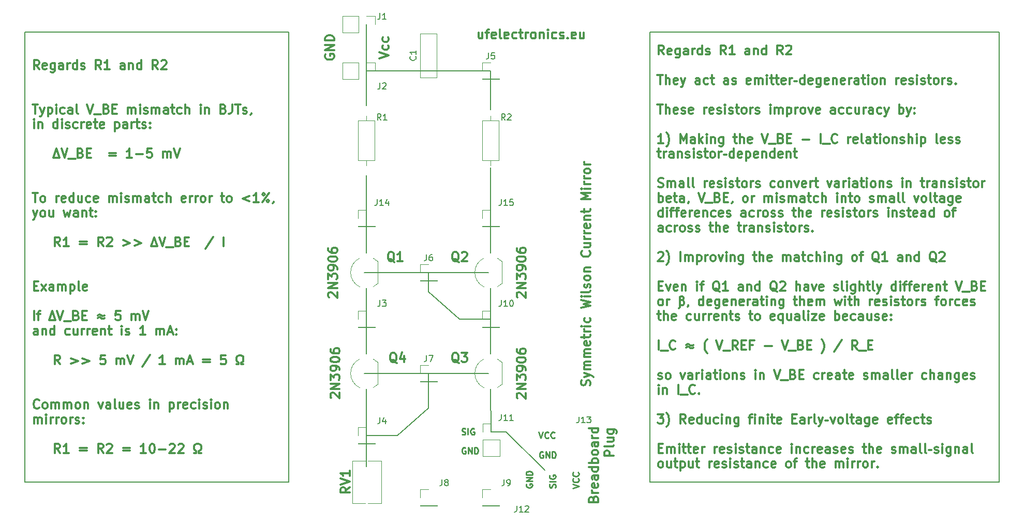
<source format=gbr>
%TF.GenerationSoftware,KiCad,Pcbnew,9.0.6-9.0.6~ubuntu22.04.1*%
%TF.CreationDate,2025-12-31T15:56:04+01:00*%
%TF.ProjectId,Symmetric_Wilson_Current_Mirror_With_Explanations,53796d6d-6574-4726-9963-5f57696c736f,rev?*%
%TF.SameCoordinates,Original*%
%TF.FileFunction,Legend,Top*%
%TF.FilePolarity,Positive*%
%FSLAX46Y46*%
G04 Gerber Fmt 4.6, Leading zero omitted, Abs format (unit mm)*
G04 Created by KiCad (PCBNEW 9.0.6-9.0.6~ubuntu22.04.1) date 2025-12-31 15:56:04*
%MOMM*%
%LPD*%
G01*
G04 APERTURE LIST*
%ADD10C,0.200000*%
%ADD11C,0.250000*%
%ADD12C,0.300000*%
%ADD13C,0.150000*%
%ADD14C,0.120000*%
G04 APERTURE END LIST*
D10*
X139700000Y-142875000D02*
X139700000Y-135255000D01*
X139700000Y-142875000D02*
X144780000Y-142875000D01*
X160020000Y-83185000D02*
X160020000Y-89535000D01*
X160100000Y-142335000D02*
X162560000Y-142335000D01*
X162560000Y-142335000D02*
X168910000Y-148590000D01*
X160020000Y-107315000D02*
X160020000Y-113030000D01*
X139700000Y-123825000D02*
X139700000Y-118745000D01*
X149860000Y-116205000D02*
X149860000Y-119380000D01*
X139700000Y-83185000D02*
X139700000Y-75565000D01*
X149860000Y-116205000D02*
X159660000Y-116205000D01*
X160020000Y-129540000D02*
X160020000Y-123825000D01*
X139340000Y-116205000D02*
X149860000Y-116205000D01*
X149860000Y-132715000D02*
X159660000Y-132715000D01*
X160020000Y-99060000D02*
X160020000Y-107315000D01*
X160020000Y-118745000D02*
X160020000Y-123825000D01*
X139700000Y-83185000D02*
X139700000Y-88900000D01*
X139700000Y-113030000D02*
X139700000Y-107315000D01*
X139700000Y-147955000D02*
X139700000Y-142875000D01*
X149860000Y-119380000D02*
X154940000Y-123825000D01*
X139700000Y-123825000D02*
X139700000Y-129540000D01*
X160100000Y-142335000D02*
X160020000Y-135255000D01*
X139340000Y-132715000D02*
X149860000Y-132715000D01*
X139700000Y-100330000D02*
X139700000Y-107315000D01*
X160020000Y-123825000D02*
X154940000Y-123825000D01*
X149860000Y-138430000D02*
X149860000Y-132715000D01*
X160020000Y-83185000D02*
X149860000Y-83185000D01*
X144780000Y-142875000D02*
X149860000Y-138430000D01*
X149860000Y-83185000D02*
X139700000Y-83185000D01*
D11*
X155866377Y-144912238D02*
X155771139Y-144864619D01*
X155771139Y-144864619D02*
X155628282Y-144864619D01*
X155628282Y-144864619D02*
X155485425Y-144912238D01*
X155485425Y-144912238D02*
X155390187Y-145007476D01*
X155390187Y-145007476D02*
X155342568Y-145102714D01*
X155342568Y-145102714D02*
X155294949Y-145293190D01*
X155294949Y-145293190D02*
X155294949Y-145436047D01*
X155294949Y-145436047D02*
X155342568Y-145626523D01*
X155342568Y-145626523D02*
X155390187Y-145721761D01*
X155390187Y-145721761D02*
X155485425Y-145817000D01*
X155485425Y-145817000D02*
X155628282Y-145864619D01*
X155628282Y-145864619D02*
X155723520Y-145864619D01*
X155723520Y-145864619D02*
X155866377Y-145817000D01*
X155866377Y-145817000D02*
X155913996Y-145769380D01*
X155913996Y-145769380D02*
X155913996Y-145436047D01*
X155913996Y-145436047D02*
X155723520Y-145436047D01*
X156342568Y-145864619D02*
X156342568Y-144864619D01*
X156342568Y-144864619D02*
X156913996Y-145864619D01*
X156913996Y-145864619D02*
X156913996Y-144864619D01*
X157390187Y-145864619D02*
X157390187Y-144864619D01*
X157390187Y-144864619D02*
X157628282Y-144864619D01*
X157628282Y-144864619D02*
X157771139Y-144912238D01*
X157771139Y-144912238D02*
X157866377Y-145007476D01*
X157866377Y-145007476D02*
X157913996Y-145102714D01*
X157913996Y-145102714D02*
X157961615Y-145293190D01*
X157961615Y-145293190D02*
X157961615Y-145436047D01*
X157961615Y-145436047D02*
X157913996Y-145626523D01*
X157913996Y-145626523D02*
X157866377Y-145721761D01*
X157866377Y-145721761D02*
X157771139Y-145817000D01*
X157771139Y-145817000D02*
X157628282Y-145864619D01*
X157628282Y-145864619D02*
X157390187Y-145864619D01*
X168566377Y-145597238D02*
X168471139Y-145549619D01*
X168471139Y-145549619D02*
X168328282Y-145549619D01*
X168328282Y-145549619D02*
X168185425Y-145597238D01*
X168185425Y-145597238D02*
X168090187Y-145692476D01*
X168090187Y-145692476D02*
X168042568Y-145787714D01*
X168042568Y-145787714D02*
X167994949Y-145978190D01*
X167994949Y-145978190D02*
X167994949Y-146121047D01*
X167994949Y-146121047D02*
X168042568Y-146311523D01*
X168042568Y-146311523D02*
X168090187Y-146406761D01*
X168090187Y-146406761D02*
X168185425Y-146502000D01*
X168185425Y-146502000D02*
X168328282Y-146549619D01*
X168328282Y-146549619D02*
X168423520Y-146549619D01*
X168423520Y-146549619D02*
X168566377Y-146502000D01*
X168566377Y-146502000D02*
X168613996Y-146454380D01*
X168613996Y-146454380D02*
X168613996Y-146121047D01*
X168613996Y-146121047D02*
X168423520Y-146121047D01*
X169042568Y-146549619D02*
X169042568Y-145549619D01*
X169042568Y-145549619D02*
X169613996Y-146549619D01*
X169613996Y-146549619D02*
X169613996Y-145549619D01*
X170090187Y-146549619D02*
X170090187Y-145549619D01*
X170090187Y-145549619D02*
X170328282Y-145549619D01*
X170328282Y-145549619D02*
X170471139Y-145597238D01*
X170471139Y-145597238D02*
X170566377Y-145692476D01*
X170566377Y-145692476D02*
X170613996Y-145787714D01*
X170613996Y-145787714D02*
X170661615Y-145978190D01*
X170661615Y-145978190D02*
X170661615Y-146121047D01*
X170661615Y-146121047D02*
X170613996Y-146311523D01*
X170613996Y-146311523D02*
X170566377Y-146406761D01*
X170566377Y-146406761D02*
X170471139Y-146502000D01*
X170471139Y-146502000D02*
X170328282Y-146549619D01*
X170328282Y-146549619D02*
X170090187Y-146549619D01*
D12*
X141810828Y-81160713D02*
X143310828Y-80660713D01*
X143310828Y-80660713D02*
X141810828Y-80160713D01*
X143239400Y-79017857D02*
X143310828Y-79160714D01*
X143310828Y-79160714D02*
X143310828Y-79446428D01*
X143310828Y-79446428D02*
X143239400Y-79589285D01*
X143239400Y-79589285D02*
X143167971Y-79660714D01*
X143167971Y-79660714D02*
X143025114Y-79732142D01*
X143025114Y-79732142D02*
X142596542Y-79732142D01*
X142596542Y-79732142D02*
X142453685Y-79660714D01*
X142453685Y-79660714D02*
X142382257Y-79589285D01*
X142382257Y-79589285D02*
X142310828Y-79446428D01*
X142310828Y-79446428D02*
X142310828Y-79160714D01*
X142310828Y-79160714D02*
X142382257Y-79017857D01*
X143239400Y-77732143D02*
X143310828Y-77875000D01*
X143310828Y-77875000D02*
X143310828Y-78160714D01*
X143310828Y-78160714D02*
X143239400Y-78303571D01*
X143239400Y-78303571D02*
X143167971Y-78375000D01*
X143167971Y-78375000D02*
X143025114Y-78446428D01*
X143025114Y-78446428D02*
X142596542Y-78446428D01*
X142596542Y-78446428D02*
X142453685Y-78375000D01*
X142453685Y-78375000D02*
X142382257Y-78303571D01*
X142382257Y-78303571D02*
X142310828Y-78160714D01*
X142310828Y-78160714D02*
X142310828Y-77875000D01*
X142310828Y-77875000D02*
X142382257Y-77732143D01*
X158677368Y-76905828D02*
X158677368Y-77905828D01*
X158034510Y-76905828D02*
X158034510Y-77691542D01*
X158034510Y-77691542D02*
X158105939Y-77834400D01*
X158105939Y-77834400D02*
X158248796Y-77905828D01*
X158248796Y-77905828D02*
X158463082Y-77905828D01*
X158463082Y-77905828D02*
X158605939Y-77834400D01*
X158605939Y-77834400D02*
X158677368Y-77762971D01*
X159177368Y-76905828D02*
X159748796Y-76905828D01*
X159391653Y-77905828D02*
X159391653Y-76620114D01*
X159391653Y-76620114D02*
X159463082Y-76477257D01*
X159463082Y-76477257D02*
X159605939Y-76405828D01*
X159605939Y-76405828D02*
X159748796Y-76405828D01*
X160820225Y-77834400D02*
X160677368Y-77905828D01*
X160677368Y-77905828D02*
X160391654Y-77905828D01*
X160391654Y-77905828D02*
X160248796Y-77834400D01*
X160248796Y-77834400D02*
X160177368Y-77691542D01*
X160177368Y-77691542D02*
X160177368Y-77120114D01*
X160177368Y-77120114D02*
X160248796Y-76977257D01*
X160248796Y-76977257D02*
X160391654Y-76905828D01*
X160391654Y-76905828D02*
X160677368Y-76905828D01*
X160677368Y-76905828D02*
X160820225Y-76977257D01*
X160820225Y-76977257D02*
X160891654Y-77120114D01*
X160891654Y-77120114D02*
X160891654Y-77262971D01*
X160891654Y-77262971D02*
X160177368Y-77405828D01*
X161748796Y-77905828D02*
X161605939Y-77834400D01*
X161605939Y-77834400D02*
X161534510Y-77691542D01*
X161534510Y-77691542D02*
X161534510Y-76405828D01*
X162891653Y-77834400D02*
X162748796Y-77905828D01*
X162748796Y-77905828D02*
X162463082Y-77905828D01*
X162463082Y-77905828D02*
X162320224Y-77834400D01*
X162320224Y-77834400D02*
X162248796Y-77691542D01*
X162248796Y-77691542D02*
X162248796Y-77120114D01*
X162248796Y-77120114D02*
X162320224Y-76977257D01*
X162320224Y-76977257D02*
X162463082Y-76905828D01*
X162463082Y-76905828D02*
X162748796Y-76905828D01*
X162748796Y-76905828D02*
X162891653Y-76977257D01*
X162891653Y-76977257D02*
X162963082Y-77120114D01*
X162963082Y-77120114D02*
X162963082Y-77262971D01*
X162963082Y-77262971D02*
X162248796Y-77405828D01*
X164248796Y-77834400D02*
X164105938Y-77905828D01*
X164105938Y-77905828D02*
X163820224Y-77905828D01*
X163820224Y-77905828D02*
X163677367Y-77834400D01*
X163677367Y-77834400D02*
X163605938Y-77762971D01*
X163605938Y-77762971D02*
X163534510Y-77620114D01*
X163534510Y-77620114D02*
X163534510Y-77191542D01*
X163534510Y-77191542D02*
X163605938Y-77048685D01*
X163605938Y-77048685D02*
X163677367Y-76977257D01*
X163677367Y-76977257D02*
X163820224Y-76905828D01*
X163820224Y-76905828D02*
X164105938Y-76905828D01*
X164105938Y-76905828D02*
X164248796Y-76977257D01*
X164677367Y-76905828D02*
X165248795Y-76905828D01*
X164891652Y-76405828D02*
X164891652Y-77691542D01*
X164891652Y-77691542D02*
X164963081Y-77834400D01*
X164963081Y-77834400D02*
X165105938Y-77905828D01*
X165105938Y-77905828D02*
X165248795Y-77905828D01*
X165748795Y-77905828D02*
X165748795Y-76905828D01*
X165748795Y-77191542D02*
X165820224Y-77048685D01*
X165820224Y-77048685D02*
X165891653Y-76977257D01*
X165891653Y-76977257D02*
X166034510Y-76905828D01*
X166034510Y-76905828D02*
X166177367Y-76905828D01*
X166891652Y-77905828D02*
X166748795Y-77834400D01*
X166748795Y-77834400D02*
X166677366Y-77762971D01*
X166677366Y-77762971D02*
X166605938Y-77620114D01*
X166605938Y-77620114D02*
X166605938Y-77191542D01*
X166605938Y-77191542D02*
X166677366Y-77048685D01*
X166677366Y-77048685D02*
X166748795Y-76977257D01*
X166748795Y-76977257D02*
X166891652Y-76905828D01*
X166891652Y-76905828D02*
X167105938Y-76905828D01*
X167105938Y-76905828D02*
X167248795Y-76977257D01*
X167248795Y-76977257D02*
X167320224Y-77048685D01*
X167320224Y-77048685D02*
X167391652Y-77191542D01*
X167391652Y-77191542D02*
X167391652Y-77620114D01*
X167391652Y-77620114D02*
X167320224Y-77762971D01*
X167320224Y-77762971D02*
X167248795Y-77834400D01*
X167248795Y-77834400D02*
X167105938Y-77905828D01*
X167105938Y-77905828D02*
X166891652Y-77905828D01*
X168034509Y-76905828D02*
X168034509Y-77905828D01*
X168034509Y-77048685D02*
X168105938Y-76977257D01*
X168105938Y-76977257D02*
X168248795Y-76905828D01*
X168248795Y-76905828D02*
X168463081Y-76905828D01*
X168463081Y-76905828D02*
X168605938Y-76977257D01*
X168605938Y-76977257D02*
X168677367Y-77120114D01*
X168677367Y-77120114D02*
X168677367Y-77905828D01*
X169391652Y-77905828D02*
X169391652Y-76905828D01*
X169391652Y-76405828D02*
X169320224Y-76477257D01*
X169320224Y-76477257D02*
X169391652Y-76548685D01*
X169391652Y-76548685D02*
X169463081Y-76477257D01*
X169463081Y-76477257D02*
X169391652Y-76405828D01*
X169391652Y-76405828D02*
X169391652Y-76548685D01*
X170748796Y-77834400D02*
X170605938Y-77905828D01*
X170605938Y-77905828D02*
X170320224Y-77905828D01*
X170320224Y-77905828D02*
X170177367Y-77834400D01*
X170177367Y-77834400D02*
X170105938Y-77762971D01*
X170105938Y-77762971D02*
X170034510Y-77620114D01*
X170034510Y-77620114D02*
X170034510Y-77191542D01*
X170034510Y-77191542D02*
X170105938Y-77048685D01*
X170105938Y-77048685D02*
X170177367Y-76977257D01*
X170177367Y-76977257D02*
X170320224Y-76905828D01*
X170320224Y-76905828D02*
X170605938Y-76905828D01*
X170605938Y-76905828D02*
X170748796Y-76977257D01*
X171320224Y-77834400D02*
X171463081Y-77905828D01*
X171463081Y-77905828D02*
X171748795Y-77905828D01*
X171748795Y-77905828D02*
X171891652Y-77834400D01*
X171891652Y-77834400D02*
X171963081Y-77691542D01*
X171963081Y-77691542D02*
X171963081Y-77620114D01*
X171963081Y-77620114D02*
X171891652Y-77477257D01*
X171891652Y-77477257D02*
X171748795Y-77405828D01*
X171748795Y-77405828D02*
X171534510Y-77405828D01*
X171534510Y-77405828D02*
X171391652Y-77334400D01*
X171391652Y-77334400D02*
X171320224Y-77191542D01*
X171320224Y-77191542D02*
X171320224Y-77120114D01*
X171320224Y-77120114D02*
X171391652Y-76977257D01*
X171391652Y-76977257D02*
X171534510Y-76905828D01*
X171534510Y-76905828D02*
X171748795Y-76905828D01*
X171748795Y-76905828D02*
X171891652Y-76977257D01*
X172605938Y-77762971D02*
X172677367Y-77834400D01*
X172677367Y-77834400D02*
X172605938Y-77905828D01*
X172605938Y-77905828D02*
X172534510Y-77834400D01*
X172534510Y-77834400D02*
X172605938Y-77762971D01*
X172605938Y-77762971D02*
X172605938Y-77905828D01*
X173891653Y-77834400D02*
X173748796Y-77905828D01*
X173748796Y-77905828D02*
X173463082Y-77905828D01*
X173463082Y-77905828D02*
X173320224Y-77834400D01*
X173320224Y-77834400D02*
X173248796Y-77691542D01*
X173248796Y-77691542D02*
X173248796Y-77120114D01*
X173248796Y-77120114D02*
X173320224Y-76977257D01*
X173320224Y-76977257D02*
X173463082Y-76905828D01*
X173463082Y-76905828D02*
X173748796Y-76905828D01*
X173748796Y-76905828D02*
X173891653Y-76977257D01*
X173891653Y-76977257D02*
X173963082Y-77120114D01*
X173963082Y-77120114D02*
X173963082Y-77262971D01*
X173963082Y-77262971D02*
X173248796Y-77405828D01*
X175248796Y-76905828D02*
X175248796Y-77905828D01*
X174605938Y-76905828D02*
X174605938Y-77691542D01*
X174605938Y-77691542D02*
X174677367Y-77834400D01*
X174677367Y-77834400D02*
X174820224Y-77905828D01*
X174820224Y-77905828D02*
X175034510Y-77905828D01*
X175034510Y-77905828D02*
X175177367Y-77834400D01*
X175177367Y-77834400D02*
X175248796Y-77762971D01*
D11*
X155294949Y-142692000D02*
X155437806Y-142739619D01*
X155437806Y-142739619D02*
X155675901Y-142739619D01*
X155675901Y-142739619D02*
X155771139Y-142692000D01*
X155771139Y-142692000D02*
X155818758Y-142644380D01*
X155818758Y-142644380D02*
X155866377Y-142549142D01*
X155866377Y-142549142D02*
X155866377Y-142453904D01*
X155866377Y-142453904D02*
X155818758Y-142358666D01*
X155818758Y-142358666D02*
X155771139Y-142311047D01*
X155771139Y-142311047D02*
X155675901Y-142263428D01*
X155675901Y-142263428D02*
X155485425Y-142215809D01*
X155485425Y-142215809D02*
X155390187Y-142168190D01*
X155390187Y-142168190D02*
X155342568Y-142120571D01*
X155342568Y-142120571D02*
X155294949Y-142025333D01*
X155294949Y-142025333D02*
X155294949Y-141930095D01*
X155294949Y-141930095D02*
X155342568Y-141834857D01*
X155342568Y-141834857D02*
X155390187Y-141787238D01*
X155390187Y-141787238D02*
X155485425Y-141739619D01*
X155485425Y-141739619D02*
X155723520Y-141739619D01*
X155723520Y-141739619D02*
X155866377Y-141787238D01*
X156294949Y-142739619D02*
X156294949Y-141739619D01*
X157294948Y-141787238D02*
X157199710Y-141739619D01*
X157199710Y-141739619D02*
X157056853Y-141739619D01*
X157056853Y-141739619D02*
X156913996Y-141787238D01*
X156913996Y-141787238D02*
X156818758Y-141882476D01*
X156818758Y-141882476D02*
X156771139Y-141977714D01*
X156771139Y-141977714D02*
X156723520Y-142168190D01*
X156723520Y-142168190D02*
X156723520Y-142311047D01*
X156723520Y-142311047D02*
X156771139Y-142501523D01*
X156771139Y-142501523D02*
X156818758Y-142596761D01*
X156818758Y-142596761D02*
X156913996Y-142692000D01*
X156913996Y-142692000D02*
X157056853Y-142739619D01*
X157056853Y-142739619D02*
X157152091Y-142739619D01*
X157152091Y-142739619D02*
X157294948Y-142692000D01*
X157294948Y-142692000D02*
X157342567Y-142644380D01*
X157342567Y-142644380D02*
X157342567Y-142311047D01*
X157342567Y-142311047D02*
X157152091Y-142311047D01*
X170582000Y-151410050D02*
X170629619Y-151267193D01*
X170629619Y-151267193D02*
X170629619Y-151029098D01*
X170629619Y-151029098D02*
X170582000Y-150933860D01*
X170582000Y-150933860D02*
X170534380Y-150886241D01*
X170534380Y-150886241D02*
X170439142Y-150838622D01*
X170439142Y-150838622D02*
X170343904Y-150838622D01*
X170343904Y-150838622D02*
X170248666Y-150886241D01*
X170248666Y-150886241D02*
X170201047Y-150933860D01*
X170201047Y-150933860D02*
X170153428Y-151029098D01*
X170153428Y-151029098D02*
X170105809Y-151219574D01*
X170105809Y-151219574D02*
X170058190Y-151314812D01*
X170058190Y-151314812D02*
X170010571Y-151362431D01*
X170010571Y-151362431D02*
X169915333Y-151410050D01*
X169915333Y-151410050D02*
X169820095Y-151410050D01*
X169820095Y-151410050D02*
X169724857Y-151362431D01*
X169724857Y-151362431D02*
X169677238Y-151314812D01*
X169677238Y-151314812D02*
X169629619Y-151219574D01*
X169629619Y-151219574D02*
X169629619Y-150981479D01*
X169629619Y-150981479D02*
X169677238Y-150838622D01*
X170629619Y-150410050D02*
X169629619Y-150410050D01*
X169677238Y-149410051D02*
X169629619Y-149505289D01*
X169629619Y-149505289D02*
X169629619Y-149648146D01*
X169629619Y-149648146D02*
X169677238Y-149791003D01*
X169677238Y-149791003D02*
X169772476Y-149886241D01*
X169772476Y-149886241D02*
X169867714Y-149933860D01*
X169867714Y-149933860D02*
X170058190Y-149981479D01*
X170058190Y-149981479D02*
X170201047Y-149981479D01*
X170201047Y-149981479D02*
X170391523Y-149933860D01*
X170391523Y-149933860D02*
X170486761Y-149886241D01*
X170486761Y-149886241D02*
X170582000Y-149791003D01*
X170582000Y-149791003D02*
X170629619Y-149648146D01*
X170629619Y-149648146D02*
X170629619Y-149552908D01*
X170629619Y-149552908D02*
X170582000Y-149410051D01*
X170582000Y-149410051D02*
X170534380Y-149362432D01*
X170534380Y-149362432D02*
X170201047Y-149362432D01*
X170201047Y-149362432D02*
X170201047Y-149552908D01*
D12*
X176815114Y-153280489D02*
X176886542Y-153066203D01*
X176886542Y-153066203D02*
X176957971Y-152994774D01*
X176957971Y-152994774D02*
X177100828Y-152923346D01*
X177100828Y-152923346D02*
X177315114Y-152923346D01*
X177315114Y-152923346D02*
X177457971Y-152994774D01*
X177457971Y-152994774D02*
X177529400Y-153066203D01*
X177529400Y-153066203D02*
X177600828Y-153209060D01*
X177600828Y-153209060D02*
X177600828Y-153780489D01*
X177600828Y-153780489D02*
X176100828Y-153780489D01*
X176100828Y-153780489D02*
X176100828Y-153280489D01*
X176100828Y-153280489D02*
X176172257Y-153137632D01*
X176172257Y-153137632D02*
X176243685Y-153066203D01*
X176243685Y-153066203D02*
X176386542Y-152994774D01*
X176386542Y-152994774D02*
X176529400Y-152994774D01*
X176529400Y-152994774D02*
X176672257Y-153066203D01*
X176672257Y-153066203D02*
X176743685Y-153137632D01*
X176743685Y-153137632D02*
X176815114Y-153280489D01*
X176815114Y-153280489D02*
X176815114Y-153780489D01*
X177600828Y-152280489D02*
X176600828Y-152280489D01*
X176886542Y-152280489D02*
X176743685Y-152209060D01*
X176743685Y-152209060D02*
X176672257Y-152137632D01*
X176672257Y-152137632D02*
X176600828Y-151994774D01*
X176600828Y-151994774D02*
X176600828Y-151851917D01*
X177529400Y-150780489D02*
X177600828Y-150923346D01*
X177600828Y-150923346D02*
X177600828Y-151209061D01*
X177600828Y-151209061D02*
X177529400Y-151351918D01*
X177529400Y-151351918D02*
X177386542Y-151423346D01*
X177386542Y-151423346D02*
X176815114Y-151423346D01*
X176815114Y-151423346D02*
X176672257Y-151351918D01*
X176672257Y-151351918D02*
X176600828Y-151209061D01*
X176600828Y-151209061D02*
X176600828Y-150923346D01*
X176600828Y-150923346D02*
X176672257Y-150780489D01*
X176672257Y-150780489D02*
X176815114Y-150709061D01*
X176815114Y-150709061D02*
X176957971Y-150709061D01*
X176957971Y-150709061D02*
X177100828Y-151423346D01*
X177600828Y-149423347D02*
X176815114Y-149423347D01*
X176815114Y-149423347D02*
X176672257Y-149494775D01*
X176672257Y-149494775D02*
X176600828Y-149637632D01*
X176600828Y-149637632D02*
X176600828Y-149923347D01*
X176600828Y-149923347D02*
X176672257Y-150066204D01*
X177529400Y-149423347D02*
X177600828Y-149566204D01*
X177600828Y-149566204D02*
X177600828Y-149923347D01*
X177600828Y-149923347D02*
X177529400Y-150066204D01*
X177529400Y-150066204D02*
X177386542Y-150137632D01*
X177386542Y-150137632D02*
X177243685Y-150137632D01*
X177243685Y-150137632D02*
X177100828Y-150066204D01*
X177100828Y-150066204D02*
X177029400Y-149923347D01*
X177029400Y-149923347D02*
X177029400Y-149566204D01*
X177029400Y-149566204D02*
X176957971Y-149423347D01*
X177600828Y-148066204D02*
X176100828Y-148066204D01*
X177529400Y-148066204D02*
X177600828Y-148209061D01*
X177600828Y-148209061D02*
X177600828Y-148494775D01*
X177600828Y-148494775D02*
X177529400Y-148637632D01*
X177529400Y-148637632D02*
X177457971Y-148709061D01*
X177457971Y-148709061D02*
X177315114Y-148780489D01*
X177315114Y-148780489D02*
X176886542Y-148780489D01*
X176886542Y-148780489D02*
X176743685Y-148709061D01*
X176743685Y-148709061D02*
X176672257Y-148637632D01*
X176672257Y-148637632D02*
X176600828Y-148494775D01*
X176600828Y-148494775D02*
X176600828Y-148209061D01*
X176600828Y-148209061D02*
X176672257Y-148066204D01*
X177600828Y-147351918D02*
X176100828Y-147351918D01*
X176672257Y-147351918D02*
X176600828Y-147209061D01*
X176600828Y-147209061D02*
X176600828Y-146923346D01*
X176600828Y-146923346D02*
X176672257Y-146780489D01*
X176672257Y-146780489D02*
X176743685Y-146709061D01*
X176743685Y-146709061D02*
X176886542Y-146637632D01*
X176886542Y-146637632D02*
X177315114Y-146637632D01*
X177315114Y-146637632D02*
X177457971Y-146709061D01*
X177457971Y-146709061D02*
X177529400Y-146780489D01*
X177529400Y-146780489D02*
X177600828Y-146923346D01*
X177600828Y-146923346D02*
X177600828Y-147209061D01*
X177600828Y-147209061D02*
X177529400Y-147351918D01*
X177600828Y-145780489D02*
X177529400Y-145923346D01*
X177529400Y-145923346D02*
X177457971Y-145994775D01*
X177457971Y-145994775D02*
X177315114Y-146066203D01*
X177315114Y-146066203D02*
X176886542Y-146066203D01*
X176886542Y-146066203D02*
X176743685Y-145994775D01*
X176743685Y-145994775D02*
X176672257Y-145923346D01*
X176672257Y-145923346D02*
X176600828Y-145780489D01*
X176600828Y-145780489D02*
X176600828Y-145566203D01*
X176600828Y-145566203D02*
X176672257Y-145423346D01*
X176672257Y-145423346D02*
X176743685Y-145351918D01*
X176743685Y-145351918D02*
X176886542Y-145280489D01*
X176886542Y-145280489D02*
X177315114Y-145280489D01*
X177315114Y-145280489D02*
X177457971Y-145351918D01*
X177457971Y-145351918D02*
X177529400Y-145423346D01*
X177529400Y-145423346D02*
X177600828Y-145566203D01*
X177600828Y-145566203D02*
X177600828Y-145780489D01*
X177600828Y-143994775D02*
X176815114Y-143994775D01*
X176815114Y-143994775D02*
X176672257Y-144066203D01*
X176672257Y-144066203D02*
X176600828Y-144209060D01*
X176600828Y-144209060D02*
X176600828Y-144494775D01*
X176600828Y-144494775D02*
X176672257Y-144637632D01*
X177529400Y-143994775D02*
X177600828Y-144137632D01*
X177600828Y-144137632D02*
X177600828Y-144494775D01*
X177600828Y-144494775D02*
X177529400Y-144637632D01*
X177529400Y-144637632D02*
X177386542Y-144709060D01*
X177386542Y-144709060D02*
X177243685Y-144709060D01*
X177243685Y-144709060D02*
X177100828Y-144637632D01*
X177100828Y-144637632D02*
X177029400Y-144494775D01*
X177029400Y-144494775D02*
X177029400Y-144137632D01*
X177029400Y-144137632D02*
X176957971Y-143994775D01*
X177600828Y-143280489D02*
X176600828Y-143280489D01*
X176886542Y-143280489D02*
X176743685Y-143209060D01*
X176743685Y-143209060D02*
X176672257Y-143137632D01*
X176672257Y-143137632D02*
X176600828Y-142994774D01*
X176600828Y-142994774D02*
X176600828Y-142851917D01*
X177600828Y-141709061D02*
X176100828Y-141709061D01*
X177529400Y-141709061D02*
X177600828Y-141851918D01*
X177600828Y-141851918D02*
X177600828Y-142137632D01*
X177600828Y-142137632D02*
X177529400Y-142280489D01*
X177529400Y-142280489D02*
X177457971Y-142351918D01*
X177457971Y-142351918D02*
X177315114Y-142423346D01*
X177315114Y-142423346D02*
X176886542Y-142423346D01*
X176886542Y-142423346D02*
X176743685Y-142351918D01*
X176743685Y-142351918D02*
X176672257Y-142280489D01*
X176672257Y-142280489D02*
X176600828Y-142137632D01*
X176600828Y-142137632D02*
X176600828Y-141851918D01*
X176600828Y-141851918D02*
X176672257Y-141709061D01*
X132992257Y-80517856D02*
X132920828Y-80660714D01*
X132920828Y-80660714D02*
X132920828Y-80874999D01*
X132920828Y-80874999D02*
X132992257Y-81089285D01*
X132992257Y-81089285D02*
X133135114Y-81232142D01*
X133135114Y-81232142D02*
X133277971Y-81303571D01*
X133277971Y-81303571D02*
X133563685Y-81374999D01*
X133563685Y-81374999D02*
X133777971Y-81374999D01*
X133777971Y-81374999D02*
X134063685Y-81303571D01*
X134063685Y-81303571D02*
X134206542Y-81232142D01*
X134206542Y-81232142D02*
X134349400Y-81089285D01*
X134349400Y-81089285D02*
X134420828Y-80874999D01*
X134420828Y-80874999D02*
X134420828Y-80732142D01*
X134420828Y-80732142D02*
X134349400Y-80517856D01*
X134349400Y-80517856D02*
X134277971Y-80446428D01*
X134277971Y-80446428D02*
X133777971Y-80446428D01*
X133777971Y-80446428D02*
X133777971Y-80732142D01*
X134420828Y-79803571D02*
X132920828Y-79803571D01*
X132920828Y-79803571D02*
X134420828Y-78946428D01*
X134420828Y-78946428D02*
X132920828Y-78946428D01*
X134420828Y-78232142D02*
X132920828Y-78232142D01*
X132920828Y-78232142D02*
X132920828Y-77874999D01*
X132920828Y-77874999D02*
X132992257Y-77660713D01*
X132992257Y-77660713D02*
X133135114Y-77517856D01*
X133135114Y-77517856D02*
X133277971Y-77446427D01*
X133277971Y-77446427D02*
X133563685Y-77374999D01*
X133563685Y-77374999D02*
X133777971Y-77374999D01*
X133777971Y-77374999D02*
X134063685Y-77446427D01*
X134063685Y-77446427D02*
X134206542Y-77517856D01*
X134206542Y-77517856D02*
X134349400Y-77660713D01*
X134349400Y-77660713D02*
X134420828Y-77874999D01*
X134420828Y-77874999D02*
X134420828Y-78232142D01*
X176259400Y-134701651D02*
X176330828Y-134487366D01*
X176330828Y-134487366D02*
X176330828Y-134130223D01*
X176330828Y-134130223D02*
X176259400Y-133987366D01*
X176259400Y-133987366D02*
X176187971Y-133915937D01*
X176187971Y-133915937D02*
X176045114Y-133844508D01*
X176045114Y-133844508D02*
X175902257Y-133844508D01*
X175902257Y-133844508D02*
X175759400Y-133915937D01*
X175759400Y-133915937D02*
X175687971Y-133987366D01*
X175687971Y-133987366D02*
X175616542Y-134130223D01*
X175616542Y-134130223D02*
X175545114Y-134415937D01*
X175545114Y-134415937D02*
X175473685Y-134558794D01*
X175473685Y-134558794D02*
X175402257Y-134630223D01*
X175402257Y-134630223D02*
X175259400Y-134701651D01*
X175259400Y-134701651D02*
X175116542Y-134701651D01*
X175116542Y-134701651D02*
X174973685Y-134630223D01*
X174973685Y-134630223D02*
X174902257Y-134558794D01*
X174902257Y-134558794D02*
X174830828Y-134415937D01*
X174830828Y-134415937D02*
X174830828Y-134058794D01*
X174830828Y-134058794D02*
X174902257Y-133844508D01*
X175330828Y-133344509D02*
X176330828Y-132987366D01*
X175330828Y-132630223D02*
X176330828Y-132987366D01*
X176330828Y-132987366D02*
X176687971Y-133130223D01*
X176687971Y-133130223D02*
X176759400Y-133201652D01*
X176759400Y-133201652D02*
X176830828Y-133344509D01*
X176330828Y-132058795D02*
X175330828Y-132058795D01*
X175473685Y-132058795D02*
X175402257Y-131987366D01*
X175402257Y-131987366D02*
X175330828Y-131844509D01*
X175330828Y-131844509D02*
X175330828Y-131630223D01*
X175330828Y-131630223D02*
X175402257Y-131487366D01*
X175402257Y-131487366D02*
X175545114Y-131415938D01*
X175545114Y-131415938D02*
X176330828Y-131415938D01*
X175545114Y-131415938D02*
X175402257Y-131344509D01*
X175402257Y-131344509D02*
X175330828Y-131201652D01*
X175330828Y-131201652D02*
X175330828Y-130987366D01*
X175330828Y-130987366D02*
X175402257Y-130844509D01*
X175402257Y-130844509D02*
X175545114Y-130773080D01*
X175545114Y-130773080D02*
X176330828Y-130773080D01*
X176330828Y-130058795D02*
X175330828Y-130058795D01*
X175473685Y-130058795D02*
X175402257Y-129987366D01*
X175402257Y-129987366D02*
X175330828Y-129844509D01*
X175330828Y-129844509D02*
X175330828Y-129630223D01*
X175330828Y-129630223D02*
X175402257Y-129487366D01*
X175402257Y-129487366D02*
X175545114Y-129415938D01*
X175545114Y-129415938D02*
X176330828Y-129415938D01*
X175545114Y-129415938D02*
X175402257Y-129344509D01*
X175402257Y-129344509D02*
X175330828Y-129201652D01*
X175330828Y-129201652D02*
X175330828Y-128987366D01*
X175330828Y-128987366D02*
X175402257Y-128844509D01*
X175402257Y-128844509D02*
X175545114Y-128773080D01*
X175545114Y-128773080D02*
X176330828Y-128773080D01*
X176259400Y-127487366D02*
X176330828Y-127630223D01*
X176330828Y-127630223D02*
X176330828Y-127915938D01*
X176330828Y-127915938D02*
X176259400Y-128058795D01*
X176259400Y-128058795D02*
X176116542Y-128130223D01*
X176116542Y-128130223D02*
X175545114Y-128130223D01*
X175545114Y-128130223D02*
X175402257Y-128058795D01*
X175402257Y-128058795D02*
X175330828Y-127915938D01*
X175330828Y-127915938D02*
X175330828Y-127630223D01*
X175330828Y-127630223D02*
X175402257Y-127487366D01*
X175402257Y-127487366D02*
X175545114Y-127415938D01*
X175545114Y-127415938D02*
X175687971Y-127415938D01*
X175687971Y-127415938D02*
X175830828Y-128130223D01*
X175330828Y-126987366D02*
X175330828Y-126415938D01*
X174830828Y-126773081D02*
X176116542Y-126773081D01*
X176116542Y-126773081D02*
X176259400Y-126701652D01*
X176259400Y-126701652D02*
X176330828Y-126558795D01*
X176330828Y-126558795D02*
X176330828Y-126415938D01*
X176330828Y-125915938D02*
X175330828Y-125915938D01*
X175616542Y-125915938D02*
X175473685Y-125844509D01*
X175473685Y-125844509D02*
X175402257Y-125773081D01*
X175402257Y-125773081D02*
X175330828Y-125630223D01*
X175330828Y-125630223D02*
X175330828Y-125487366D01*
X176330828Y-124987367D02*
X175330828Y-124987367D01*
X174830828Y-124987367D02*
X174902257Y-125058795D01*
X174902257Y-125058795D02*
X174973685Y-124987367D01*
X174973685Y-124987367D02*
X174902257Y-124915938D01*
X174902257Y-124915938D02*
X174830828Y-124987367D01*
X174830828Y-124987367D02*
X174973685Y-124987367D01*
X176259400Y-123630224D02*
X176330828Y-123773081D01*
X176330828Y-123773081D02*
X176330828Y-124058795D01*
X176330828Y-124058795D02*
X176259400Y-124201652D01*
X176259400Y-124201652D02*
X176187971Y-124273081D01*
X176187971Y-124273081D02*
X176045114Y-124344509D01*
X176045114Y-124344509D02*
X175616542Y-124344509D01*
X175616542Y-124344509D02*
X175473685Y-124273081D01*
X175473685Y-124273081D02*
X175402257Y-124201652D01*
X175402257Y-124201652D02*
X175330828Y-124058795D01*
X175330828Y-124058795D02*
X175330828Y-123773081D01*
X175330828Y-123773081D02*
X175402257Y-123630224D01*
X174830828Y-121987367D02*
X176330828Y-121630224D01*
X176330828Y-121630224D02*
X175259400Y-121344510D01*
X175259400Y-121344510D02*
X176330828Y-121058795D01*
X176330828Y-121058795D02*
X174830828Y-120701653D01*
X176330828Y-120130224D02*
X175330828Y-120130224D01*
X174830828Y-120130224D02*
X174902257Y-120201652D01*
X174902257Y-120201652D02*
X174973685Y-120130224D01*
X174973685Y-120130224D02*
X174902257Y-120058795D01*
X174902257Y-120058795D02*
X174830828Y-120130224D01*
X174830828Y-120130224D02*
X174973685Y-120130224D01*
X176330828Y-119201652D02*
X176259400Y-119344509D01*
X176259400Y-119344509D02*
X176116542Y-119415938D01*
X176116542Y-119415938D02*
X174830828Y-119415938D01*
X176259400Y-118701652D02*
X176330828Y-118558795D01*
X176330828Y-118558795D02*
X176330828Y-118273081D01*
X176330828Y-118273081D02*
X176259400Y-118130224D01*
X176259400Y-118130224D02*
X176116542Y-118058795D01*
X176116542Y-118058795D02*
X176045114Y-118058795D01*
X176045114Y-118058795D02*
X175902257Y-118130224D01*
X175902257Y-118130224D02*
X175830828Y-118273081D01*
X175830828Y-118273081D02*
X175830828Y-118487367D01*
X175830828Y-118487367D02*
X175759400Y-118630224D01*
X175759400Y-118630224D02*
X175616542Y-118701652D01*
X175616542Y-118701652D02*
X175545114Y-118701652D01*
X175545114Y-118701652D02*
X175402257Y-118630224D01*
X175402257Y-118630224D02*
X175330828Y-118487367D01*
X175330828Y-118487367D02*
X175330828Y-118273081D01*
X175330828Y-118273081D02*
X175402257Y-118130224D01*
X176330828Y-117201652D02*
X176259400Y-117344509D01*
X176259400Y-117344509D02*
X176187971Y-117415938D01*
X176187971Y-117415938D02*
X176045114Y-117487366D01*
X176045114Y-117487366D02*
X175616542Y-117487366D01*
X175616542Y-117487366D02*
X175473685Y-117415938D01*
X175473685Y-117415938D02*
X175402257Y-117344509D01*
X175402257Y-117344509D02*
X175330828Y-117201652D01*
X175330828Y-117201652D02*
X175330828Y-116987366D01*
X175330828Y-116987366D02*
X175402257Y-116844509D01*
X175402257Y-116844509D02*
X175473685Y-116773081D01*
X175473685Y-116773081D02*
X175616542Y-116701652D01*
X175616542Y-116701652D02*
X176045114Y-116701652D01*
X176045114Y-116701652D02*
X176187971Y-116773081D01*
X176187971Y-116773081D02*
X176259400Y-116844509D01*
X176259400Y-116844509D02*
X176330828Y-116987366D01*
X176330828Y-116987366D02*
X176330828Y-117201652D01*
X175330828Y-116058795D02*
X176330828Y-116058795D01*
X175473685Y-116058795D02*
X175402257Y-115987366D01*
X175402257Y-115987366D02*
X175330828Y-115844509D01*
X175330828Y-115844509D02*
X175330828Y-115630223D01*
X175330828Y-115630223D02*
X175402257Y-115487366D01*
X175402257Y-115487366D02*
X175545114Y-115415938D01*
X175545114Y-115415938D02*
X176330828Y-115415938D01*
X176187971Y-112701652D02*
X176259400Y-112773080D01*
X176259400Y-112773080D02*
X176330828Y-112987366D01*
X176330828Y-112987366D02*
X176330828Y-113130223D01*
X176330828Y-113130223D02*
X176259400Y-113344509D01*
X176259400Y-113344509D02*
X176116542Y-113487366D01*
X176116542Y-113487366D02*
X175973685Y-113558795D01*
X175973685Y-113558795D02*
X175687971Y-113630223D01*
X175687971Y-113630223D02*
X175473685Y-113630223D01*
X175473685Y-113630223D02*
X175187971Y-113558795D01*
X175187971Y-113558795D02*
X175045114Y-113487366D01*
X175045114Y-113487366D02*
X174902257Y-113344509D01*
X174902257Y-113344509D02*
X174830828Y-113130223D01*
X174830828Y-113130223D02*
X174830828Y-112987366D01*
X174830828Y-112987366D02*
X174902257Y-112773080D01*
X174902257Y-112773080D02*
X174973685Y-112701652D01*
X175330828Y-111415938D02*
X176330828Y-111415938D01*
X175330828Y-112058795D02*
X176116542Y-112058795D01*
X176116542Y-112058795D02*
X176259400Y-111987366D01*
X176259400Y-111987366D02*
X176330828Y-111844509D01*
X176330828Y-111844509D02*
X176330828Y-111630223D01*
X176330828Y-111630223D02*
X176259400Y-111487366D01*
X176259400Y-111487366D02*
X176187971Y-111415938D01*
X176330828Y-110701652D02*
X175330828Y-110701652D01*
X175616542Y-110701652D02*
X175473685Y-110630223D01*
X175473685Y-110630223D02*
X175402257Y-110558795D01*
X175402257Y-110558795D02*
X175330828Y-110415937D01*
X175330828Y-110415937D02*
X175330828Y-110273080D01*
X176330828Y-109773081D02*
X175330828Y-109773081D01*
X175616542Y-109773081D02*
X175473685Y-109701652D01*
X175473685Y-109701652D02*
X175402257Y-109630224D01*
X175402257Y-109630224D02*
X175330828Y-109487366D01*
X175330828Y-109487366D02*
X175330828Y-109344509D01*
X176259400Y-108273081D02*
X176330828Y-108415938D01*
X176330828Y-108415938D02*
X176330828Y-108701653D01*
X176330828Y-108701653D02*
X176259400Y-108844510D01*
X176259400Y-108844510D02*
X176116542Y-108915938D01*
X176116542Y-108915938D02*
X175545114Y-108915938D01*
X175545114Y-108915938D02*
X175402257Y-108844510D01*
X175402257Y-108844510D02*
X175330828Y-108701653D01*
X175330828Y-108701653D02*
X175330828Y-108415938D01*
X175330828Y-108415938D02*
X175402257Y-108273081D01*
X175402257Y-108273081D02*
X175545114Y-108201653D01*
X175545114Y-108201653D02*
X175687971Y-108201653D01*
X175687971Y-108201653D02*
X175830828Y-108915938D01*
X175330828Y-107558796D02*
X176330828Y-107558796D01*
X175473685Y-107558796D02*
X175402257Y-107487367D01*
X175402257Y-107487367D02*
X175330828Y-107344510D01*
X175330828Y-107344510D02*
X175330828Y-107130224D01*
X175330828Y-107130224D02*
X175402257Y-106987367D01*
X175402257Y-106987367D02*
X175545114Y-106915939D01*
X175545114Y-106915939D02*
X176330828Y-106915939D01*
X175330828Y-106415938D02*
X175330828Y-105844510D01*
X174830828Y-106201653D02*
X176116542Y-106201653D01*
X176116542Y-106201653D02*
X176259400Y-106130224D01*
X176259400Y-106130224D02*
X176330828Y-105987367D01*
X176330828Y-105987367D02*
X176330828Y-105844510D01*
X176330828Y-104201653D02*
X174830828Y-104201653D01*
X174830828Y-104201653D02*
X175902257Y-103701653D01*
X175902257Y-103701653D02*
X174830828Y-103201653D01*
X174830828Y-103201653D02*
X176330828Y-103201653D01*
X176330828Y-102487367D02*
X175330828Y-102487367D01*
X174830828Y-102487367D02*
X174902257Y-102558795D01*
X174902257Y-102558795D02*
X174973685Y-102487367D01*
X174973685Y-102487367D02*
X174902257Y-102415938D01*
X174902257Y-102415938D02*
X174830828Y-102487367D01*
X174830828Y-102487367D02*
X174973685Y-102487367D01*
X176330828Y-101773081D02*
X175330828Y-101773081D01*
X175616542Y-101773081D02*
X175473685Y-101701652D01*
X175473685Y-101701652D02*
X175402257Y-101630224D01*
X175402257Y-101630224D02*
X175330828Y-101487366D01*
X175330828Y-101487366D02*
X175330828Y-101344509D01*
X176330828Y-100844510D02*
X175330828Y-100844510D01*
X175616542Y-100844510D02*
X175473685Y-100773081D01*
X175473685Y-100773081D02*
X175402257Y-100701653D01*
X175402257Y-100701653D02*
X175330828Y-100558795D01*
X175330828Y-100558795D02*
X175330828Y-100415938D01*
X176330828Y-99701653D02*
X176259400Y-99844510D01*
X176259400Y-99844510D02*
X176187971Y-99915939D01*
X176187971Y-99915939D02*
X176045114Y-99987367D01*
X176045114Y-99987367D02*
X175616542Y-99987367D01*
X175616542Y-99987367D02*
X175473685Y-99915939D01*
X175473685Y-99915939D02*
X175402257Y-99844510D01*
X175402257Y-99844510D02*
X175330828Y-99701653D01*
X175330828Y-99701653D02*
X175330828Y-99487367D01*
X175330828Y-99487367D02*
X175402257Y-99344510D01*
X175402257Y-99344510D02*
X175473685Y-99273082D01*
X175473685Y-99273082D02*
X175616542Y-99201653D01*
X175616542Y-99201653D02*
X176045114Y-99201653D01*
X176045114Y-99201653D02*
X176187971Y-99273082D01*
X176187971Y-99273082D02*
X176259400Y-99344510D01*
X176259400Y-99344510D02*
X176330828Y-99487367D01*
X176330828Y-99487367D02*
X176330828Y-99701653D01*
X176330828Y-98558796D02*
X175330828Y-98558796D01*
X175616542Y-98558796D02*
X175473685Y-98487367D01*
X175473685Y-98487367D02*
X175402257Y-98415939D01*
X175402257Y-98415939D02*
X175330828Y-98273081D01*
X175330828Y-98273081D02*
X175330828Y-98130224D01*
X180140828Y-146199489D02*
X178640828Y-146199489D01*
X178640828Y-146199489D02*
X178640828Y-145628060D01*
X178640828Y-145628060D02*
X178712257Y-145485203D01*
X178712257Y-145485203D02*
X178783685Y-145413774D01*
X178783685Y-145413774D02*
X178926542Y-145342346D01*
X178926542Y-145342346D02*
X179140828Y-145342346D01*
X179140828Y-145342346D02*
X179283685Y-145413774D01*
X179283685Y-145413774D02*
X179355114Y-145485203D01*
X179355114Y-145485203D02*
X179426542Y-145628060D01*
X179426542Y-145628060D02*
X179426542Y-146199489D01*
X180140828Y-144485203D02*
X180069400Y-144628060D01*
X180069400Y-144628060D02*
X179926542Y-144699489D01*
X179926542Y-144699489D02*
X178640828Y-144699489D01*
X179140828Y-143270918D02*
X180140828Y-143270918D01*
X179140828Y-143913775D02*
X179926542Y-143913775D01*
X179926542Y-143913775D02*
X180069400Y-143842346D01*
X180069400Y-143842346D02*
X180140828Y-143699489D01*
X180140828Y-143699489D02*
X180140828Y-143485203D01*
X180140828Y-143485203D02*
X180069400Y-143342346D01*
X180069400Y-143342346D02*
X179997971Y-143270918D01*
X179140828Y-141913775D02*
X180355114Y-141913775D01*
X180355114Y-141913775D02*
X180497971Y-141985203D01*
X180497971Y-141985203D02*
X180569400Y-142056632D01*
X180569400Y-142056632D02*
X180640828Y-142199489D01*
X180640828Y-142199489D02*
X180640828Y-142413775D01*
X180640828Y-142413775D02*
X180569400Y-142556632D01*
X180069400Y-141913775D02*
X180140828Y-142056632D01*
X180140828Y-142056632D02*
X180140828Y-142342346D01*
X180140828Y-142342346D02*
X180069400Y-142485203D01*
X180069400Y-142485203D02*
X179997971Y-142556632D01*
X179997971Y-142556632D02*
X179855114Y-142628060D01*
X179855114Y-142628060D02*
X179426542Y-142628060D01*
X179426542Y-142628060D02*
X179283685Y-142556632D01*
X179283685Y-142556632D02*
X179212257Y-142485203D01*
X179212257Y-142485203D02*
X179140828Y-142342346D01*
X179140828Y-142342346D02*
X179140828Y-142056632D01*
X179140828Y-142056632D02*
X179212257Y-141913775D01*
D11*
X173439619Y-151505288D02*
X174439619Y-151171955D01*
X174439619Y-151171955D02*
X173439619Y-150838622D01*
X174344380Y-149933860D02*
X174392000Y-149981479D01*
X174392000Y-149981479D02*
X174439619Y-150124336D01*
X174439619Y-150124336D02*
X174439619Y-150219574D01*
X174439619Y-150219574D02*
X174392000Y-150362431D01*
X174392000Y-150362431D02*
X174296761Y-150457669D01*
X174296761Y-150457669D02*
X174201523Y-150505288D01*
X174201523Y-150505288D02*
X174011047Y-150552907D01*
X174011047Y-150552907D02*
X173868190Y-150552907D01*
X173868190Y-150552907D02*
X173677714Y-150505288D01*
X173677714Y-150505288D02*
X173582476Y-150457669D01*
X173582476Y-150457669D02*
X173487238Y-150362431D01*
X173487238Y-150362431D02*
X173439619Y-150219574D01*
X173439619Y-150219574D02*
X173439619Y-150124336D01*
X173439619Y-150124336D02*
X173487238Y-149981479D01*
X173487238Y-149981479D02*
X173534857Y-149933860D01*
X174344380Y-148933860D02*
X174392000Y-148981479D01*
X174392000Y-148981479D02*
X174439619Y-149124336D01*
X174439619Y-149124336D02*
X174439619Y-149219574D01*
X174439619Y-149219574D02*
X174392000Y-149362431D01*
X174392000Y-149362431D02*
X174296761Y-149457669D01*
X174296761Y-149457669D02*
X174201523Y-149505288D01*
X174201523Y-149505288D02*
X174011047Y-149552907D01*
X174011047Y-149552907D02*
X173868190Y-149552907D01*
X173868190Y-149552907D02*
X173677714Y-149505288D01*
X173677714Y-149505288D02*
X173582476Y-149457669D01*
X173582476Y-149457669D02*
X173487238Y-149362431D01*
X173487238Y-149362431D02*
X173439619Y-149219574D01*
X173439619Y-149219574D02*
X173439619Y-149124336D01*
X173439619Y-149124336D02*
X173487238Y-148981479D01*
X173487238Y-148981479D02*
X173534857Y-148933860D01*
X167899711Y-142324619D02*
X168233044Y-143324619D01*
X168233044Y-143324619D02*
X168566377Y-142324619D01*
X169471139Y-143229380D02*
X169423520Y-143277000D01*
X169423520Y-143277000D02*
X169280663Y-143324619D01*
X169280663Y-143324619D02*
X169185425Y-143324619D01*
X169185425Y-143324619D02*
X169042568Y-143277000D01*
X169042568Y-143277000D02*
X168947330Y-143181761D01*
X168947330Y-143181761D02*
X168899711Y-143086523D01*
X168899711Y-143086523D02*
X168852092Y-142896047D01*
X168852092Y-142896047D02*
X168852092Y-142753190D01*
X168852092Y-142753190D02*
X168899711Y-142562714D01*
X168899711Y-142562714D02*
X168947330Y-142467476D01*
X168947330Y-142467476D02*
X169042568Y-142372238D01*
X169042568Y-142372238D02*
X169185425Y-142324619D01*
X169185425Y-142324619D02*
X169280663Y-142324619D01*
X169280663Y-142324619D02*
X169423520Y-142372238D01*
X169423520Y-142372238D02*
X169471139Y-142419857D01*
X170471139Y-143229380D02*
X170423520Y-143277000D01*
X170423520Y-143277000D02*
X170280663Y-143324619D01*
X170280663Y-143324619D02*
X170185425Y-143324619D01*
X170185425Y-143324619D02*
X170042568Y-143277000D01*
X170042568Y-143277000D02*
X169947330Y-143181761D01*
X169947330Y-143181761D02*
X169899711Y-143086523D01*
X169899711Y-143086523D02*
X169852092Y-142896047D01*
X169852092Y-142896047D02*
X169852092Y-142753190D01*
X169852092Y-142753190D02*
X169899711Y-142562714D01*
X169899711Y-142562714D02*
X169947330Y-142467476D01*
X169947330Y-142467476D02*
X170042568Y-142372238D01*
X170042568Y-142372238D02*
X170185425Y-142324619D01*
X170185425Y-142324619D02*
X170280663Y-142324619D01*
X170280663Y-142324619D02*
X170423520Y-142372238D01*
X170423520Y-142372238D02*
X170471139Y-142419857D01*
X165867238Y-150838622D02*
X165819619Y-150933860D01*
X165819619Y-150933860D02*
X165819619Y-151076717D01*
X165819619Y-151076717D02*
X165867238Y-151219574D01*
X165867238Y-151219574D02*
X165962476Y-151314812D01*
X165962476Y-151314812D02*
X166057714Y-151362431D01*
X166057714Y-151362431D02*
X166248190Y-151410050D01*
X166248190Y-151410050D02*
X166391047Y-151410050D01*
X166391047Y-151410050D02*
X166581523Y-151362431D01*
X166581523Y-151362431D02*
X166676761Y-151314812D01*
X166676761Y-151314812D02*
X166772000Y-151219574D01*
X166772000Y-151219574D02*
X166819619Y-151076717D01*
X166819619Y-151076717D02*
X166819619Y-150981479D01*
X166819619Y-150981479D02*
X166772000Y-150838622D01*
X166772000Y-150838622D02*
X166724380Y-150791003D01*
X166724380Y-150791003D02*
X166391047Y-150791003D01*
X166391047Y-150791003D02*
X166391047Y-150981479D01*
X166819619Y-150362431D02*
X165819619Y-150362431D01*
X165819619Y-150362431D02*
X166819619Y-149791003D01*
X166819619Y-149791003D02*
X165819619Y-149791003D01*
X166819619Y-149314812D02*
X165819619Y-149314812D01*
X165819619Y-149314812D02*
X165819619Y-149076717D01*
X165819619Y-149076717D02*
X165867238Y-148933860D01*
X165867238Y-148933860D02*
X165962476Y-148838622D01*
X165962476Y-148838622D02*
X166057714Y-148791003D01*
X166057714Y-148791003D02*
X166248190Y-148743384D01*
X166248190Y-148743384D02*
X166391047Y-148743384D01*
X166391047Y-148743384D02*
X166581523Y-148791003D01*
X166581523Y-148791003D02*
X166676761Y-148838622D01*
X166676761Y-148838622D02*
X166772000Y-148933860D01*
X166772000Y-148933860D02*
X166819619Y-149076717D01*
X166819619Y-149076717D02*
X166819619Y-149314812D01*
D12*
X188369153Y-80534504D02*
X187869153Y-79820218D01*
X187512010Y-80534504D02*
X187512010Y-79034504D01*
X187512010Y-79034504D02*
X188083439Y-79034504D01*
X188083439Y-79034504D02*
X188226296Y-79105933D01*
X188226296Y-79105933D02*
X188297725Y-79177361D01*
X188297725Y-79177361D02*
X188369153Y-79320218D01*
X188369153Y-79320218D02*
X188369153Y-79534504D01*
X188369153Y-79534504D02*
X188297725Y-79677361D01*
X188297725Y-79677361D02*
X188226296Y-79748790D01*
X188226296Y-79748790D02*
X188083439Y-79820218D01*
X188083439Y-79820218D02*
X187512010Y-79820218D01*
X189583439Y-80463076D02*
X189440582Y-80534504D01*
X189440582Y-80534504D02*
X189154868Y-80534504D01*
X189154868Y-80534504D02*
X189012010Y-80463076D01*
X189012010Y-80463076D02*
X188940582Y-80320218D01*
X188940582Y-80320218D02*
X188940582Y-79748790D01*
X188940582Y-79748790D02*
X189012010Y-79605933D01*
X189012010Y-79605933D02*
X189154868Y-79534504D01*
X189154868Y-79534504D02*
X189440582Y-79534504D01*
X189440582Y-79534504D02*
X189583439Y-79605933D01*
X189583439Y-79605933D02*
X189654868Y-79748790D01*
X189654868Y-79748790D02*
X189654868Y-79891647D01*
X189654868Y-79891647D02*
X188940582Y-80034504D01*
X190940582Y-79534504D02*
X190940582Y-80748790D01*
X190940582Y-80748790D02*
X190869153Y-80891647D01*
X190869153Y-80891647D02*
X190797724Y-80963076D01*
X190797724Y-80963076D02*
X190654867Y-81034504D01*
X190654867Y-81034504D02*
X190440582Y-81034504D01*
X190440582Y-81034504D02*
X190297724Y-80963076D01*
X190940582Y-80463076D02*
X190797724Y-80534504D01*
X190797724Y-80534504D02*
X190512010Y-80534504D01*
X190512010Y-80534504D02*
X190369153Y-80463076D01*
X190369153Y-80463076D02*
X190297724Y-80391647D01*
X190297724Y-80391647D02*
X190226296Y-80248790D01*
X190226296Y-80248790D02*
X190226296Y-79820218D01*
X190226296Y-79820218D02*
X190297724Y-79677361D01*
X190297724Y-79677361D02*
X190369153Y-79605933D01*
X190369153Y-79605933D02*
X190512010Y-79534504D01*
X190512010Y-79534504D02*
X190797724Y-79534504D01*
X190797724Y-79534504D02*
X190940582Y-79605933D01*
X192297725Y-80534504D02*
X192297725Y-79748790D01*
X192297725Y-79748790D02*
X192226296Y-79605933D01*
X192226296Y-79605933D02*
X192083439Y-79534504D01*
X192083439Y-79534504D02*
X191797725Y-79534504D01*
X191797725Y-79534504D02*
X191654867Y-79605933D01*
X192297725Y-80463076D02*
X192154867Y-80534504D01*
X192154867Y-80534504D02*
X191797725Y-80534504D01*
X191797725Y-80534504D02*
X191654867Y-80463076D01*
X191654867Y-80463076D02*
X191583439Y-80320218D01*
X191583439Y-80320218D02*
X191583439Y-80177361D01*
X191583439Y-80177361D02*
X191654867Y-80034504D01*
X191654867Y-80034504D02*
X191797725Y-79963076D01*
X191797725Y-79963076D02*
X192154867Y-79963076D01*
X192154867Y-79963076D02*
X192297725Y-79891647D01*
X193012010Y-80534504D02*
X193012010Y-79534504D01*
X193012010Y-79820218D02*
X193083439Y-79677361D01*
X193083439Y-79677361D02*
X193154868Y-79605933D01*
X193154868Y-79605933D02*
X193297725Y-79534504D01*
X193297725Y-79534504D02*
X193440582Y-79534504D01*
X194583439Y-80534504D02*
X194583439Y-79034504D01*
X194583439Y-80463076D02*
X194440581Y-80534504D01*
X194440581Y-80534504D02*
X194154867Y-80534504D01*
X194154867Y-80534504D02*
X194012010Y-80463076D01*
X194012010Y-80463076D02*
X193940581Y-80391647D01*
X193940581Y-80391647D02*
X193869153Y-80248790D01*
X193869153Y-80248790D02*
X193869153Y-79820218D01*
X193869153Y-79820218D02*
X193940581Y-79677361D01*
X193940581Y-79677361D02*
X194012010Y-79605933D01*
X194012010Y-79605933D02*
X194154867Y-79534504D01*
X194154867Y-79534504D02*
X194440581Y-79534504D01*
X194440581Y-79534504D02*
X194583439Y-79605933D01*
X195226296Y-80463076D02*
X195369153Y-80534504D01*
X195369153Y-80534504D02*
X195654867Y-80534504D01*
X195654867Y-80534504D02*
X195797724Y-80463076D01*
X195797724Y-80463076D02*
X195869153Y-80320218D01*
X195869153Y-80320218D02*
X195869153Y-80248790D01*
X195869153Y-80248790D02*
X195797724Y-80105933D01*
X195797724Y-80105933D02*
X195654867Y-80034504D01*
X195654867Y-80034504D02*
X195440582Y-80034504D01*
X195440582Y-80034504D02*
X195297724Y-79963076D01*
X195297724Y-79963076D02*
X195226296Y-79820218D01*
X195226296Y-79820218D02*
X195226296Y-79748790D01*
X195226296Y-79748790D02*
X195297724Y-79605933D01*
X195297724Y-79605933D02*
X195440582Y-79534504D01*
X195440582Y-79534504D02*
X195654867Y-79534504D01*
X195654867Y-79534504D02*
X195797724Y-79605933D01*
X198512010Y-80534504D02*
X198012010Y-79820218D01*
X197654867Y-80534504D02*
X197654867Y-79034504D01*
X197654867Y-79034504D02*
X198226296Y-79034504D01*
X198226296Y-79034504D02*
X198369153Y-79105933D01*
X198369153Y-79105933D02*
X198440582Y-79177361D01*
X198440582Y-79177361D02*
X198512010Y-79320218D01*
X198512010Y-79320218D02*
X198512010Y-79534504D01*
X198512010Y-79534504D02*
X198440582Y-79677361D01*
X198440582Y-79677361D02*
X198369153Y-79748790D01*
X198369153Y-79748790D02*
X198226296Y-79820218D01*
X198226296Y-79820218D02*
X197654867Y-79820218D01*
X199940582Y-80534504D02*
X199083439Y-80534504D01*
X199512010Y-80534504D02*
X199512010Y-79034504D01*
X199512010Y-79034504D02*
X199369153Y-79248790D01*
X199369153Y-79248790D02*
X199226296Y-79391647D01*
X199226296Y-79391647D02*
X199083439Y-79463076D01*
X202369153Y-80534504D02*
X202369153Y-79748790D01*
X202369153Y-79748790D02*
X202297724Y-79605933D01*
X202297724Y-79605933D02*
X202154867Y-79534504D01*
X202154867Y-79534504D02*
X201869153Y-79534504D01*
X201869153Y-79534504D02*
X201726295Y-79605933D01*
X202369153Y-80463076D02*
X202226295Y-80534504D01*
X202226295Y-80534504D02*
X201869153Y-80534504D01*
X201869153Y-80534504D02*
X201726295Y-80463076D01*
X201726295Y-80463076D02*
X201654867Y-80320218D01*
X201654867Y-80320218D02*
X201654867Y-80177361D01*
X201654867Y-80177361D02*
X201726295Y-80034504D01*
X201726295Y-80034504D02*
X201869153Y-79963076D01*
X201869153Y-79963076D02*
X202226295Y-79963076D01*
X202226295Y-79963076D02*
X202369153Y-79891647D01*
X203083438Y-79534504D02*
X203083438Y-80534504D01*
X203083438Y-79677361D02*
X203154867Y-79605933D01*
X203154867Y-79605933D02*
X203297724Y-79534504D01*
X203297724Y-79534504D02*
X203512010Y-79534504D01*
X203512010Y-79534504D02*
X203654867Y-79605933D01*
X203654867Y-79605933D02*
X203726296Y-79748790D01*
X203726296Y-79748790D02*
X203726296Y-80534504D01*
X205083439Y-80534504D02*
X205083439Y-79034504D01*
X205083439Y-80463076D02*
X204940581Y-80534504D01*
X204940581Y-80534504D02*
X204654867Y-80534504D01*
X204654867Y-80534504D02*
X204512010Y-80463076D01*
X204512010Y-80463076D02*
X204440581Y-80391647D01*
X204440581Y-80391647D02*
X204369153Y-80248790D01*
X204369153Y-80248790D02*
X204369153Y-79820218D01*
X204369153Y-79820218D02*
X204440581Y-79677361D01*
X204440581Y-79677361D02*
X204512010Y-79605933D01*
X204512010Y-79605933D02*
X204654867Y-79534504D01*
X204654867Y-79534504D02*
X204940581Y-79534504D01*
X204940581Y-79534504D02*
X205083439Y-79605933D01*
X207797724Y-80534504D02*
X207297724Y-79820218D01*
X206940581Y-80534504D02*
X206940581Y-79034504D01*
X206940581Y-79034504D02*
X207512010Y-79034504D01*
X207512010Y-79034504D02*
X207654867Y-79105933D01*
X207654867Y-79105933D02*
X207726296Y-79177361D01*
X207726296Y-79177361D02*
X207797724Y-79320218D01*
X207797724Y-79320218D02*
X207797724Y-79534504D01*
X207797724Y-79534504D02*
X207726296Y-79677361D01*
X207726296Y-79677361D02*
X207654867Y-79748790D01*
X207654867Y-79748790D02*
X207512010Y-79820218D01*
X207512010Y-79820218D02*
X206940581Y-79820218D01*
X208369153Y-79177361D02*
X208440581Y-79105933D01*
X208440581Y-79105933D02*
X208583439Y-79034504D01*
X208583439Y-79034504D02*
X208940581Y-79034504D01*
X208940581Y-79034504D02*
X209083439Y-79105933D01*
X209083439Y-79105933D02*
X209154867Y-79177361D01*
X209154867Y-79177361D02*
X209226296Y-79320218D01*
X209226296Y-79320218D02*
X209226296Y-79463076D01*
X209226296Y-79463076D02*
X209154867Y-79677361D01*
X209154867Y-79677361D02*
X208297724Y-80534504D01*
X208297724Y-80534504D02*
X209226296Y-80534504D01*
X187297725Y-83864336D02*
X188154868Y-83864336D01*
X187726296Y-85364336D02*
X187726296Y-83864336D01*
X188654867Y-85364336D02*
X188654867Y-83864336D01*
X189297725Y-85364336D02*
X189297725Y-84578622D01*
X189297725Y-84578622D02*
X189226296Y-84435765D01*
X189226296Y-84435765D02*
X189083439Y-84364336D01*
X189083439Y-84364336D02*
X188869153Y-84364336D01*
X188869153Y-84364336D02*
X188726296Y-84435765D01*
X188726296Y-84435765D02*
X188654867Y-84507193D01*
X190583439Y-85292908D02*
X190440582Y-85364336D01*
X190440582Y-85364336D02*
X190154868Y-85364336D01*
X190154868Y-85364336D02*
X190012010Y-85292908D01*
X190012010Y-85292908D02*
X189940582Y-85150050D01*
X189940582Y-85150050D02*
X189940582Y-84578622D01*
X189940582Y-84578622D02*
X190012010Y-84435765D01*
X190012010Y-84435765D02*
X190154868Y-84364336D01*
X190154868Y-84364336D02*
X190440582Y-84364336D01*
X190440582Y-84364336D02*
X190583439Y-84435765D01*
X190583439Y-84435765D02*
X190654868Y-84578622D01*
X190654868Y-84578622D02*
X190654868Y-84721479D01*
X190654868Y-84721479D02*
X189940582Y-84864336D01*
X191154867Y-84364336D02*
X191512010Y-85364336D01*
X191869153Y-84364336D02*
X191512010Y-85364336D01*
X191512010Y-85364336D02*
X191369153Y-85721479D01*
X191369153Y-85721479D02*
X191297724Y-85792908D01*
X191297724Y-85792908D02*
X191154867Y-85864336D01*
X194226296Y-85364336D02*
X194226296Y-84578622D01*
X194226296Y-84578622D02*
X194154867Y-84435765D01*
X194154867Y-84435765D02*
X194012010Y-84364336D01*
X194012010Y-84364336D02*
X193726296Y-84364336D01*
X193726296Y-84364336D02*
X193583438Y-84435765D01*
X194226296Y-85292908D02*
X194083438Y-85364336D01*
X194083438Y-85364336D02*
X193726296Y-85364336D01*
X193726296Y-85364336D02*
X193583438Y-85292908D01*
X193583438Y-85292908D02*
X193512010Y-85150050D01*
X193512010Y-85150050D02*
X193512010Y-85007193D01*
X193512010Y-85007193D02*
X193583438Y-84864336D01*
X193583438Y-84864336D02*
X193726296Y-84792908D01*
X193726296Y-84792908D02*
X194083438Y-84792908D01*
X194083438Y-84792908D02*
X194226296Y-84721479D01*
X195583439Y-85292908D02*
X195440581Y-85364336D01*
X195440581Y-85364336D02*
X195154867Y-85364336D01*
X195154867Y-85364336D02*
X195012010Y-85292908D01*
X195012010Y-85292908D02*
X194940581Y-85221479D01*
X194940581Y-85221479D02*
X194869153Y-85078622D01*
X194869153Y-85078622D02*
X194869153Y-84650050D01*
X194869153Y-84650050D02*
X194940581Y-84507193D01*
X194940581Y-84507193D02*
X195012010Y-84435765D01*
X195012010Y-84435765D02*
X195154867Y-84364336D01*
X195154867Y-84364336D02*
X195440581Y-84364336D01*
X195440581Y-84364336D02*
X195583439Y-84435765D01*
X196012010Y-84364336D02*
X196583438Y-84364336D01*
X196226295Y-83864336D02*
X196226295Y-85150050D01*
X196226295Y-85150050D02*
X196297724Y-85292908D01*
X196297724Y-85292908D02*
X196440581Y-85364336D01*
X196440581Y-85364336D02*
X196583438Y-85364336D01*
X198869153Y-85364336D02*
X198869153Y-84578622D01*
X198869153Y-84578622D02*
X198797724Y-84435765D01*
X198797724Y-84435765D02*
X198654867Y-84364336D01*
X198654867Y-84364336D02*
X198369153Y-84364336D01*
X198369153Y-84364336D02*
X198226295Y-84435765D01*
X198869153Y-85292908D02*
X198726295Y-85364336D01*
X198726295Y-85364336D02*
X198369153Y-85364336D01*
X198369153Y-85364336D02*
X198226295Y-85292908D01*
X198226295Y-85292908D02*
X198154867Y-85150050D01*
X198154867Y-85150050D02*
X198154867Y-85007193D01*
X198154867Y-85007193D02*
X198226295Y-84864336D01*
X198226295Y-84864336D02*
X198369153Y-84792908D01*
X198369153Y-84792908D02*
X198726295Y-84792908D01*
X198726295Y-84792908D02*
X198869153Y-84721479D01*
X199512010Y-85292908D02*
X199654867Y-85364336D01*
X199654867Y-85364336D02*
X199940581Y-85364336D01*
X199940581Y-85364336D02*
X200083438Y-85292908D01*
X200083438Y-85292908D02*
X200154867Y-85150050D01*
X200154867Y-85150050D02*
X200154867Y-85078622D01*
X200154867Y-85078622D02*
X200083438Y-84935765D01*
X200083438Y-84935765D02*
X199940581Y-84864336D01*
X199940581Y-84864336D02*
X199726296Y-84864336D01*
X199726296Y-84864336D02*
X199583438Y-84792908D01*
X199583438Y-84792908D02*
X199512010Y-84650050D01*
X199512010Y-84650050D02*
X199512010Y-84578622D01*
X199512010Y-84578622D02*
X199583438Y-84435765D01*
X199583438Y-84435765D02*
X199726296Y-84364336D01*
X199726296Y-84364336D02*
X199940581Y-84364336D01*
X199940581Y-84364336D02*
X200083438Y-84435765D01*
X202512010Y-85292908D02*
X202369153Y-85364336D01*
X202369153Y-85364336D02*
X202083439Y-85364336D01*
X202083439Y-85364336D02*
X201940581Y-85292908D01*
X201940581Y-85292908D02*
X201869153Y-85150050D01*
X201869153Y-85150050D02*
X201869153Y-84578622D01*
X201869153Y-84578622D02*
X201940581Y-84435765D01*
X201940581Y-84435765D02*
X202083439Y-84364336D01*
X202083439Y-84364336D02*
X202369153Y-84364336D01*
X202369153Y-84364336D02*
X202512010Y-84435765D01*
X202512010Y-84435765D02*
X202583439Y-84578622D01*
X202583439Y-84578622D02*
X202583439Y-84721479D01*
X202583439Y-84721479D02*
X201869153Y-84864336D01*
X203226295Y-85364336D02*
X203226295Y-84364336D01*
X203226295Y-84507193D02*
X203297724Y-84435765D01*
X203297724Y-84435765D02*
X203440581Y-84364336D01*
X203440581Y-84364336D02*
X203654867Y-84364336D01*
X203654867Y-84364336D02*
X203797724Y-84435765D01*
X203797724Y-84435765D02*
X203869153Y-84578622D01*
X203869153Y-84578622D02*
X203869153Y-85364336D01*
X203869153Y-84578622D02*
X203940581Y-84435765D01*
X203940581Y-84435765D02*
X204083438Y-84364336D01*
X204083438Y-84364336D02*
X204297724Y-84364336D01*
X204297724Y-84364336D02*
X204440581Y-84435765D01*
X204440581Y-84435765D02*
X204512010Y-84578622D01*
X204512010Y-84578622D02*
X204512010Y-85364336D01*
X205226295Y-85364336D02*
X205226295Y-84364336D01*
X205226295Y-83864336D02*
X205154867Y-83935765D01*
X205154867Y-83935765D02*
X205226295Y-84007193D01*
X205226295Y-84007193D02*
X205297724Y-83935765D01*
X205297724Y-83935765D02*
X205226295Y-83864336D01*
X205226295Y-83864336D02*
X205226295Y-84007193D01*
X205726296Y-84364336D02*
X206297724Y-84364336D01*
X205940581Y-83864336D02*
X205940581Y-85150050D01*
X205940581Y-85150050D02*
X206012010Y-85292908D01*
X206012010Y-85292908D02*
X206154867Y-85364336D01*
X206154867Y-85364336D02*
X206297724Y-85364336D01*
X206583439Y-84364336D02*
X207154867Y-84364336D01*
X206797724Y-83864336D02*
X206797724Y-85150050D01*
X206797724Y-85150050D02*
X206869153Y-85292908D01*
X206869153Y-85292908D02*
X207012010Y-85364336D01*
X207012010Y-85364336D02*
X207154867Y-85364336D01*
X208226296Y-85292908D02*
X208083439Y-85364336D01*
X208083439Y-85364336D02*
X207797725Y-85364336D01*
X207797725Y-85364336D02*
X207654867Y-85292908D01*
X207654867Y-85292908D02*
X207583439Y-85150050D01*
X207583439Y-85150050D02*
X207583439Y-84578622D01*
X207583439Y-84578622D02*
X207654867Y-84435765D01*
X207654867Y-84435765D02*
X207797725Y-84364336D01*
X207797725Y-84364336D02*
X208083439Y-84364336D01*
X208083439Y-84364336D02*
X208226296Y-84435765D01*
X208226296Y-84435765D02*
X208297725Y-84578622D01*
X208297725Y-84578622D02*
X208297725Y-84721479D01*
X208297725Y-84721479D02*
X207583439Y-84864336D01*
X208940581Y-85364336D02*
X208940581Y-84364336D01*
X208940581Y-84650050D02*
X209012010Y-84507193D01*
X209012010Y-84507193D02*
X209083439Y-84435765D01*
X209083439Y-84435765D02*
X209226296Y-84364336D01*
X209226296Y-84364336D02*
X209369153Y-84364336D01*
X209726295Y-84864336D02*
X210154867Y-84864336D01*
X211369153Y-85364336D02*
X211369153Y-83864336D01*
X211369153Y-85292908D02*
X211226295Y-85364336D01*
X211226295Y-85364336D02*
X210940581Y-85364336D01*
X210940581Y-85364336D02*
X210797724Y-85292908D01*
X210797724Y-85292908D02*
X210726295Y-85221479D01*
X210726295Y-85221479D02*
X210654867Y-85078622D01*
X210654867Y-85078622D02*
X210654867Y-84650050D01*
X210654867Y-84650050D02*
X210726295Y-84507193D01*
X210726295Y-84507193D02*
X210797724Y-84435765D01*
X210797724Y-84435765D02*
X210940581Y-84364336D01*
X210940581Y-84364336D02*
X211226295Y-84364336D01*
X211226295Y-84364336D02*
X211369153Y-84435765D01*
X212654867Y-85292908D02*
X212512010Y-85364336D01*
X212512010Y-85364336D02*
X212226296Y-85364336D01*
X212226296Y-85364336D02*
X212083438Y-85292908D01*
X212083438Y-85292908D02*
X212012010Y-85150050D01*
X212012010Y-85150050D02*
X212012010Y-84578622D01*
X212012010Y-84578622D02*
X212083438Y-84435765D01*
X212083438Y-84435765D02*
X212226296Y-84364336D01*
X212226296Y-84364336D02*
X212512010Y-84364336D01*
X212512010Y-84364336D02*
X212654867Y-84435765D01*
X212654867Y-84435765D02*
X212726296Y-84578622D01*
X212726296Y-84578622D02*
X212726296Y-84721479D01*
X212726296Y-84721479D02*
X212012010Y-84864336D01*
X214012010Y-84364336D02*
X214012010Y-85578622D01*
X214012010Y-85578622D02*
X213940581Y-85721479D01*
X213940581Y-85721479D02*
X213869152Y-85792908D01*
X213869152Y-85792908D02*
X213726295Y-85864336D01*
X213726295Y-85864336D02*
X213512010Y-85864336D01*
X213512010Y-85864336D02*
X213369152Y-85792908D01*
X214012010Y-85292908D02*
X213869152Y-85364336D01*
X213869152Y-85364336D02*
X213583438Y-85364336D01*
X213583438Y-85364336D02*
X213440581Y-85292908D01*
X213440581Y-85292908D02*
X213369152Y-85221479D01*
X213369152Y-85221479D02*
X213297724Y-85078622D01*
X213297724Y-85078622D02*
X213297724Y-84650050D01*
X213297724Y-84650050D02*
X213369152Y-84507193D01*
X213369152Y-84507193D02*
X213440581Y-84435765D01*
X213440581Y-84435765D02*
X213583438Y-84364336D01*
X213583438Y-84364336D02*
X213869152Y-84364336D01*
X213869152Y-84364336D02*
X214012010Y-84435765D01*
X215297724Y-85292908D02*
X215154867Y-85364336D01*
X215154867Y-85364336D02*
X214869153Y-85364336D01*
X214869153Y-85364336D02*
X214726295Y-85292908D01*
X214726295Y-85292908D02*
X214654867Y-85150050D01*
X214654867Y-85150050D02*
X214654867Y-84578622D01*
X214654867Y-84578622D02*
X214726295Y-84435765D01*
X214726295Y-84435765D02*
X214869153Y-84364336D01*
X214869153Y-84364336D02*
X215154867Y-84364336D01*
X215154867Y-84364336D02*
X215297724Y-84435765D01*
X215297724Y-84435765D02*
X215369153Y-84578622D01*
X215369153Y-84578622D02*
X215369153Y-84721479D01*
X215369153Y-84721479D02*
X214654867Y-84864336D01*
X216012009Y-84364336D02*
X216012009Y-85364336D01*
X216012009Y-84507193D02*
X216083438Y-84435765D01*
X216083438Y-84435765D02*
X216226295Y-84364336D01*
X216226295Y-84364336D02*
X216440581Y-84364336D01*
X216440581Y-84364336D02*
X216583438Y-84435765D01*
X216583438Y-84435765D02*
X216654867Y-84578622D01*
X216654867Y-84578622D02*
X216654867Y-85364336D01*
X217940581Y-85292908D02*
X217797724Y-85364336D01*
X217797724Y-85364336D02*
X217512010Y-85364336D01*
X217512010Y-85364336D02*
X217369152Y-85292908D01*
X217369152Y-85292908D02*
X217297724Y-85150050D01*
X217297724Y-85150050D02*
X217297724Y-84578622D01*
X217297724Y-84578622D02*
X217369152Y-84435765D01*
X217369152Y-84435765D02*
X217512010Y-84364336D01*
X217512010Y-84364336D02*
X217797724Y-84364336D01*
X217797724Y-84364336D02*
X217940581Y-84435765D01*
X217940581Y-84435765D02*
X218012010Y-84578622D01*
X218012010Y-84578622D02*
X218012010Y-84721479D01*
X218012010Y-84721479D02*
X217297724Y-84864336D01*
X218654866Y-85364336D02*
X218654866Y-84364336D01*
X218654866Y-84650050D02*
X218726295Y-84507193D01*
X218726295Y-84507193D02*
X218797724Y-84435765D01*
X218797724Y-84435765D02*
X218940581Y-84364336D01*
X218940581Y-84364336D02*
X219083438Y-84364336D01*
X220226295Y-85364336D02*
X220226295Y-84578622D01*
X220226295Y-84578622D02*
X220154866Y-84435765D01*
X220154866Y-84435765D02*
X220012009Y-84364336D01*
X220012009Y-84364336D02*
X219726295Y-84364336D01*
X219726295Y-84364336D02*
X219583437Y-84435765D01*
X220226295Y-85292908D02*
X220083437Y-85364336D01*
X220083437Y-85364336D02*
X219726295Y-85364336D01*
X219726295Y-85364336D02*
X219583437Y-85292908D01*
X219583437Y-85292908D02*
X219512009Y-85150050D01*
X219512009Y-85150050D02*
X219512009Y-85007193D01*
X219512009Y-85007193D02*
X219583437Y-84864336D01*
X219583437Y-84864336D02*
X219726295Y-84792908D01*
X219726295Y-84792908D02*
X220083437Y-84792908D01*
X220083437Y-84792908D02*
X220226295Y-84721479D01*
X220726295Y-84364336D02*
X221297723Y-84364336D01*
X220940580Y-83864336D02*
X220940580Y-85150050D01*
X220940580Y-85150050D02*
X221012009Y-85292908D01*
X221012009Y-85292908D02*
X221154866Y-85364336D01*
X221154866Y-85364336D02*
X221297723Y-85364336D01*
X221797723Y-85364336D02*
X221797723Y-84364336D01*
X221797723Y-83864336D02*
X221726295Y-83935765D01*
X221726295Y-83935765D02*
X221797723Y-84007193D01*
X221797723Y-84007193D02*
X221869152Y-83935765D01*
X221869152Y-83935765D02*
X221797723Y-83864336D01*
X221797723Y-83864336D02*
X221797723Y-84007193D01*
X222726295Y-85364336D02*
X222583438Y-85292908D01*
X222583438Y-85292908D02*
X222512009Y-85221479D01*
X222512009Y-85221479D02*
X222440581Y-85078622D01*
X222440581Y-85078622D02*
X222440581Y-84650050D01*
X222440581Y-84650050D02*
X222512009Y-84507193D01*
X222512009Y-84507193D02*
X222583438Y-84435765D01*
X222583438Y-84435765D02*
X222726295Y-84364336D01*
X222726295Y-84364336D02*
X222940581Y-84364336D01*
X222940581Y-84364336D02*
X223083438Y-84435765D01*
X223083438Y-84435765D02*
X223154867Y-84507193D01*
X223154867Y-84507193D02*
X223226295Y-84650050D01*
X223226295Y-84650050D02*
X223226295Y-85078622D01*
X223226295Y-85078622D02*
X223154867Y-85221479D01*
X223154867Y-85221479D02*
X223083438Y-85292908D01*
X223083438Y-85292908D02*
X222940581Y-85364336D01*
X222940581Y-85364336D02*
X222726295Y-85364336D01*
X223869152Y-84364336D02*
X223869152Y-85364336D01*
X223869152Y-84507193D02*
X223940581Y-84435765D01*
X223940581Y-84435765D02*
X224083438Y-84364336D01*
X224083438Y-84364336D02*
X224297724Y-84364336D01*
X224297724Y-84364336D02*
X224440581Y-84435765D01*
X224440581Y-84435765D02*
X224512010Y-84578622D01*
X224512010Y-84578622D02*
X224512010Y-85364336D01*
X226369152Y-85364336D02*
X226369152Y-84364336D01*
X226369152Y-84650050D02*
X226440581Y-84507193D01*
X226440581Y-84507193D02*
X226512010Y-84435765D01*
X226512010Y-84435765D02*
X226654867Y-84364336D01*
X226654867Y-84364336D02*
X226797724Y-84364336D01*
X227869152Y-85292908D02*
X227726295Y-85364336D01*
X227726295Y-85364336D02*
X227440581Y-85364336D01*
X227440581Y-85364336D02*
X227297723Y-85292908D01*
X227297723Y-85292908D02*
X227226295Y-85150050D01*
X227226295Y-85150050D02*
X227226295Y-84578622D01*
X227226295Y-84578622D02*
X227297723Y-84435765D01*
X227297723Y-84435765D02*
X227440581Y-84364336D01*
X227440581Y-84364336D02*
X227726295Y-84364336D01*
X227726295Y-84364336D02*
X227869152Y-84435765D01*
X227869152Y-84435765D02*
X227940581Y-84578622D01*
X227940581Y-84578622D02*
X227940581Y-84721479D01*
X227940581Y-84721479D02*
X227226295Y-84864336D01*
X228512009Y-85292908D02*
X228654866Y-85364336D01*
X228654866Y-85364336D02*
X228940580Y-85364336D01*
X228940580Y-85364336D02*
X229083437Y-85292908D01*
X229083437Y-85292908D02*
X229154866Y-85150050D01*
X229154866Y-85150050D02*
X229154866Y-85078622D01*
X229154866Y-85078622D02*
X229083437Y-84935765D01*
X229083437Y-84935765D02*
X228940580Y-84864336D01*
X228940580Y-84864336D02*
X228726295Y-84864336D01*
X228726295Y-84864336D02*
X228583437Y-84792908D01*
X228583437Y-84792908D02*
X228512009Y-84650050D01*
X228512009Y-84650050D02*
X228512009Y-84578622D01*
X228512009Y-84578622D02*
X228583437Y-84435765D01*
X228583437Y-84435765D02*
X228726295Y-84364336D01*
X228726295Y-84364336D02*
X228940580Y-84364336D01*
X228940580Y-84364336D02*
X229083437Y-84435765D01*
X229797723Y-85364336D02*
X229797723Y-84364336D01*
X229797723Y-83864336D02*
X229726295Y-83935765D01*
X229726295Y-83935765D02*
X229797723Y-84007193D01*
X229797723Y-84007193D02*
X229869152Y-83935765D01*
X229869152Y-83935765D02*
X229797723Y-83864336D01*
X229797723Y-83864336D02*
X229797723Y-84007193D01*
X230440581Y-85292908D02*
X230583438Y-85364336D01*
X230583438Y-85364336D02*
X230869152Y-85364336D01*
X230869152Y-85364336D02*
X231012009Y-85292908D01*
X231012009Y-85292908D02*
X231083438Y-85150050D01*
X231083438Y-85150050D02*
X231083438Y-85078622D01*
X231083438Y-85078622D02*
X231012009Y-84935765D01*
X231012009Y-84935765D02*
X230869152Y-84864336D01*
X230869152Y-84864336D02*
X230654867Y-84864336D01*
X230654867Y-84864336D02*
X230512009Y-84792908D01*
X230512009Y-84792908D02*
X230440581Y-84650050D01*
X230440581Y-84650050D02*
X230440581Y-84578622D01*
X230440581Y-84578622D02*
X230512009Y-84435765D01*
X230512009Y-84435765D02*
X230654867Y-84364336D01*
X230654867Y-84364336D02*
X230869152Y-84364336D01*
X230869152Y-84364336D02*
X231012009Y-84435765D01*
X231512010Y-84364336D02*
X232083438Y-84364336D01*
X231726295Y-83864336D02*
X231726295Y-85150050D01*
X231726295Y-85150050D02*
X231797724Y-85292908D01*
X231797724Y-85292908D02*
X231940581Y-85364336D01*
X231940581Y-85364336D02*
X232083438Y-85364336D01*
X232797724Y-85364336D02*
X232654867Y-85292908D01*
X232654867Y-85292908D02*
X232583438Y-85221479D01*
X232583438Y-85221479D02*
X232512010Y-85078622D01*
X232512010Y-85078622D02*
X232512010Y-84650050D01*
X232512010Y-84650050D02*
X232583438Y-84507193D01*
X232583438Y-84507193D02*
X232654867Y-84435765D01*
X232654867Y-84435765D02*
X232797724Y-84364336D01*
X232797724Y-84364336D02*
X233012010Y-84364336D01*
X233012010Y-84364336D02*
X233154867Y-84435765D01*
X233154867Y-84435765D02*
X233226296Y-84507193D01*
X233226296Y-84507193D02*
X233297724Y-84650050D01*
X233297724Y-84650050D02*
X233297724Y-85078622D01*
X233297724Y-85078622D02*
X233226296Y-85221479D01*
X233226296Y-85221479D02*
X233154867Y-85292908D01*
X233154867Y-85292908D02*
X233012010Y-85364336D01*
X233012010Y-85364336D02*
X232797724Y-85364336D01*
X233940581Y-85364336D02*
X233940581Y-84364336D01*
X233940581Y-84650050D02*
X234012010Y-84507193D01*
X234012010Y-84507193D02*
X234083439Y-84435765D01*
X234083439Y-84435765D02*
X234226296Y-84364336D01*
X234226296Y-84364336D02*
X234369153Y-84364336D01*
X234797724Y-85292908D02*
X234940581Y-85364336D01*
X234940581Y-85364336D02*
X235226295Y-85364336D01*
X235226295Y-85364336D02*
X235369152Y-85292908D01*
X235369152Y-85292908D02*
X235440581Y-85150050D01*
X235440581Y-85150050D02*
X235440581Y-85078622D01*
X235440581Y-85078622D02*
X235369152Y-84935765D01*
X235369152Y-84935765D02*
X235226295Y-84864336D01*
X235226295Y-84864336D02*
X235012010Y-84864336D01*
X235012010Y-84864336D02*
X234869152Y-84792908D01*
X234869152Y-84792908D02*
X234797724Y-84650050D01*
X234797724Y-84650050D02*
X234797724Y-84578622D01*
X234797724Y-84578622D02*
X234869152Y-84435765D01*
X234869152Y-84435765D02*
X235012010Y-84364336D01*
X235012010Y-84364336D02*
X235226295Y-84364336D01*
X235226295Y-84364336D02*
X235369152Y-84435765D01*
X236083438Y-85221479D02*
X236154867Y-85292908D01*
X236154867Y-85292908D02*
X236083438Y-85364336D01*
X236083438Y-85364336D02*
X236012010Y-85292908D01*
X236012010Y-85292908D02*
X236083438Y-85221479D01*
X236083438Y-85221479D02*
X236083438Y-85364336D01*
X187297725Y-88694168D02*
X188154868Y-88694168D01*
X187726296Y-90194168D02*
X187726296Y-88694168D01*
X188654867Y-90194168D02*
X188654867Y-88694168D01*
X189297725Y-90194168D02*
X189297725Y-89408454D01*
X189297725Y-89408454D02*
X189226296Y-89265597D01*
X189226296Y-89265597D02*
X189083439Y-89194168D01*
X189083439Y-89194168D02*
X188869153Y-89194168D01*
X188869153Y-89194168D02*
X188726296Y-89265597D01*
X188726296Y-89265597D02*
X188654867Y-89337025D01*
X190583439Y-90122740D02*
X190440582Y-90194168D01*
X190440582Y-90194168D02*
X190154868Y-90194168D01*
X190154868Y-90194168D02*
X190012010Y-90122740D01*
X190012010Y-90122740D02*
X189940582Y-89979882D01*
X189940582Y-89979882D02*
X189940582Y-89408454D01*
X189940582Y-89408454D02*
X190012010Y-89265597D01*
X190012010Y-89265597D02*
X190154868Y-89194168D01*
X190154868Y-89194168D02*
X190440582Y-89194168D01*
X190440582Y-89194168D02*
X190583439Y-89265597D01*
X190583439Y-89265597D02*
X190654868Y-89408454D01*
X190654868Y-89408454D02*
X190654868Y-89551311D01*
X190654868Y-89551311D02*
X189940582Y-89694168D01*
X191226296Y-90122740D02*
X191369153Y-90194168D01*
X191369153Y-90194168D02*
X191654867Y-90194168D01*
X191654867Y-90194168D02*
X191797724Y-90122740D01*
X191797724Y-90122740D02*
X191869153Y-89979882D01*
X191869153Y-89979882D02*
X191869153Y-89908454D01*
X191869153Y-89908454D02*
X191797724Y-89765597D01*
X191797724Y-89765597D02*
X191654867Y-89694168D01*
X191654867Y-89694168D02*
X191440582Y-89694168D01*
X191440582Y-89694168D02*
X191297724Y-89622740D01*
X191297724Y-89622740D02*
X191226296Y-89479882D01*
X191226296Y-89479882D02*
X191226296Y-89408454D01*
X191226296Y-89408454D02*
X191297724Y-89265597D01*
X191297724Y-89265597D02*
X191440582Y-89194168D01*
X191440582Y-89194168D02*
X191654867Y-89194168D01*
X191654867Y-89194168D02*
X191797724Y-89265597D01*
X193083439Y-90122740D02*
X192940582Y-90194168D01*
X192940582Y-90194168D02*
X192654868Y-90194168D01*
X192654868Y-90194168D02*
X192512010Y-90122740D01*
X192512010Y-90122740D02*
X192440582Y-89979882D01*
X192440582Y-89979882D02*
X192440582Y-89408454D01*
X192440582Y-89408454D02*
X192512010Y-89265597D01*
X192512010Y-89265597D02*
X192654868Y-89194168D01*
X192654868Y-89194168D02*
X192940582Y-89194168D01*
X192940582Y-89194168D02*
X193083439Y-89265597D01*
X193083439Y-89265597D02*
X193154868Y-89408454D01*
X193154868Y-89408454D02*
X193154868Y-89551311D01*
X193154868Y-89551311D02*
X192440582Y-89694168D01*
X194940581Y-90194168D02*
X194940581Y-89194168D01*
X194940581Y-89479882D02*
X195012010Y-89337025D01*
X195012010Y-89337025D02*
X195083439Y-89265597D01*
X195083439Y-89265597D02*
X195226296Y-89194168D01*
X195226296Y-89194168D02*
X195369153Y-89194168D01*
X196440581Y-90122740D02*
X196297724Y-90194168D01*
X196297724Y-90194168D02*
X196012010Y-90194168D01*
X196012010Y-90194168D02*
X195869152Y-90122740D01*
X195869152Y-90122740D02*
X195797724Y-89979882D01*
X195797724Y-89979882D02*
X195797724Y-89408454D01*
X195797724Y-89408454D02*
X195869152Y-89265597D01*
X195869152Y-89265597D02*
X196012010Y-89194168D01*
X196012010Y-89194168D02*
X196297724Y-89194168D01*
X196297724Y-89194168D02*
X196440581Y-89265597D01*
X196440581Y-89265597D02*
X196512010Y-89408454D01*
X196512010Y-89408454D02*
X196512010Y-89551311D01*
X196512010Y-89551311D02*
X195797724Y-89694168D01*
X197083438Y-90122740D02*
X197226295Y-90194168D01*
X197226295Y-90194168D02*
X197512009Y-90194168D01*
X197512009Y-90194168D02*
X197654866Y-90122740D01*
X197654866Y-90122740D02*
X197726295Y-89979882D01*
X197726295Y-89979882D02*
X197726295Y-89908454D01*
X197726295Y-89908454D02*
X197654866Y-89765597D01*
X197654866Y-89765597D02*
X197512009Y-89694168D01*
X197512009Y-89694168D02*
X197297724Y-89694168D01*
X197297724Y-89694168D02*
X197154866Y-89622740D01*
X197154866Y-89622740D02*
X197083438Y-89479882D01*
X197083438Y-89479882D02*
X197083438Y-89408454D01*
X197083438Y-89408454D02*
X197154866Y-89265597D01*
X197154866Y-89265597D02*
X197297724Y-89194168D01*
X197297724Y-89194168D02*
X197512009Y-89194168D01*
X197512009Y-89194168D02*
X197654866Y-89265597D01*
X198369152Y-90194168D02*
X198369152Y-89194168D01*
X198369152Y-88694168D02*
X198297724Y-88765597D01*
X198297724Y-88765597D02*
X198369152Y-88837025D01*
X198369152Y-88837025D02*
X198440581Y-88765597D01*
X198440581Y-88765597D02*
X198369152Y-88694168D01*
X198369152Y-88694168D02*
X198369152Y-88837025D01*
X199012010Y-90122740D02*
X199154867Y-90194168D01*
X199154867Y-90194168D02*
X199440581Y-90194168D01*
X199440581Y-90194168D02*
X199583438Y-90122740D01*
X199583438Y-90122740D02*
X199654867Y-89979882D01*
X199654867Y-89979882D02*
X199654867Y-89908454D01*
X199654867Y-89908454D02*
X199583438Y-89765597D01*
X199583438Y-89765597D02*
X199440581Y-89694168D01*
X199440581Y-89694168D02*
X199226296Y-89694168D01*
X199226296Y-89694168D02*
X199083438Y-89622740D01*
X199083438Y-89622740D02*
X199012010Y-89479882D01*
X199012010Y-89479882D02*
X199012010Y-89408454D01*
X199012010Y-89408454D02*
X199083438Y-89265597D01*
X199083438Y-89265597D02*
X199226296Y-89194168D01*
X199226296Y-89194168D02*
X199440581Y-89194168D01*
X199440581Y-89194168D02*
X199583438Y-89265597D01*
X200083439Y-89194168D02*
X200654867Y-89194168D01*
X200297724Y-88694168D02*
X200297724Y-89979882D01*
X200297724Y-89979882D02*
X200369153Y-90122740D01*
X200369153Y-90122740D02*
X200512010Y-90194168D01*
X200512010Y-90194168D02*
X200654867Y-90194168D01*
X201369153Y-90194168D02*
X201226296Y-90122740D01*
X201226296Y-90122740D02*
X201154867Y-90051311D01*
X201154867Y-90051311D02*
X201083439Y-89908454D01*
X201083439Y-89908454D02*
X201083439Y-89479882D01*
X201083439Y-89479882D02*
X201154867Y-89337025D01*
X201154867Y-89337025D02*
X201226296Y-89265597D01*
X201226296Y-89265597D02*
X201369153Y-89194168D01*
X201369153Y-89194168D02*
X201583439Y-89194168D01*
X201583439Y-89194168D02*
X201726296Y-89265597D01*
X201726296Y-89265597D02*
X201797725Y-89337025D01*
X201797725Y-89337025D02*
X201869153Y-89479882D01*
X201869153Y-89479882D02*
X201869153Y-89908454D01*
X201869153Y-89908454D02*
X201797725Y-90051311D01*
X201797725Y-90051311D02*
X201726296Y-90122740D01*
X201726296Y-90122740D02*
X201583439Y-90194168D01*
X201583439Y-90194168D02*
X201369153Y-90194168D01*
X202512010Y-90194168D02*
X202512010Y-89194168D01*
X202512010Y-89479882D02*
X202583439Y-89337025D01*
X202583439Y-89337025D02*
X202654868Y-89265597D01*
X202654868Y-89265597D02*
X202797725Y-89194168D01*
X202797725Y-89194168D02*
X202940582Y-89194168D01*
X203369153Y-90122740D02*
X203512010Y-90194168D01*
X203512010Y-90194168D02*
X203797724Y-90194168D01*
X203797724Y-90194168D02*
X203940581Y-90122740D01*
X203940581Y-90122740D02*
X204012010Y-89979882D01*
X204012010Y-89979882D02*
X204012010Y-89908454D01*
X204012010Y-89908454D02*
X203940581Y-89765597D01*
X203940581Y-89765597D02*
X203797724Y-89694168D01*
X203797724Y-89694168D02*
X203583439Y-89694168D01*
X203583439Y-89694168D02*
X203440581Y-89622740D01*
X203440581Y-89622740D02*
X203369153Y-89479882D01*
X203369153Y-89479882D02*
X203369153Y-89408454D01*
X203369153Y-89408454D02*
X203440581Y-89265597D01*
X203440581Y-89265597D02*
X203583439Y-89194168D01*
X203583439Y-89194168D02*
X203797724Y-89194168D01*
X203797724Y-89194168D02*
X203940581Y-89265597D01*
X205797724Y-90194168D02*
X205797724Y-89194168D01*
X205797724Y-88694168D02*
X205726296Y-88765597D01*
X205726296Y-88765597D02*
X205797724Y-88837025D01*
X205797724Y-88837025D02*
X205869153Y-88765597D01*
X205869153Y-88765597D02*
X205797724Y-88694168D01*
X205797724Y-88694168D02*
X205797724Y-88837025D01*
X206512010Y-90194168D02*
X206512010Y-89194168D01*
X206512010Y-89337025D02*
X206583439Y-89265597D01*
X206583439Y-89265597D02*
X206726296Y-89194168D01*
X206726296Y-89194168D02*
X206940582Y-89194168D01*
X206940582Y-89194168D02*
X207083439Y-89265597D01*
X207083439Y-89265597D02*
X207154868Y-89408454D01*
X207154868Y-89408454D02*
X207154868Y-90194168D01*
X207154868Y-89408454D02*
X207226296Y-89265597D01*
X207226296Y-89265597D02*
X207369153Y-89194168D01*
X207369153Y-89194168D02*
X207583439Y-89194168D01*
X207583439Y-89194168D02*
X207726296Y-89265597D01*
X207726296Y-89265597D02*
X207797725Y-89408454D01*
X207797725Y-89408454D02*
X207797725Y-90194168D01*
X208512010Y-89194168D02*
X208512010Y-90694168D01*
X208512010Y-89265597D02*
X208654868Y-89194168D01*
X208654868Y-89194168D02*
X208940582Y-89194168D01*
X208940582Y-89194168D02*
X209083439Y-89265597D01*
X209083439Y-89265597D02*
X209154868Y-89337025D01*
X209154868Y-89337025D02*
X209226296Y-89479882D01*
X209226296Y-89479882D02*
X209226296Y-89908454D01*
X209226296Y-89908454D02*
X209154868Y-90051311D01*
X209154868Y-90051311D02*
X209083439Y-90122740D01*
X209083439Y-90122740D02*
X208940582Y-90194168D01*
X208940582Y-90194168D02*
X208654868Y-90194168D01*
X208654868Y-90194168D02*
X208512010Y-90122740D01*
X209869153Y-90194168D02*
X209869153Y-89194168D01*
X209869153Y-89479882D02*
X209940582Y-89337025D01*
X209940582Y-89337025D02*
X210012011Y-89265597D01*
X210012011Y-89265597D02*
X210154868Y-89194168D01*
X210154868Y-89194168D02*
X210297725Y-89194168D01*
X211012010Y-90194168D02*
X210869153Y-90122740D01*
X210869153Y-90122740D02*
X210797724Y-90051311D01*
X210797724Y-90051311D02*
X210726296Y-89908454D01*
X210726296Y-89908454D02*
X210726296Y-89479882D01*
X210726296Y-89479882D02*
X210797724Y-89337025D01*
X210797724Y-89337025D02*
X210869153Y-89265597D01*
X210869153Y-89265597D02*
X211012010Y-89194168D01*
X211012010Y-89194168D02*
X211226296Y-89194168D01*
X211226296Y-89194168D02*
X211369153Y-89265597D01*
X211369153Y-89265597D02*
X211440582Y-89337025D01*
X211440582Y-89337025D02*
X211512010Y-89479882D01*
X211512010Y-89479882D02*
X211512010Y-89908454D01*
X211512010Y-89908454D02*
X211440582Y-90051311D01*
X211440582Y-90051311D02*
X211369153Y-90122740D01*
X211369153Y-90122740D02*
X211226296Y-90194168D01*
X211226296Y-90194168D02*
X211012010Y-90194168D01*
X212012010Y-89194168D02*
X212369153Y-90194168D01*
X212369153Y-90194168D02*
X212726296Y-89194168D01*
X213869153Y-90122740D02*
X213726296Y-90194168D01*
X213726296Y-90194168D02*
X213440582Y-90194168D01*
X213440582Y-90194168D02*
X213297724Y-90122740D01*
X213297724Y-90122740D02*
X213226296Y-89979882D01*
X213226296Y-89979882D02*
X213226296Y-89408454D01*
X213226296Y-89408454D02*
X213297724Y-89265597D01*
X213297724Y-89265597D02*
X213440582Y-89194168D01*
X213440582Y-89194168D02*
X213726296Y-89194168D01*
X213726296Y-89194168D02*
X213869153Y-89265597D01*
X213869153Y-89265597D02*
X213940582Y-89408454D01*
X213940582Y-89408454D02*
X213940582Y-89551311D01*
X213940582Y-89551311D02*
X213226296Y-89694168D01*
X216369153Y-90194168D02*
X216369153Y-89408454D01*
X216369153Y-89408454D02*
X216297724Y-89265597D01*
X216297724Y-89265597D02*
X216154867Y-89194168D01*
X216154867Y-89194168D02*
X215869153Y-89194168D01*
X215869153Y-89194168D02*
X215726295Y-89265597D01*
X216369153Y-90122740D02*
X216226295Y-90194168D01*
X216226295Y-90194168D02*
X215869153Y-90194168D01*
X215869153Y-90194168D02*
X215726295Y-90122740D01*
X215726295Y-90122740D02*
X215654867Y-89979882D01*
X215654867Y-89979882D02*
X215654867Y-89837025D01*
X215654867Y-89837025D02*
X215726295Y-89694168D01*
X215726295Y-89694168D02*
X215869153Y-89622740D01*
X215869153Y-89622740D02*
X216226295Y-89622740D01*
X216226295Y-89622740D02*
X216369153Y-89551311D01*
X217726296Y-90122740D02*
X217583438Y-90194168D01*
X217583438Y-90194168D02*
X217297724Y-90194168D01*
X217297724Y-90194168D02*
X217154867Y-90122740D01*
X217154867Y-90122740D02*
X217083438Y-90051311D01*
X217083438Y-90051311D02*
X217012010Y-89908454D01*
X217012010Y-89908454D02*
X217012010Y-89479882D01*
X217012010Y-89479882D02*
X217083438Y-89337025D01*
X217083438Y-89337025D02*
X217154867Y-89265597D01*
X217154867Y-89265597D02*
X217297724Y-89194168D01*
X217297724Y-89194168D02*
X217583438Y-89194168D01*
X217583438Y-89194168D02*
X217726296Y-89265597D01*
X219012010Y-90122740D02*
X218869152Y-90194168D01*
X218869152Y-90194168D02*
X218583438Y-90194168D01*
X218583438Y-90194168D02*
X218440581Y-90122740D01*
X218440581Y-90122740D02*
X218369152Y-90051311D01*
X218369152Y-90051311D02*
X218297724Y-89908454D01*
X218297724Y-89908454D02*
X218297724Y-89479882D01*
X218297724Y-89479882D02*
X218369152Y-89337025D01*
X218369152Y-89337025D02*
X218440581Y-89265597D01*
X218440581Y-89265597D02*
X218583438Y-89194168D01*
X218583438Y-89194168D02*
X218869152Y-89194168D01*
X218869152Y-89194168D02*
X219012010Y-89265597D01*
X220297724Y-89194168D02*
X220297724Y-90194168D01*
X219654866Y-89194168D02*
X219654866Y-89979882D01*
X219654866Y-89979882D02*
X219726295Y-90122740D01*
X219726295Y-90122740D02*
X219869152Y-90194168D01*
X219869152Y-90194168D02*
X220083438Y-90194168D01*
X220083438Y-90194168D02*
X220226295Y-90122740D01*
X220226295Y-90122740D02*
X220297724Y-90051311D01*
X221012009Y-90194168D02*
X221012009Y-89194168D01*
X221012009Y-89479882D02*
X221083438Y-89337025D01*
X221083438Y-89337025D02*
X221154867Y-89265597D01*
X221154867Y-89265597D02*
X221297724Y-89194168D01*
X221297724Y-89194168D02*
X221440581Y-89194168D01*
X222583438Y-90194168D02*
X222583438Y-89408454D01*
X222583438Y-89408454D02*
X222512009Y-89265597D01*
X222512009Y-89265597D02*
X222369152Y-89194168D01*
X222369152Y-89194168D02*
X222083438Y-89194168D01*
X222083438Y-89194168D02*
X221940580Y-89265597D01*
X222583438Y-90122740D02*
X222440580Y-90194168D01*
X222440580Y-90194168D02*
X222083438Y-90194168D01*
X222083438Y-90194168D02*
X221940580Y-90122740D01*
X221940580Y-90122740D02*
X221869152Y-89979882D01*
X221869152Y-89979882D02*
X221869152Y-89837025D01*
X221869152Y-89837025D02*
X221940580Y-89694168D01*
X221940580Y-89694168D02*
X222083438Y-89622740D01*
X222083438Y-89622740D02*
X222440580Y-89622740D01*
X222440580Y-89622740D02*
X222583438Y-89551311D01*
X223940581Y-90122740D02*
X223797723Y-90194168D01*
X223797723Y-90194168D02*
X223512009Y-90194168D01*
X223512009Y-90194168D02*
X223369152Y-90122740D01*
X223369152Y-90122740D02*
X223297723Y-90051311D01*
X223297723Y-90051311D02*
X223226295Y-89908454D01*
X223226295Y-89908454D02*
X223226295Y-89479882D01*
X223226295Y-89479882D02*
X223297723Y-89337025D01*
X223297723Y-89337025D02*
X223369152Y-89265597D01*
X223369152Y-89265597D02*
X223512009Y-89194168D01*
X223512009Y-89194168D02*
X223797723Y-89194168D01*
X223797723Y-89194168D02*
X223940581Y-89265597D01*
X224440580Y-89194168D02*
X224797723Y-90194168D01*
X225154866Y-89194168D02*
X224797723Y-90194168D01*
X224797723Y-90194168D02*
X224654866Y-90551311D01*
X224654866Y-90551311D02*
X224583437Y-90622740D01*
X224583437Y-90622740D02*
X224440580Y-90694168D01*
X226869151Y-90194168D02*
X226869151Y-88694168D01*
X226869151Y-89265597D02*
X227012009Y-89194168D01*
X227012009Y-89194168D02*
X227297723Y-89194168D01*
X227297723Y-89194168D02*
X227440580Y-89265597D01*
X227440580Y-89265597D02*
X227512009Y-89337025D01*
X227512009Y-89337025D02*
X227583437Y-89479882D01*
X227583437Y-89479882D02*
X227583437Y-89908454D01*
X227583437Y-89908454D02*
X227512009Y-90051311D01*
X227512009Y-90051311D02*
X227440580Y-90122740D01*
X227440580Y-90122740D02*
X227297723Y-90194168D01*
X227297723Y-90194168D02*
X227012009Y-90194168D01*
X227012009Y-90194168D02*
X226869151Y-90122740D01*
X228083437Y-89194168D02*
X228440580Y-90194168D01*
X228797723Y-89194168D02*
X228440580Y-90194168D01*
X228440580Y-90194168D02*
X228297723Y-90551311D01*
X228297723Y-90551311D02*
X228226294Y-90622740D01*
X228226294Y-90622740D02*
X228083437Y-90694168D01*
X229369151Y-90051311D02*
X229440580Y-90122740D01*
X229440580Y-90122740D02*
X229369151Y-90194168D01*
X229369151Y-90194168D02*
X229297723Y-90122740D01*
X229297723Y-90122740D02*
X229369151Y-90051311D01*
X229369151Y-90051311D02*
X229369151Y-90194168D01*
X229369151Y-89265597D02*
X229440580Y-89337025D01*
X229440580Y-89337025D02*
X229369151Y-89408454D01*
X229369151Y-89408454D02*
X229297723Y-89337025D01*
X229297723Y-89337025D02*
X229369151Y-89265597D01*
X229369151Y-89265597D02*
X229369151Y-89408454D01*
X188297725Y-95024000D02*
X187440582Y-95024000D01*
X187869153Y-95024000D02*
X187869153Y-93524000D01*
X187869153Y-93524000D02*
X187726296Y-93738286D01*
X187726296Y-93738286D02*
X187583439Y-93881143D01*
X187583439Y-93881143D02*
X187440582Y-93952572D01*
X188797724Y-95595429D02*
X188869153Y-95524000D01*
X188869153Y-95524000D02*
X189012010Y-95309714D01*
X189012010Y-95309714D02*
X189083439Y-95166857D01*
X189083439Y-95166857D02*
X189154867Y-94952572D01*
X189154867Y-94952572D02*
X189226296Y-94595429D01*
X189226296Y-94595429D02*
X189226296Y-94309714D01*
X189226296Y-94309714D02*
X189154867Y-93952572D01*
X189154867Y-93952572D02*
X189083439Y-93738286D01*
X189083439Y-93738286D02*
X189012010Y-93595429D01*
X189012010Y-93595429D02*
X188869153Y-93381143D01*
X188869153Y-93381143D02*
X188797724Y-93309714D01*
X191083438Y-95024000D02*
X191083438Y-93524000D01*
X191083438Y-93524000D02*
X191583438Y-94595429D01*
X191583438Y-94595429D02*
X192083438Y-93524000D01*
X192083438Y-93524000D02*
X192083438Y-95024000D01*
X193440582Y-95024000D02*
X193440582Y-94238286D01*
X193440582Y-94238286D02*
X193369153Y-94095429D01*
X193369153Y-94095429D02*
X193226296Y-94024000D01*
X193226296Y-94024000D02*
X192940582Y-94024000D01*
X192940582Y-94024000D02*
X192797724Y-94095429D01*
X193440582Y-94952572D02*
X193297724Y-95024000D01*
X193297724Y-95024000D02*
X192940582Y-95024000D01*
X192940582Y-95024000D02*
X192797724Y-94952572D01*
X192797724Y-94952572D02*
X192726296Y-94809714D01*
X192726296Y-94809714D02*
X192726296Y-94666857D01*
X192726296Y-94666857D02*
X192797724Y-94524000D01*
X192797724Y-94524000D02*
X192940582Y-94452572D01*
X192940582Y-94452572D02*
X193297724Y-94452572D01*
X193297724Y-94452572D02*
X193440582Y-94381143D01*
X194154867Y-95024000D02*
X194154867Y-93524000D01*
X194297725Y-94452572D02*
X194726296Y-95024000D01*
X194726296Y-94024000D02*
X194154867Y-94595429D01*
X195369153Y-95024000D02*
X195369153Y-94024000D01*
X195369153Y-93524000D02*
X195297725Y-93595429D01*
X195297725Y-93595429D02*
X195369153Y-93666857D01*
X195369153Y-93666857D02*
X195440582Y-93595429D01*
X195440582Y-93595429D02*
X195369153Y-93524000D01*
X195369153Y-93524000D02*
X195369153Y-93666857D01*
X196083439Y-94024000D02*
X196083439Y-95024000D01*
X196083439Y-94166857D02*
X196154868Y-94095429D01*
X196154868Y-94095429D02*
X196297725Y-94024000D01*
X196297725Y-94024000D02*
X196512011Y-94024000D01*
X196512011Y-94024000D02*
X196654868Y-94095429D01*
X196654868Y-94095429D02*
X196726297Y-94238286D01*
X196726297Y-94238286D02*
X196726297Y-95024000D01*
X198083440Y-94024000D02*
X198083440Y-95238286D01*
X198083440Y-95238286D02*
X198012011Y-95381143D01*
X198012011Y-95381143D02*
X197940582Y-95452572D01*
X197940582Y-95452572D02*
X197797725Y-95524000D01*
X197797725Y-95524000D02*
X197583440Y-95524000D01*
X197583440Y-95524000D02*
X197440582Y-95452572D01*
X198083440Y-94952572D02*
X197940582Y-95024000D01*
X197940582Y-95024000D02*
X197654868Y-95024000D01*
X197654868Y-95024000D02*
X197512011Y-94952572D01*
X197512011Y-94952572D02*
X197440582Y-94881143D01*
X197440582Y-94881143D02*
X197369154Y-94738286D01*
X197369154Y-94738286D02*
X197369154Y-94309714D01*
X197369154Y-94309714D02*
X197440582Y-94166857D01*
X197440582Y-94166857D02*
X197512011Y-94095429D01*
X197512011Y-94095429D02*
X197654868Y-94024000D01*
X197654868Y-94024000D02*
X197940582Y-94024000D01*
X197940582Y-94024000D02*
X198083440Y-94095429D01*
X199726297Y-94024000D02*
X200297725Y-94024000D01*
X199940582Y-93524000D02*
X199940582Y-94809714D01*
X199940582Y-94809714D02*
X200012011Y-94952572D01*
X200012011Y-94952572D02*
X200154868Y-95024000D01*
X200154868Y-95024000D02*
X200297725Y-95024000D01*
X200797725Y-95024000D02*
X200797725Y-93524000D01*
X201440583Y-95024000D02*
X201440583Y-94238286D01*
X201440583Y-94238286D02*
X201369154Y-94095429D01*
X201369154Y-94095429D02*
X201226297Y-94024000D01*
X201226297Y-94024000D02*
X201012011Y-94024000D01*
X201012011Y-94024000D02*
X200869154Y-94095429D01*
X200869154Y-94095429D02*
X200797725Y-94166857D01*
X202726297Y-94952572D02*
X202583440Y-95024000D01*
X202583440Y-95024000D02*
X202297726Y-95024000D01*
X202297726Y-95024000D02*
X202154868Y-94952572D01*
X202154868Y-94952572D02*
X202083440Y-94809714D01*
X202083440Y-94809714D02*
X202083440Y-94238286D01*
X202083440Y-94238286D02*
X202154868Y-94095429D01*
X202154868Y-94095429D02*
X202297726Y-94024000D01*
X202297726Y-94024000D02*
X202583440Y-94024000D01*
X202583440Y-94024000D02*
X202726297Y-94095429D01*
X202726297Y-94095429D02*
X202797726Y-94238286D01*
X202797726Y-94238286D02*
X202797726Y-94381143D01*
X202797726Y-94381143D02*
X202083440Y-94524000D01*
X204369154Y-93524000D02*
X204869154Y-95024000D01*
X204869154Y-95024000D02*
X205369154Y-93524000D01*
X205512011Y-95166857D02*
X206654868Y-95166857D01*
X207512010Y-94238286D02*
X207726296Y-94309714D01*
X207726296Y-94309714D02*
X207797725Y-94381143D01*
X207797725Y-94381143D02*
X207869153Y-94524000D01*
X207869153Y-94524000D02*
X207869153Y-94738286D01*
X207869153Y-94738286D02*
X207797725Y-94881143D01*
X207797725Y-94881143D02*
X207726296Y-94952572D01*
X207726296Y-94952572D02*
X207583439Y-95024000D01*
X207583439Y-95024000D02*
X207012010Y-95024000D01*
X207012010Y-95024000D02*
X207012010Y-93524000D01*
X207012010Y-93524000D02*
X207512010Y-93524000D01*
X207512010Y-93524000D02*
X207654868Y-93595429D01*
X207654868Y-93595429D02*
X207726296Y-93666857D01*
X207726296Y-93666857D02*
X207797725Y-93809714D01*
X207797725Y-93809714D02*
X207797725Y-93952572D01*
X207797725Y-93952572D02*
X207726296Y-94095429D01*
X207726296Y-94095429D02*
X207654868Y-94166857D01*
X207654868Y-94166857D02*
X207512010Y-94238286D01*
X207512010Y-94238286D02*
X207012010Y-94238286D01*
X208512010Y-94238286D02*
X209012010Y-94238286D01*
X209226296Y-95024000D02*
X208512010Y-95024000D01*
X208512010Y-95024000D02*
X208512010Y-93524000D01*
X208512010Y-93524000D02*
X209226296Y-93524000D01*
X211012010Y-94452572D02*
X212154868Y-94452572D01*
X214012010Y-95024000D02*
X214012010Y-93524000D01*
X214369154Y-95166857D02*
X215512011Y-95166857D01*
X216726296Y-94881143D02*
X216654868Y-94952572D01*
X216654868Y-94952572D02*
X216440582Y-95024000D01*
X216440582Y-95024000D02*
X216297725Y-95024000D01*
X216297725Y-95024000D02*
X216083439Y-94952572D01*
X216083439Y-94952572D02*
X215940582Y-94809714D01*
X215940582Y-94809714D02*
X215869153Y-94666857D01*
X215869153Y-94666857D02*
X215797725Y-94381143D01*
X215797725Y-94381143D02*
X215797725Y-94166857D01*
X215797725Y-94166857D02*
X215869153Y-93881143D01*
X215869153Y-93881143D02*
X215940582Y-93738286D01*
X215940582Y-93738286D02*
X216083439Y-93595429D01*
X216083439Y-93595429D02*
X216297725Y-93524000D01*
X216297725Y-93524000D02*
X216440582Y-93524000D01*
X216440582Y-93524000D02*
X216654868Y-93595429D01*
X216654868Y-93595429D02*
X216726296Y-93666857D01*
X218512010Y-95024000D02*
X218512010Y-94024000D01*
X218512010Y-94309714D02*
X218583439Y-94166857D01*
X218583439Y-94166857D02*
X218654868Y-94095429D01*
X218654868Y-94095429D02*
X218797725Y-94024000D01*
X218797725Y-94024000D02*
X218940582Y-94024000D01*
X220012010Y-94952572D02*
X219869153Y-95024000D01*
X219869153Y-95024000D02*
X219583439Y-95024000D01*
X219583439Y-95024000D02*
X219440581Y-94952572D01*
X219440581Y-94952572D02*
X219369153Y-94809714D01*
X219369153Y-94809714D02*
X219369153Y-94238286D01*
X219369153Y-94238286D02*
X219440581Y-94095429D01*
X219440581Y-94095429D02*
X219583439Y-94024000D01*
X219583439Y-94024000D02*
X219869153Y-94024000D01*
X219869153Y-94024000D02*
X220012010Y-94095429D01*
X220012010Y-94095429D02*
X220083439Y-94238286D01*
X220083439Y-94238286D02*
X220083439Y-94381143D01*
X220083439Y-94381143D02*
X219369153Y-94524000D01*
X220940581Y-95024000D02*
X220797724Y-94952572D01*
X220797724Y-94952572D02*
X220726295Y-94809714D01*
X220726295Y-94809714D02*
X220726295Y-93524000D01*
X222154867Y-95024000D02*
X222154867Y-94238286D01*
X222154867Y-94238286D02*
X222083438Y-94095429D01*
X222083438Y-94095429D02*
X221940581Y-94024000D01*
X221940581Y-94024000D02*
X221654867Y-94024000D01*
X221654867Y-94024000D02*
X221512009Y-94095429D01*
X222154867Y-94952572D02*
X222012009Y-95024000D01*
X222012009Y-95024000D02*
X221654867Y-95024000D01*
X221654867Y-95024000D02*
X221512009Y-94952572D01*
X221512009Y-94952572D02*
X221440581Y-94809714D01*
X221440581Y-94809714D02*
X221440581Y-94666857D01*
X221440581Y-94666857D02*
X221512009Y-94524000D01*
X221512009Y-94524000D02*
X221654867Y-94452572D01*
X221654867Y-94452572D02*
X222012009Y-94452572D01*
X222012009Y-94452572D02*
X222154867Y-94381143D01*
X222654867Y-94024000D02*
X223226295Y-94024000D01*
X222869152Y-93524000D02*
X222869152Y-94809714D01*
X222869152Y-94809714D02*
X222940581Y-94952572D01*
X222940581Y-94952572D02*
X223083438Y-95024000D01*
X223083438Y-95024000D02*
X223226295Y-95024000D01*
X223726295Y-95024000D02*
X223726295Y-94024000D01*
X223726295Y-93524000D02*
X223654867Y-93595429D01*
X223654867Y-93595429D02*
X223726295Y-93666857D01*
X223726295Y-93666857D02*
X223797724Y-93595429D01*
X223797724Y-93595429D02*
X223726295Y-93524000D01*
X223726295Y-93524000D02*
X223726295Y-93666857D01*
X224654867Y-95024000D02*
X224512010Y-94952572D01*
X224512010Y-94952572D02*
X224440581Y-94881143D01*
X224440581Y-94881143D02*
X224369153Y-94738286D01*
X224369153Y-94738286D02*
X224369153Y-94309714D01*
X224369153Y-94309714D02*
X224440581Y-94166857D01*
X224440581Y-94166857D02*
X224512010Y-94095429D01*
X224512010Y-94095429D02*
X224654867Y-94024000D01*
X224654867Y-94024000D02*
X224869153Y-94024000D01*
X224869153Y-94024000D02*
X225012010Y-94095429D01*
X225012010Y-94095429D02*
X225083439Y-94166857D01*
X225083439Y-94166857D02*
X225154867Y-94309714D01*
X225154867Y-94309714D02*
X225154867Y-94738286D01*
X225154867Y-94738286D02*
X225083439Y-94881143D01*
X225083439Y-94881143D02*
X225012010Y-94952572D01*
X225012010Y-94952572D02*
X224869153Y-95024000D01*
X224869153Y-95024000D02*
X224654867Y-95024000D01*
X225797724Y-94024000D02*
X225797724Y-95024000D01*
X225797724Y-94166857D02*
X225869153Y-94095429D01*
X225869153Y-94095429D02*
X226012010Y-94024000D01*
X226012010Y-94024000D02*
X226226296Y-94024000D01*
X226226296Y-94024000D02*
X226369153Y-94095429D01*
X226369153Y-94095429D02*
X226440582Y-94238286D01*
X226440582Y-94238286D02*
X226440582Y-95024000D01*
X227083439Y-94952572D02*
X227226296Y-95024000D01*
X227226296Y-95024000D02*
X227512010Y-95024000D01*
X227512010Y-95024000D02*
X227654867Y-94952572D01*
X227654867Y-94952572D02*
X227726296Y-94809714D01*
X227726296Y-94809714D02*
X227726296Y-94738286D01*
X227726296Y-94738286D02*
X227654867Y-94595429D01*
X227654867Y-94595429D02*
X227512010Y-94524000D01*
X227512010Y-94524000D02*
X227297725Y-94524000D01*
X227297725Y-94524000D02*
X227154867Y-94452572D01*
X227154867Y-94452572D02*
X227083439Y-94309714D01*
X227083439Y-94309714D02*
X227083439Y-94238286D01*
X227083439Y-94238286D02*
X227154867Y-94095429D01*
X227154867Y-94095429D02*
X227297725Y-94024000D01*
X227297725Y-94024000D02*
X227512010Y-94024000D01*
X227512010Y-94024000D02*
X227654867Y-94095429D01*
X228369153Y-95024000D02*
X228369153Y-93524000D01*
X229012011Y-95024000D02*
X229012011Y-94238286D01*
X229012011Y-94238286D02*
X228940582Y-94095429D01*
X228940582Y-94095429D02*
X228797725Y-94024000D01*
X228797725Y-94024000D02*
X228583439Y-94024000D01*
X228583439Y-94024000D02*
X228440582Y-94095429D01*
X228440582Y-94095429D02*
X228369153Y-94166857D01*
X229726296Y-95024000D02*
X229726296Y-94024000D01*
X229726296Y-93524000D02*
X229654868Y-93595429D01*
X229654868Y-93595429D02*
X229726296Y-93666857D01*
X229726296Y-93666857D02*
X229797725Y-93595429D01*
X229797725Y-93595429D02*
X229726296Y-93524000D01*
X229726296Y-93524000D02*
X229726296Y-93666857D01*
X230440582Y-94024000D02*
X230440582Y-95524000D01*
X230440582Y-94095429D02*
X230583440Y-94024000D01*
X230583440Y-94024000D02*
X230869154Y-94024000D01*
X230869154Y-94024000D02*
X231012011Y-94095429D01*
X231012011Y-94095429D02*
X231083440Y-94166857D01*
X231083440Y-94166857D02*
X231154868Y-94309714D01*
X231154868Y-94309714D02*
X231154868Y-94738286D01*
X231154868Y-94738286D02*
X231083440Y-94881143D01*
X231083440Y-94881143D02*
X231012011Y-94952572D01*
X231012011Y-94952572D02*
X230869154Y-95024000D01*
X230869154Y-95024000D02*
X230583440Y-95024000D01*
X230583440Y-95024000D02*
X230440582Y-94952572D01*
X233154868Y-95024000D02*
X233012011Y-94952572D01*
X233012011Y-94952572D02*
X232940582Y-94809714D01*
X232940582Y-94809714D02*
X232940582Y-93524000D01*
X234297725Y-94952572D02*
X234154868Y-95024000D01*
X234154868Y-95024000D02*
X233869154Y-95024000D01*
X233869154Y-95024000D02*
X233726296Y-94952572D01*
X233726296Y-94952572D02*
X233654868Y-94809714D01*
X233654868Y-94809714D02*
X233654868Y-94238286D01*
X233654868Y-94238286D02*
X233726296Y-94095429D01*
X233726296Y-94095429D02*
X233869154Y-94024000D01*
X233869154Y-94024000D02*
X234154868Y-94024000D01*
X234154868Y-94024000D02*
X234297725Y-94095429D01*
X234297725Y-94095429D02*
X234369154Y-94238286D01*
X234369154Y-94238286D02*
X234369154Y-94381143D01*
X234369154Y-94381143D02*
X233654868Y-94524000D01*
X234940582Y-94952572D02*
X235083439Y-95024000D01*
X235083439Y-95024000D02*
X235369153Y-95024000D01*
X235369153Y-95024000D02*
X235512010Y-94952572D01*
X235512010Y-94952572D02*
X235583439Y-94809714D01*
X235583439Y-94809714D02*
X235583439Y-94738286D01*
X235583439Y-94738286D02*
X235512010Y-94595429D01*
X235512010Y-94595429D02*
X235369153Y-94524000D01*
X235369153Y-94524000D02*
X235154868Y-94524000D01*
X235154868Y-94524000D02*
X235012010Y-94452572D01*
X235012010Y-94452572D02*
X234940582Y-94309714D01*
X234940582Y-94309714D02*
X234940582Y-94238286D01*
X234940582Y-94238286D02*
X235012010Y-94095429D01*
X235012010Y-94095429D02*
X235154868Y-94024000D01*
X235154868Y-94024000D02*
X235369153Y-94024000D01*
X235369153Y-94024000D02*
X235512010Y-94095429D01*
X236154868Y-94952572D02*
X236297725Y-95024000D01*
X236297725Y-95024000D02*
X236583439Y-95024000D01*
X236583439Y-95024000D02*
X236726296Y-94952572D01*
X236726296Y-94952572D02*
X236797725Y-94809714D01*
X236797725Y-94809714D02*
X236797725Y-94738286D01*
X236797725Y-94738286D02*
X236726296Y-94595429D01*
X236726296Y-94595429D02*
X236583439Y-94524000D01*
X236583439Y-94524000D02*
X236369154Y-94524000D01*
X236369154Y-94524000D02*
X236226296Y-94452572D01*
X236226296Y-94452572D02*
X236154868Y-94309714D01*
X236154868Y-94309714D02*
X236154868Y-94238286D01*
X236154868Y-94238286D02*
X236226296Y-94095429D01*
X236226296Y-94095429D02*
X236369154Y-94024000D01*
X236369154Y-94024000D02*
X236583439Y-94024000D01*
X236583439Y-94024000D02*
X236726296Y-94095429D01*
X187297725Y-96438916D02*
X187869153Y-96438916D01*
X187512010Y-95938916D02*
X187512010Y-97224630D01*
X187512010Y-97224630D02*
X187583439Y-97367488D01*
X187583439Y-97367488D02*
X187726296Y-97438916D01*
X187726296Y-97438916D02*
X187869153Y-97438916D01*
X188369153Y-97438916D02*
X188369153Y-96438916D01*
X188369153Y-96724630D02*
X188440582Y-96581773D01*
X188440582Y-96581773D02*
X188512011Y-96510345D01*
X188512011Y-96510345D02*
X188654868Y-96438916D01*
X188654868Y-96438916D02*
X188797725Y-96438916D01*
X189940582Y-97438916D02*
X189940582Y-96653202D01*
X189940582Y-96653202D02*
X189869153Y-96510345D01*
X189869153Y-96510345D02*
X189726296Y-96438916D01*
X189726296Y-96438916D02*
X189440582Y-96438916D01*
X189440582Y-96438916D02*
X189297724Y-96510345D01*
X189940582Y-97367488D02*
X189797724Y-97438916D01*
X189797724Y-97438916D02*
X189440582Y-97438916D01*
X189440582Y-97438916D02*
X189297724Y-97367488D01*
X189297724Y-97367488D02*
X189226296Y-97224630D01*
X189226296Y-97224630D02*
X189226296Y-97081773D01*
X189226296Y-97081773D02*
X189297724Y-96938916D01*
X189297724Y-96938916D02*
X189440582Y-96867488D01*
X189440582Y-96867488D02*
X189797724Y-96867488D01*
X189797724Y-96867488D02*
X189940582Y-96796059D01*
X190654867Y-96438916D02*
X190654867Y-97438916D01*
X190654867Y-96581773D02*
X190726296Y-96510345D01*
X190726296Y-96510345D02*
X190869153Y-96438916D01*
X190869153Y-96438916D02*
X191083439Y-96438916D01*
X191083439Y-96438916D02*
X191226296Y-96510345D01*
X191226296Y-96510345D02*
X191297725Y-96653202D01*
X191297725Y-96653202D02*
X191297725Y-97438916D01*
X191940582Y-97367488D02*
X192083439Y-97438916D01*
X192083439Y-97438916D02*
X192369153Y-97438916D01*
X192369153Y-97438916D02*
X192512010Y-97367488D01*
X192512010Y-97367488D02*
X192583439Y-97224630D01*
X192583439Y-97224630D02*
X192583439Y-97153202D01*
X192583439Y-97153202D02*
X192512010Y-97010345D01*
X192512010Y-97010345D02*
X192369153Y-96938916D01*
X192369153Y-96938916D02*
X192154868Y-96938916D01*
X192154868Y-96938916D02*
X192012010Y-96867488D01*
X192012010Y-96867488D02*
X191940582Y-96724630D01*
X191940582Y-96724630D02*
X191940582Y-96653202D01*
X191940582Y-96653202D02*
X192012010Y-96510345D01*
X192012010Y-96510345D02*
X192154868Y-96438916D01*
X192154868Y-96438916D02*
X192369153Y-96438916D01*
X192369153Y-96438916D02*
X192512010Y-96510345D01*
X193226296Y-97438916D02*
X193226296Y-96438916D01*
X193226296Y-95938916D02*
X193154868Y-96010345D01*
X193154868Y-96010345D02*
X193226296Y-96081773D01*
X193226296Y-96081773D02*
X193297725Y-96010345D01*
X193297725Y-96010345D02*
X193226296Y-95938916D01*
X193226296Y-95938916D02*
X193226296Y-96081773D01*
X193869154Y-97367488D02*
X194012011Y-97438916D01*
X194012011Y-97438916D02*
X194297725Y-97438916D01*
X194297725Y-97438916D02*
X194440582Y-97367488D01*
X194440582Y-97367488D02*
X194512011Y-97224630D01*
X194512011Y-97224630D02*
X194512011Y-97153202D01*
X194512011Y-97153202D02*
X194440582Y-97010345D01*
X194440582Y-97010345D02*
X194297725Y-96938916D01*
X194297725Y-96938916D02*
X194083440Y-96938916D01*
X194083440Y-96938916D02*
X193940582Y-96867488D01*
X193940582Y-96867488D02*
X193869154Y-96724630D01*
X193869154Y-96724630D02*
X193869154Y-96653202D01*
X193869154Y-96653202D02*
X193940582Y-96510345D01*
X193940582Y-96510345D02*
X194083440Y-96438916D01*
X194083440Y-96438916D02*
X194297725Y-96438916D01*
X194297725Y-96438916D02*
X194440582Y-96510345D01*
X194940583Y-96438916D02*
X195512011Y-96438916D01*
X195154868Y-95938916D02*
X195154868Y-97224630D01*
X195154868Y-97224630D02*
X195226297Y-97367488D01*
X195226297Y-97367488D02*
X195369154Y-97438916D01*
X195369154Y-97438916D02*
X195512011Y-97438916D01*
X196226297Y-97438916D02*
X196083440Y-97367488D01*
X196083440Y-97367488D02*
X196012011Y-97296059D01*
X196012011Y-97296059D02*
X195940583Y-97153202D01*
X195940583Y-97153202D02*
X195940583Y-96724630D01*
X195940583Y-96724630D02*
X196012011Y-96581773D01*
X196012011Y-96581773D02*
X196083440Y-96510345D01*
X196083440Y-96510345D02*
X196226297Y-96438916D01*
X196226297Y-96438916D02*
X196440583Y-96438916D01*
X196440583Y-96438916D02*
X196583440Y-96510345D01*
X196583440Y-96510345D02*
X196654869Y-96581773D01*
X196654869Y-96581773D02*
X196726297Y-96724630D01*
X196726297Y-96724630D02*
X196726297Y-97153202D01*
X196726297Y-97153202D02*
X196654869Y-97296059D01*
X196654869Y-97296059D02*
X196583440Y-97367488D01*
X196583440Y-97367488D02*
X196440583Y-97438916D01*
X196440583Y-97438916D02*
X196226297Y-97438916D01*
X197369154Y-97438916D02*
X197369154Y-96438916D01*
X197369154Y-96724630D02*
X197440583Y-96581773D01*
X197440583Y-96581773D02*
X197512012Y-96510345D01*
X197512012Y-96510345D02*
X197654869Y-96438916D01*
X197654869Y-96438916D02*
X197797726Y-96438916D01*
X198154868Y-96938916D02*
X198583440Y-96938916D01*
X199797726Y-97438916D02*
X199797726Y-95938916D01*
X199797726Y-97367488D02*
X199654868Y-97438916D01*
X199654868Y-97438916D02*
X199369154Y-97438916D01*
X199369154Y-97438916D02*
X199226297Y-97367488D01*
X199226297Y-97367488D02*
X199154868Y-97296059D01*
X199154868Y-97296059D02*
X199083440Y-97153202D01*
X199083440Y-97153202D02*
X199083440Y-96724630D01*
X199083440Y-96724630D02*
X199154868Y-96581773D01*
X199154868Y-96581773D02*
X199226297Y-96510345D01*
X199226297Y-96510345D02*
X199369154Y-96438916D01*
X199369154Y-96438916D02*
X199654868Y-96438916D01*
X199654868Y-96438916D02*
X199797726Y-96510345D01*
X201083440Y-97367488D02*
X200940583Y-97438916D01*
X200940583Y-97438916D02*
X200654869Y-97438916D01*
X200654869Y-97438916D02*
X200512011Y-97367488D01*
X200512011Y-97367488D02*
X200440583Y-97224630D01*
X200440583Y-97224630D02*
X200440583Y-96653202D01*
X200440583Y-96653202D02*
X200512011Y-96510345D01*
X200512011Y-96510345D02*
X200654869Y-96438916D01*
X200654869Y-96438916D02*
X200940583Y-96438916D01*
X200940583Y-96438916D02*
X201083440Y-96510345D01*
X201083440Y-96510345D02*
X201154869Y-96653202D01*
X201154869Y-96653202D02*
X201154869Y-96796059D01*
X201154869Y-96796059D02*
X200440583Y-96938916D01*
X201797725Y-96438916D02*
X201797725Y-97938916D01*
X201797725Y-96510345D02*
X201940583Y-96438916D01*
X201940583Y-96438916D02*
X202226297Y-96438916D01*
X202226297Y-96438916D02*
X202369154Y-96510345D01*
X202369154Y-96510345D02*
X202440583Y-96581773D01*
X202440583Y-96581773D02*
X202512011Y-96724630D01*
X202512011Y-96724630D02*
X202512011Y-97153202D01*
X202512011Y-97153202D02*
X202440583Y-97296059D01*
X202440583Y-97296059D02*
X202369154Y-97367488D01*
X202369154Y-97367488D02*
X202226297Y-97438916D01*
X202226297Y-97438916D02*
X201940583Y-97438916D01*
X201940583Y-97438916D02*
X201797725Y-97367488D01*
X203726297Y-97367488D02*
X203583440Y-97438916D01*
X203583440Y-97438916D02*
X203297726Y-97438916D01*
X203297726Y-97438916D02*
X203154868Y-97367488D01*
X203154868Y-97367488D02*
X203083440Y-97224630D01*
X203083440Y-97224630D02*
X203083440Y-96653202D01*
X203083440Y-96653202D02*
X203154868Y-96510345D01*
X203154868Y-96510345D02*
X203297726Y-96438916D01*
X203297726Y-96438916D02*
X203583440Y-96438916D01*
X203583440Y-96438916D02*
X203726297Y-96510345D01*
X203726297Y-96510345D02*
X203797726Y-96653202D01*
X203797726Y-96653202D02*
X203797726Y-96796059D01*
X203797726Y-96796059D02*
X203083440Y-96938916D01*
X204440582Y-96438916D02*
X204440582Y-97438916D01*
X204440582Y-96581773D02*
X204512011Y-96510345D01*
X204512011Y-96510345D02*
X204654868Y-96438916D01*
X204654868Y-96438916D02*
X204869154Y-96438916D01*
X204869154Y-96438916D02*
X205012011Y-96510345D01*
X205012011Y-96510345D02*
X205083440Y-96653202D01*
X205083440Y-96653202D02*
X205083440Y-97438916D01*
X206440583Y-97438916D02*
X206440583Y-95938916D01*
X206440583Y-97367488D02*
X206297725Y-97438916D01*
X206297725Y-97438916D02*
X206012011Y-97438916D01*
X206012011Y-97438916D02*
X205869154Y-97367488D01*
X205869154Y-97367488D02*
X205797725Y-97296059D01*
X205797725Y-97296059D02*
X205726297Y-97153202D01*
X205726297Y-97153202D02*
X205726297Y-96724630D01*
X205726297Y-96724630D02*
X205797725Y-96581773D01*
X205797725Y-96581773D02*
X205869154Y-96510345D01*
X205869154Y-96510345D02*
X206012011Y-96438916D01*
X206012011Y-96438916D02*
X206297725Y-96438916D01*
X206297725Y-96438916D02*
X206440583Y-96510345D01*
X207726297Y-97367488D02*
X207583440Y-97438916D01*
X207583440Y-97438916D02*
X207297726Y-97438916D01*
X207297726Y-97438916D02*
X207154868Y-97367488D01*
X207154868Y-97367488D02*
X207083440Y-97224630D01*
X207083440Y-97224630D02*
X207083440Y-96653202D01*
X207083440Y-96653202D02*
X207154868Y-96510345D01*
X207154868Y-96510345D02*
X207297726Y-96438916D01*
X207297726Y-96438916D02*
X207583440Y-96438916D01*
X207583440Y-96438916D02*
X207726297Y-96510345D01*
X207726297Y-96510345D02*
X207797726Y-96653202D01*
X207797726Y-96653202D02*
X207797726Y-96796059D01*
X207797726Y-96796059D02*
X207083440Y-96938916D01*
X208440582Y-96438916D02*
X208440582Y-97438916D01*
X208440582Y-96581773D02*
X208512011Y-96510345D01*
X208512011Y-96510345D02*
X208654868Y-96438916D01*
X208654868Y-96438916D02*
X208869154Y-96438916D01*
X208869154Y-96438916D02*
X209012011Y-96510345D01*
X209012011Y-96510345D02*
X209083440Y-96653202D01*
X209083440Y-96653202D02*
X209083440Y-97438916D01*
X209583440Y-96438916D02*
X210154868Y-96438916D01*
X209797725Y-95938916D02*
X209797725Y-97224630D01*
X209797725Y-97224630D02*
X209869154Y-97367488D01*
X209869154Y-97367488D02*
X210012011Y-97438916D01*
X210012011Y-97438916D02*
X210154868Y-97438916D01*
X187440582Y-102197320D02*
X187654868Y-102268748D01*
X187654868Y-102268748D02*
X188012010Y-102268748D01*
X188012010Y-102268748D02*
X188154868Y-102197320D01*
X188154868Y-102197320D02*
X188226296Y-102125891D01*
X188226296Y-102125891D02*
X188297725Y-101983034D01*
X188297725Y-101983034D02*
X188297725Y-101840177D01*
X188297725Y-101840177D02*
X188226296Y-101697320D01*
X188226296Y-101697320D02*
X188154868Y-101625891D01*
X188154868Y-101625891D02*
X188012010Y-101554462D01*
X188012010Y-101554462D02*
X187726296Y-101483034D01*
X187726296Y-101483034D02*
X187583439Y-101411605D01*
X187583439Y-101411605D02*
X187512010Y-101340177D01*
X187512010Y-101340177D02*
X187440582Y-101197320D01*
X187440582Y-101197320D02*
X187440582Y-101054462D01*
X187440582Y-101054462D02*
X187512010Y-100911605D01*
X187512010Y-100911605D02*
X187583439Y-100840177D01*
X187583439Y-100840177D02*
X187726296Y-100768748D01*
X187726296Y-100768748D02*
X188083439Y-100768748D01*
X188083439Y-100768748D02*
X188297725Y-100840177D01*
X188940581Y-102268748D02*
X188940581Y-101268748D01*
X188940581Y-101411605D02*
X189012010Y-101340177D01*
X189012010Y-101340177D02*
X189154867Y-101268748D01*
X189154867Y-101268748D02*
X189369153Y-101268748D01*
X189369153Y-101268748D02*
X189512010Y-101340177D01*
X189512010Y-101340177D02*
X189583439Y-101483034D01*
X189583439Y-101483034D02*
X189583439Y-102268748D01*
X189583439Y-101483034D02*
X189654867Y-101340177D01*
X189654867Y-101340177D02*
X189797724Y-101268748D01*
X189797724Y-101268748D02*
X190012010Y-101268748D01*
X190012010Y-101268748D02*
X190154867Y-101340177D01*
X190154867Y-101340177D02*
X190226296Y-101483034D01*
X190226296Y-101483034D02*
X190226296Y-102268748D01*
X191583439Y-102268748D02*
X191583439Y-101483034D01*
X191583439Y-101483034D02*
X191512010Y-101340177D01*
X191512010Y-101340177D02*
X191369153Y-101268748D01*
X191369153Y-101268748D02*
X191083439Y-101268748D01*
X191083439Y-101268748D02*
X190940581Y-101340177D01*
X191583439Y-102197320D02*
X191440581Y-102268748D01*
X191440581Y-102268748D02*
X191083439Y-102268748D01*
X191083439Y-102268748D02*
X190940581Y-102197320D01*
X190940581Y-102197320D02*
X190869153Y-102054462D01*
X190869153Y-102054462D02*
X190869153Y-101911605D01*
X190869153Y-101911605D02*
X190940581Y-101768748D01*
X190940581Y-101768748D02*
X191083439Y-101697320D01*
X191083439Y-101697320D02*
X191440581Y-101697320D01*
X191440581Y-101697320D02*
X191583439Y-101625891D01*
X192512010Y-102268748D02*
X192369153Y-102197320D01*
X192369153Y-102197320D02*
X192297724Y-102054462D01*
X192297724Y-102054462D02*
X192297724Y-100768748D01*
X193297724Y-102268748D02*
X193154867Y-102197320D01*
X193154867Y-102197320D02*
X193083438Y-102054462D01*
X193083438Y-102054462D02*
X193083438Y-100768748D01*
X195012009Y-102268748D02*
X195012009Y-101268748D01*
X195012009Y-101554462D02*
X195083438Y-101411605D01*
X195083438Y-101411605D02*
X195154867Y-101340177D01*
X195154867Y-101340177D02*
X195297724Y-101268748D01*
X195297724Y-101268748D02*
X195440581Y-101268748D01*
X196512009Y-102197320D02*
X196369152Y-102268748D01*
X196369152Y-102268748D02*
X196083438Y-102268748D01*
X196083438Y-102268748D02*
X195940580Y-102197320D01*
X195940580Y-102197320D02*
X195869152Y-102054462D01*
X195869152Y-102054462D02*
X195869152Y-101483034D01*
X195869152Y-101483034D02*
X195940580Y-101340177D01*
X195940580Y-101340177D02*
X196083438Y-101268748D01*
X196083438Y-101268748D02*
X196369152Y-101268748D01*
X196369152Y-101268748D02*
X196512009Y-101340177D01*
X196512009Y-101340177D02*
X196583438Y-101483034D01*
X196583438Y-101483034D02*
X196583438Y-101625891D01*
X196583438Y-101625891D02*
X195869152Y-101768748D01*
X197154866Y-102197320D02*
X197297723Y-102268748D01*
X197297723Y-102268748D02*
X197583437Y-102268748D01*
X197583437Y-102268748D02*
X197726294Y-102197320D01*
X197726294Y-102197320D02*
X197797723Y-102054462D01*
X197797723Y-102054462D02*
X197797723Y-101983034D01*
X197797723Y-101983034D02*
X197726294Y-101840177D01*
X197726294Y-101840177D02*
X197583437Y-101768748D01*
X197583437Y-101768748D02*
X197369152Y-101768748D01*
X197369152Y-101768748D02*
X197226294Y-101697320D01*
X197226294Y-101697320D02*
X197154866Y-101554462D01*
X197154866Y-101554462D02*
X197154866Y-101483034D01*
X197154866Y-101483034D02*
X197226294Y-101340177D01*
X197226294Y-101340177D02*
X197369152Y-101268748D01*
X197369152Y-101268748D02*
X197583437Y-101268748D01*
X197583437Y-101268748D02*
X197726294Y-101340177D01*
X198440580Y-102268748D02*
X198440580Y-101268748D01*
X198440580Y-100768748D02*
X198369152Y-100840177D01*
X198369152Y-100840177D02*
X198440580Y-100911605D01*
X198440580Y-100911605D02*
X198512009Y-100840177D01*
X198512009Y-100840177D02*
X198440580Y-100768748D01*
X198440580Y-100768748D02*
X198440580Y-100911605D01*
X199083438Y-102197320D02*
X199226295Y-102268748D01*
X199226295Y-102268748D02*
X199512009Y-102268748D01*
X199512009Y-102268748D02*
X199654866Y-102197320D01*
X199654866Y-102197320D02*
X199726295Y-102054462D01*
X199726295Y-102054462D02*
X199726295Y-101983034D01*
X199726295Y-101983034D02*
X199654866Y-101840177D01*
X199654866Y-101840177D02*
X199512009Y-101768748D01*
X199512009Y-101768748D02*
X199297724Y-101768748D01*
X199297724Y-101768748D02*
X199154866Y-101697320D01*
X199154866Y-101697320D02*
X199083438Y-101554462D01*
X199083438Y-101554462D02*
X199083438Y-101483034D01*
X199083438Y-101483034D02*
X199154866Y-101340177D01*
X199154866Y-101340177D02*
X199297724Y-101268748D01*
X199297724Y-101268748D02*
X199512009Y-101268748D01*
X199512009Y-101268748D02*
X199654866Y-101340177D01*
X200154867Y-101268748D02*
X200726295Y-101268748D01*
X200369152Y-100768748D02*
X200369152Y-102054462D01*
X200369152Y-102054462D02*
X200440581Y-102197320D01*
X200440581Y-102197320D02*
X200583438Y-102268748D01*
X200583438Y-102268748D02*
X200726295Y-102268748D01*
X201440581Y-102268748D02*
X201297724Y-102197320D01*
X201297724Y-102197320D02*
X201226295Y-102125891D01*
X201226295Y-102125891D02*
X201154867Y-101983034D01*
X201154867Y-101983034D02*
X201154867Y-101554462D01*
X201154867Y-101554462D02*
X201226295Y-101411605D01*
X201226295Y-101411605D02*
X201297724Y-101340177D01*
X201297724Y-101340177D02*
X201440581Y-101268748D01*
X201440581Y-101268748D02*
X201654867Y-101268748D01*
X201654867Y-101268748D02*
X201797724Y-101340177D01*
X201797724Y-101340177D02*
X201869153Y-101411605D01*
X201869153Y-101411605D02*
X201940581Y-101554462D01*
X201940581Y-101554462D02*
X201940581Y-101983034D01*
X201940581Y-101983034D02*
X201869153Y-102125891D01*
X201869153Y-102125891D02*
X201797724Y-102197320D01*
X201797724Y-102197320D02*
X201654867Y-102268748D01*
X201654867Y-102268748D02*
X201440581Y-102268748D01*
X202583438Y-102268748D02*
X202583438Y-101268748D01*
X202583438Y-101554462D02*
X202654867Y-101411605D01*
X202654867Y-101411605D02*
X202726296Y-101340177D01*
X202726296Y-101340177D02*
X202869153Y-101268748D01*
X202869153Y-101268748D02*
X203012010Y-101268748D01*
X203440581Y-102197320D02*
X203583438Y-102268748D01*
X203583438Y-102268748D02*
X203869152Y-102268748D01*
X203869152Y-102268748D02*
X204012009Y-102197320D01*
X204012009Y-102197320D02*
X204083438Y-102054462D01*
X204083438Y-102054462D02*
X204083438Y-101983034D01*
X204083438Y-101983034D02*
X204012009Y-101840177D01*
X204012009Y-101840177D02*
X203869152Y-101768748D01*
X203869152Y-101768748D02*
X203654867Y-101768748D01*
X203654867Y-101768748D02*
X203512009Y-101697320D01*
X203512009Y-101697320D02*
X203440581Y-101554462D01*
X203440581Y-101554462D02*
X203440581Y-101483034D01*
X203440581Y-101483034D02*
X203512009Y-101340177D01*
X203512009Y-101340177D02*
X203654867Y-101268748D01*
X203654867Y-101268748D02*
X203869152Y-101268748D01*
X203869152Y-101268748D02*
X204012009Y-101340177D01*
X206512010Y-102197320D02*
X206369152Y-102268748D01*
X206369152Y-102268748D02*
X206083438Y-102268748D01*
X206083438Y-102268748D02*
X205940581Y-102197320D01*
X205940581Y-102197320D02*
X205869152Y-102125891D01*
X205869152Y-102125891D02*
X205797724Y-101983034D01*
X205797724Y-101983034D02*
X205797724Y-101554462D01*
X205797724Y-101554462D02*
X205869152Y-101411605D01*
X205869152Y-101411605D02*
X205940581Y-101340177D01*
X205940581Y-101340177D02*
X206083438Y-101268748D01*
X206083438Y-101268748D02*
X206369152Y-101268748D01*
X206369152Y-101268748D02*
X206512010Y-101340177D01*
X207369152Y-102268748D02*
X207226295Y-102197320D01*
X207226295Y-102197320D02*
X207154866Y-102125891D01*
X207154866Y-102125891D02*
X207083438Y-101983034D01*
X207083438Y-101983034D02*
X207083438Y-101554462D01*
X207083438Y-101554462D02*
X207154866Y-101411605D01*
X207154866Y-101411605D02*
X207226295Y-101340177D01*
X207226295Y-101340177D02*
X207369152Y-101268748D01*
X207369152Y-101268748D02*
X207583438Y-101268748D01*
X207583438Y-101268748D02*
X207726295Y-101340177D01*
X207726295Y-101340177D02*
X207797724Y-101411605D01*
X207797724Y-101411605D02*
X207869152Y-101554462D01*
X207869152Y-101554462D02*
X207869152Y-101983034D01*
X207869152Y-101983034D02*
X207797724Y-102125891D01*
X207797724Y-102125891D02*
X207726295Y-102197320D01*
X207726295Y-102197320D02*
X207583438Y-102268748D01*
X207583438Y-102268748D02*
X207369152Y-102268748D01*
X208512009Y-101268748D02*
X208512009Y-102268748D01*
X208512009Y-101411605D02*
X208583438Y-101340177D01*
X208583438Y-101340177D02*
X208726295Y-101268748D01*
X208726295Y-101268748D02*
X208940581Y-101268748D01*
X208940581Y-101268748D02*
X209083438Y-101340177D01*
X209083438Y-101340177D02*
X209154867Y-101483034D01*
X209154867Y-101483034D02*
X209154867Y-102268748D01*
X209726295Y-101268748D02*
X210083438Y-102268748D01*
X210083438Y-102268748D02*
X210440581Y-101268748D01*
X211583438Y-102197320D02*
X211440581Y-102268748D01*
X211440581Y-102268748D02*
X211154867Y-102268748D01*
X211154867Y-102268748D02*
X211012009Y-102197320D01*
X211012009Y-102197320D02*
X210940581Y-102054462D01*
X210940581Y-102054462D02*
X210940581Y-101483034D01*
X210940581Y-101483034D02*
X211012009Y-101340177D01*
X211012009Y-101340177D02*
X211154867Y-101268748D01*
X211154867Y-101268748D02*
X211440581Y-101268748D01*
X211440581Y-101268748D02*
X211583438Y-101340177D01*
X211583438Y-101340177D02*
X211654867Y-101483034D01*
X211654867Y-101483034D02*
X211654867Y-101625891D01*
X211654867Y-101625891D02*
X210940581Y-101768748D01*
X212297723Y-102268748D02*
X212297723Y-101268748D01*
X212297723Y-101554462D02*
X212369152Y-101411605D01*
X212369152Y-101411605D02*
X212440581Y-101340177D01*
X212440581Y-101340177D02*
X212583438Y-101268748D01*
X212583438Y-101268748D02*
X212726295Y-101268748D01*
X213012009Y-101268748D02*
X213583437Y-101268748D01*
X213226294Y-100768748D02*
X213226294Y-102054462D01*
X213226294Y-102054462D02*
X213297723Y-102197320D01*
X213297723Y-102197320D02*
X213440580Y-102268748D01*
X213440580Y-102268748D02*
X213583437Y-102268748D01*
X215083437Y-101268748D02*
X215440580Y-102268748D01*
X215440580Y-102268748D02*
X215797723Y-101268748D01*
X217012009Y-102268748D02*
X217012009Y-101483034D01*
X217012009Y-101483034D02*
X216940580Y-101340177D01*
X216940580Y-101340177D02*
X216797723Y-101268748D01*
X216797723Y-101268748D02*
X216512009Y-101268748D01*
X216512009Y-101268748D02*
X216369151Y-101340177D01*
X217012009Y-102197320D02*
X216869151Y-102268748D01*
X216869151Y-102268748D02*
X216512009Y-102268748D01*
X216512009Y-102268748D02*
X216369151Y-102197320D01*
X216369151Y-102197320D02*
X216297723Y-102054462D01*
X216297723Y-102054462D02*
X216297723Y-101911605D01*
X216297723Y-101911605D02*
X216369151Y-101768748D01*
X216369151Y-101768748D02*
X216512009Y-101697320D01*
X216512009Y-101697320D02*
X216869151Y-101697320D01*
X216869151Y-101697320D02*
X217012009Y-101625891D01*
X217726294Y-102268748D02*
X217726294Y-101268748D01*
X217726294Y-101554462D02*
X217797723Y-101411605D01*
X217797723Y-101411605D02*
X217869152Y-101340177D01*
X217869152Y-101340177D02*
X218012009Y-101268748D01*
X218012009Y-101268748D02*
X218154866Y-101268748D01*
X218654865Y-102268748D02*
X218654865Y-101268748D01*
X218654865Y-100768748D02*
X218583437Y-100840177D01*
X218583437Y-100840177D02*
X218654865Y-100911605D01*
X218654865Y-100911605D02*
X218726294Y-100840177D01*
X218726294Y-100840177D02*
X218654865Y-100768748D01*
X218654865Y-100768748D02*
X218654865Y-100911605D01*
X220012009Y-102268748D02*
X220012009Y-101483034D01*
X220012009Y-101483034D02*
X219940580Y-101340177D01*
X219940580Y-101340177D02*
X219797723Y-101268748D01*
X219797723Y-101268748D02*
X219512009Y-101268748D01*
X219512009Y-101268748D02*
X219369151Y-101340177D01*
X220012009Y-102197320D02*
X219869151Y-102268748D01*
X219869151Y-102268748D02*
X219512009Y-102268748D01*
X219512009Y-102268748D02*
X219369151Y-102197320D01*
X219369151Y-102197320D02*
X219297723Y-102054462D01*
X219297723Y-102054462D02*
X219297723Y-101911605D01*
X219297723Y-101911605D02*
X219369151Y-101768748D01*
X219369151Y-101768748D02*
X219512009Y-101697320D01*
X219512009Y-101697320D02*
X219869151Y-101697320D01*
X219869151Y-101697320D02*
X220012009Y-101625891D01*
X220512009Y-101268748D02*
X221083437Y-101268748D01*
X220726294Y-100768748D02*
X220726294Y-102054462D01*
X220726294Y-102054462D02*
X220797723Y-102197320D01*
X220797723Y-102197320D02*
X220940580Y-102268748D01*
X220940580Y-102268748D02*
X221083437Y-102268748D01*
X221583437Y-102268748D02*
X221583437Y-101268748D01*
X221583437Y-100768748D02*
X221512009Y-100840177D01*
X221512009Y-100840177D02*
X221583437Y-100911605D01*
X221583437Y-100911605D02*
X221654866Y-100840177D01*
X221654866Y-100840177D02*
X221583437Y-100768748D01*
X221583437Y-100768748D02*
X221583437Y-100911605D01*
X222512009Y-102268748D02*
X222369152Y-102197320D01*
X222369152Y-102197320D02*
X222297723Y-102125891D01*
X222297723Y-102125891D02*
X222226295Y-101983034D01*
X222226295Y-101983034D02*
X222226295Y-101554462D01*
X222226295Y-101554462D02*
X222297723Y-101411605D01*
X222297723Y-101411605D02*
X222369152Y-101340177D01*
X222369152Y-101340177D02*
X222512009Y-101268748D01*
X222512009Y-101268748D02*
X222726295Y-101268748D01*
X222726295Y-101268748D02*
X222869152Y-101340177D01*
X222869152Y-101340177D02*
X222940581Y-101411605D01*
X222940581Y-101411605D02*
X223012009Y-101554462D01*
X223012009Y-101554462D02*
X223012009Y-101983034D01*
X223012009Y-101983034D02*
X222940581Y-102125891D01*
X222940581Y-102125891D02*
X222869152Y-102197320D01*
X222869152Y-102197320D02*
X222726295Y-102268748D01*
X222726295Y-102268748D02*
X222512009Y-102268748D01*
X223654866Y-101268748D02*
X223654866Y-102268748D01*
X223654866Y-101411605D02*
X223726295Y-101340177D01*
X223726295Y-101340177D02*
X223869152Y-101268748D01*
X223869152Y-101268748D02*
X224083438Y-101268748D01*
X224083438Y-101268748D02*
X224226295Y-101340177D01*
X224226295Y-101340177D02*
X224297724Y-101483034D01*
X224297724Y-101483034D02*
X224297724Y-102268748D01*
X224940581Y-102197320D02*
X225083438Y-102268748D01*
X225083438Y-102268748D02*
X225369152Y-102268748D01*
X225369152Y-102268748D02*
X225512009Y-102197320D01*
X225512009Y-102197320D02*
X225583438Y-102054462D01*
X225583438Y-102054462D02*
X225583438Y-101983034D01*
X225583438Y-101983034D02*
X225512009Y-101840177D01*
X225512009Y-101840177D02*
X225369152Y-101768748D01*
X225369152Y-101768748D02*
X225154867Y-101768748D01*
X225154867Y-101768748D02*
X225012009Y-101697320D01*
X225012009Y-101697320D02*
X224940581Y-101554462D01*
X224940581Y-101554462D02*
X224940581Y-101483034D01*
X224940581Y-101483034D02*
X225012009Y-101340177D01*
X225012009Y-101340177D02*
X225154867Y-101268748D01*
X225154867Y-101268748D02*
X225369152Y-101268748D01*
X225369152Y-101268748D02*
X225512009Y-101340177D01*
X227369152Y-102268748D02*
X227369152Y-101268748D01*
X227369152Y-100768748D02*
X227297724Y-100840177D01*
X227297724Y-100840177D02*
X227369152Y-100911605D01*
X227369152Y-100911605D02*
X227440581Y-100840177D01*
X227440581Y-100840177D02*
X227369152Y-100768748D01*
X227369152Y-100768748D02*
X227369152Y-100911605D01*
X228083438Y-101268748D02*
X228083438Y-102268748D01*
X228083438Y-101411605D02*
X228154867Y-101340177D01*
X228154867Y-101340177D02*
X228297724Y-101268748D01*
X228297724Y-101268748D02*
X228512010Y-101268748D01*
X228512010Y-101268748D02*
X228654867Y-101340177D01*
X228654867Y-101340177D02*
X228726296Y-101483034D01*
X228726296Y-101483034D02*
X228726296Y-102268748D01*
X230369153Y-101268748D02*
X230940581Y-101268748D01*
X230583438Y-100768748D02*
X230583438Y-102054462D01*
X230583438Y-102054462D02*
X230654867Y-102197320D01*
X230654867Y-102197320D02*
X230797724Y-102268748D01*
X230797724Y-102268748D02*
X230940581Y-102268748D01*
X231440581Y-102268748D02*
X231440581Y-101268748D01*
X231440581Y-101554462D02*
X231512010Y-101411605D01*
X231512010Y-101411605D02*
X231583439Y-101340177D01*
X231583439Y-101340177D02*
X231726296Y-101268748D01*
X231726296Y-101268748D02*
X231869153Y-101268748D01*
X233012010Y-102268748D02*
X233012010Y-101483034D01*
X233012010Y-101483034D02*
X232940581Y-101340177D01*
X232940581Y-101340177D02*
X232797724Y-101268748D01*
X232797724Y-101268748D02*
X232512010Y-101268748D01*
X232512010Y-101268748D02*
X232369152Y-101340177D01*
X233012010Y-102197320D02*
X232869152Y-102268748D01*
X232869152Y-102268748D02*
X232512010Y-102268748D01*
X232512010Y-102268748D02*
X232369152Y-102197320D01*
X232369152Y-102197320D02*
X232297724Y-102054462D01*
X232297724Y-102054462D02*
X232297724Y-101911605D01*
X232297724Y-101911605D02*
X232369152Y-101768748D01*
X232369152Y-101768748D02*
X232512010Y-101697320D01*
X232512010Y-101697320D02*
X232869152Y-101697320D01*
X232869152Y-101697320D02*
X233012010Y-101625891D01*
X233726295Y-101268748D02*
X233726295Y-102268748D01*
X233726295Y-101411605D02*
X233797724Y-101340177D01*
X233797724Y-101340177D02*
X233940581Y-101268748D01*
X233940581Y-101268748D02*
X234154867Y-101268748D01*
X234154867Y-101268748D02*
X234297724Y-101340177D01*
X234297724Y-101340177D02*
X234369153Y-101483034D01*
X234369153Y-101483034D02*
X234369153Y-102268748D01*
X235012010Y-102197320D02*
X235154867Y-102268748D01*
X235154867Y-102268748D02*
X235440581Y-102268748D01*
X235440581Y-102268748D02*
X235583438Y-102197320D01*
X235583438Y-102197320D02*
X235654867Y-102054462D01*
X235654867Y-102054462D02*
X235654867Y-101983034D01*
X235654867Y-101983034D02*
X235583438Y-101840177D01*
X235583438Y-101840177D02*
X235440581Y-101768748D01*
X235440581Y-101768748D02*
X235226296Y-101768748D01*
X235226296Y-101768748D02*
X235083438Y-101697320D01*
X235083438Y-101697320D02*
X235012010Y-101554462D01*
X235012010Y-101554462D02*
X235012010Y-101483034D01*
X235012010Y-101483034D02*
X235083438Y-101340177D01*
X235083438Y-101340177D02*
X235226296Y-101268748D01*
X235226296Y-101268748D02*
X235440581Y-101268748D01*
X235440581Y-101268748D02*
X235583438Y-101340177D01*
X236297724Y-102268748D02*
X236297724Y-101268748D01*
X236297724Y-100768748D02*
X236226296Y-100840177D01*
X236226296Y-100840177D02*
X236297724Y-100911605D01*
X236297724Y-100911605D02*
X236369153Y-100840177D01*
X236369153Y-100840177D02*
X236297724Y-100768748D01*
X236297724Y-100768748D02*
X236297724Y-100911605D01*
X236940582Y-102197320D02*
X237083439Y-102268748D01*
X237083439Y-102268748D02*
X237369153Y-102268748D01*
X237369153Y-102268748D02*
X237512010Y-102197320D01*
X237512010Y-102197320D02*
X237583439Y-102054462D01*
X237583439Y-102054462D02*
X237583439Y-101983034D01*
X237583439Y-101983034D02*
X237512010Y-101840177D01*
X237512010Y-101840177D02*
X237369153Y-101768748D01*
X237369153Y-101768748D02*
X237154868Y-101768748D01*
X237154868Y-101768748D02*
X237012010Y-101697320D01*
X237012010Y-101697320D02*
X236940582Y-101554462D01*
X236940582Y-101554462D02*
X236940582Y-101483034D01*
X236940582Y-101483034D02*
X237012010Y-101340177D01*
X237012010Y-101340177D02*
X237154868Y-101268748D01*
X237154868Y-101268748D02*
X237369153Y-101268748D01*
X237369153Y-101268748D02*
X237512010Y-101340177D01*
X238012011Y-101268748D02*
X238583439Y-101268748D01*
X238226296Y-100768748D02*
X238226296Y-102054462D01*
X238226296Y-102054462D02*
X238297725Y-102197320D01*
X238297725Y-102197320D02*
X238440582Y-102268748D01*
X238440582Y-102268748D02*
X238583439Y-102268748D01*
X239297725Y-102268748D02*
X239154868Y-102197320D01*
X239154868Y-102197320D02*
X239083439Y-102125891D01*
X239083439Y-102125891D02*
X239012011Y-101983034D01*
X239012011Y-101983034D02*
X239012011Y-101554462D01*
X239012011Y-101554462D02*
X239083439Y-101411605D01*
X239083439Y-101411605D02*
X239154868Y-101340177D01*
X239154868Y-101340177D02*
X239297725Y-101268748D01*
X239297725Y-101268748D02*
X239512011Y-101268748D01*
X239512011Y-101268748D02*
X239654868Y-101340177D01*
X239654868Y-101340177D02*
X239726297Y-101411605D01*
X239726297Y-101411605D02*
X239797725Y-101554462D01*
X239797725Y-101554462D02*
X239797725Y-101983034D01*
X239797725Y-101983034D02*
X239726297Y-102125891D01*
X239726297Y-102125891D02*
X239654868Y-102197320D01*
X239654868Y-102197320D02*
X239512011Y-102268748D01*
X239512011Y-102268748D02*
X239297725Y-102268748D01*
X240440582Y-102268748D02*
X240440582Y-101268748D01*
X240440582Y-101554462D02*
X240512011Y-101411605D01*
X240512011Y-101411605D02*
X240583440Y-101340177D01*
X240583440Y-101340177D02*
X240726297Y-101268748D01*
X240726297Y-101268748D02*
X240869154Y-101268748D01*
X187512010Y-104683664D02*
X187512010Y-103183664D01*
X187512010Y-103755093D02*
X187654868Y-103683664D01*
X187654868Y-103683664D02*
X187940582Y-103683664D01*
X187940582Y-103683664D02*
X188083439Y-103755093D01*
X188083439Y-103755093D02*
X188154868Y-103826521D01*
X188154868Y-103826521D02*
X188226296Y-103969378D01*
X188226296Y-103969378D02*
X188226296Y-104397950D01*
X188226296Y-104397950D02*
X188154868Y-104540807D01*
X188154868Y-104540807D02*
X188083439Y-104612236D01*
X188083439Y-104612236D02*
X187940582Y-104683664D01*
X187940582Y-104683664D02*
X187654868Y-104683664D01*
X187654868Y-104683664D02*
X187512010Y-104612236D01*
X189440582Y-104612236D02*
X189297725Y-104683664D01*
X189297725Y-104683664D02*
X189012011Y-104683664D01*
X189012011Y-104683664D02*
X188869153Y-104612236D01*
X188869153Y-104612236D02*
X188797725Y-104469378D01*
X188797725Y-104469378D02*
X188797725Y-103897950D01*
X188797725Y-103897950D02*
X188869153Y-103755093D01*
X188869153Y-103755093D02*
X189012011Y-103683664D01*
X189012011Y-103683664D02*
X189297725Y-103683664D01*
X189297725Y-103683664D02*
X189440582Y-103755093D01*
X189440582Y-103755093D02*
X189512011Y-103897950D01*
X189512011Y-103897950D02*
X189512011Y-104040807D01*
X189512011Y-104040807D02*
X188797725Y-104183664D01*
X189940582Y-103683664D02*
X190512010Y-103683664D01*
X190154867Y-103183664D02*
X190154867Y-104469378D01*
X190154867Y-104469378D02*
X190226296Y-104612236D01*
X190226296Y-104612236D02*
X190369153Y-104683664D01*
X190369153Y-104683664D02*
X190512010Y-104683664D01*
X191654868Y-104683664D02*
X191654868Y-103897950D01*
X191654868Y-103897950D02*
X191583439Y-103755093D01*
X191583439Y-103755093D02*
X191440582Y-103683664D01*
X191440582Y-103683664D02*
X191154868Y-103683664D01*
X191154868Y-103683664D02*
X191012010Y-103755093D01*
X191654868Y-104612236D02*
X191512010Y-104683664D01*
X191512010Y-104683664D02*
X191154868Y-104683664D01*
X191154868Y-104683664D02*
X191012010Y-104612236D01*
X191012010Y-104612236D02*
X190940582Y-104469378D01*
X190940582Y-104469378D02*
X190940582Y-104326521D01*
X190940582Y-104326521D02*
X191012010Y-104183664D01*
X191012010Y-104183664D02*
X191154868Y-104112236D01*
X191154868Y-104112236D02*
X191512010Y-104112236D01*
X191512010Y-104112236D02*
X191654868Y-104040807D01*
X192440582Y-104612236D02*
X192440582Y-104683664D01*
X192440582Y-104683664D02*
X192369153Y-104826521D01*
X192369153Y-104826521D02*
X192297725Y-104897950D01*
X194012011Y-103183664D02*
X194512011Y-104683664D01*
X194512011Y-104683664D02*
X195012011Y-103183664D01*
X195154868Y-104826521D02*
X196297725Y-104826521D01*
X197154867Y-103897950D02*
X197369153Y-103969378D01*
X197369153Y-103969378D02*
X197440582Y-104040807D01*
X197440582Y-104040807D02*
X197512010Y-104183664D01*
X197512010Y-104183664D02*
X197512010Y-104397950D01*
X197512010Y-104397950D02*
X197440582Y-104540807D01*
X197440582Y-104540807D02*
X197369153Y-104612236D01*
X197369153Y-104612236D02*
X197226296Y-104683664D01*
X197226296Y-104683664D02*
X196654867Y-104683664D01*
X196654867Y-104683664D02*
X196654867Y-103183664D01*
X196654867Y-103183664D02*
X197154867Y-103183664D01*
X197154867Y-103183664D02*
X197297725Y-103255093D01*
X197297725Y-103255093D02*
X197369153Y-103326521D01*
X197369153Y-103326521D02*
X197440582Y-103469378D01*
X197440582Y-103469378D02*
X197440582Y-103612236D01*
X197440582Y-103612236D02*
X197369153Y-103755093D01*
X197369153Y-103755093D02*
X197297725Y-103826521D01*
X197297725Y-103826521D02*
X197154867Y-103897950D01*
X197154867Y-103897950D02*
X196654867Y-103897950D01*
X198154867Y-103897950D02*
X198654867Y-103897950D01*
X198869153Y-104683664D02*
X198154867Y-104683664D01*
X198154867Y-104683664D02*
X198154867Y-103183664D01*
X198154867Y-103183664D02*
X198869153Y-103183664D01*
X199583439Y-104612236D02*
X199583439Y-104683664D01*
X199583439Y-104683664D02*
X199512010Y-104826521D01*
X199512010Y-104826521D02*
X199440582Y-104897950D01*
X201583439Y-104683664D02*
X201440582Y-104612236D01*
X201440582Y-104612236D02*
X201369153Y-104540807D01*
X201369153Y-104540807D02*
X201297725Y-104397950D01*
X201297725Y-104397950D02*
X201297725Y-103969378D01*
X201297725Y-103969378D02*
X201369153Y-103826521D01*
X201369153Y-103826521D02*
X201440582Y-103755093D01*
X201440582Y-103755093D02*
X201583439Y-103683664D01*
X201583439Y-103683664D02*
X201797725Y-103683664D01*
X201797725Y-103683664D02*
X201940582Y-103755093D01*
X201940582Y-103755093D02*
X202012011Y-103826521D01*
X202012011Y-103826521D02*
X202083439Y-103969378D01*
X202083439Y-103969378D02*
X202083439Y-104397950D01*
X202083439Y-104397950D02*
X202012011Y-104540807D01*
X202012011Y-104540807D02*
X201940582Y-104612236D01*
X201940582Y-104612236D02*
X201797725Y-104683664D01*
X201797725Y-104683664D02*
X201583439Y-104683664D01*
X202726296Y-104683664D02*
X202726296Y-103683664D01*
X202726296Y-103969378D02*
X202797725Y-103826521D01*
X202797725Y-103826521D02*
X202869154Y-103755093D01*
X202869154Y-103755093D02*
X203012011Y-103683664D01*
X203012011Y-103683664D02*
X203154868Y-103683664D01*
X204797724Y-104683664D02*
X204797724Y-103683664D01*
X204797724Y-103826521D02*
X204869153Y-103755093D01*
X204869153Y-103755093D02*
X205012010Y-103683664D01*
X205012010Y-103683664D02*
X205226296Y-103683664D01*
X205226296Y-103683664D02*
X205369153Y-103755093D01*
X205369153Y-103755093D02*
X205440582Y-103897950D01*
X205440582Y-103897950D02*
X205440582Y-104683664D01*
X205440582Y-103897950D02*
X205512010Y-103755093D01*
X205512010Y-103755093D02*
X205654867Y-103683664D01*
X205654867Y-103683664D02*
X205869153Y-103683664D01*
X205869153Y-103683664D02*
X206012010Y-103755093D01*
X206012010Y-103755093D02*
X206083439Y-103897950D01*
X206083439Y-103897950D02*
X206083439Y-104683664D01*
X206797724Y-104683664D02*
X206797724Y-103683664D01*
X206797724Y-103183664D02*
X206726296Y-103255093D01*
X206726296Y-103255093D02*
X206797724Y-103326521D01*
X206797724Y-103326521D02*
X206869153Y-103255093D01*
X206869153Y-103255093D02*
X206797724Y-103183664D01*
X206797724Y-103183664D02*
X206797724Y-103326521D01*
X207440582Y-104612236D02*
X207583439Y-104683664D01*
X207583439Y-104683664D02*
X207869153Y-104683664D01*
X207869153Y-104683664D02*
X208012010Y-104612236D01*
X208012010Y-104612236D02*
X208083439Y-104469378D01*
X208083439Y-104469378D02*
X208083439Y-104397950D01*
X208083439Y-104397950D02*
X208012010Y-104255093D01*
X208012010Y-104255093D02*
X207869153Y-104183664D01*
X207869153Y-104183664D02*
X207654868Y-104183664D01*
X207654868Y-104183664D02*
X207512010Y-104112236D01*
X207512010Y-104112236D02*
X207440582Y-103969378D01*
X207440582Y-103969378D02*
X207440582Y-103897950D01*
X207440582Y-103897950D02*
X207512010Y-103755093D01*
X207512010Y-103755093D02*
X207654868Y-103683664D01*
X207654868Y-103683664D02*
X207869153Y-103683664D01*
X207869153Y-103683664D02*
X208012010Y-103755093D01*
X208726296Y-104683664D02*
X208726296Y-103683664D01*
X208726296Y-103826521D02*
X208797725Y-103755093D01*
X208797725Y-103755093D02*
X208940582Y-103683664D01*
X208940582Y-103683664D02*
X209154868Y-103683664D01*
X209154868Y-103683664D02*
X209297725Y-103755093D01*
X209297725Y-103755093D02*
X209369154Y-103897950D01*
X209369154Y-103897950D02*
X209369154Y-104683664D01*
X209369154Y-103897950D02*
X209440582Y-103755093D01*
X209440582Y-103755093D02*
X209583439Y-103683664D01*
X209583439Y-103683664D02*
X209797725Y-103683664D01*
X209797725Y-103683664D02*
X209940582Y-103755093D01*
X209940582Y-103755093D02*
X210012011Y-103897950D01*
X210012011Y-103897950D02*
X210012011Y-104683664D01*
X211369154Y-104683664D02*
X211369154Y-103897950D01*
X211369154Y-103897950D02*
X211297725Y-103755093D01*
X211297725Y-103755093D02*
X211154868Y-103683664D01*
X211154868Y-103683664D02*
X210869154Y-103683664D01*
X210869154Y-103683664D02*
X210726296Y-103755093D01*
X211369154Y-104612236D02*
X211226296Y-104683664D01*
X211226296Y-104683664D02*
X210869154Y-104683664D01*
X210869154Y-104683664D02*
X210726296Y-104612236D01*
X210726296Y-104612236D02*
X210654868Y-104469378D01*
X210654868Y-104469378D02*
X210654868Y-104326521D01*
X210654868Y-104326521D02*
X210726296Y-104183664D01*
X210726296Y-104183664D02*
X210869154Y-104112236D01*
X210869154Y-104112236D02*
X211226296Y-104112236D01*
X211226296Y-104112236D02*
X211369154Y-104040807D01*
X211869154Y-103683664D02*
X212440582Y-103683664D01*
X212083439Y-103183664D02*
X212083439Y-104469378D01*
X212083439Y-104469378D02*
X212154868Y-104612236D01*
X212154868Y-104612236D02*
X212297725Y-104683664D01*
X212297725Y-104683664D02*
X212440582Y-104683664D01*
X213583440Y-104612236D02*
X213440582Y-104683664D01*
X213440582Y-104683664D02*
X213154868Y-104683664D01*
X213154868Y-104683664D02*
X213012011Y-104612236D01*
X213012011Y-104612236D02*
X212940582Y-104540807D01*
X212940582Y-104540807D02*
X212869154Y-104397950D01*
X212869154Y-104397950D02*
X212869154Y-103969378D01*
X212869154Y-103969378D02*
X212940582Y-103826521D01*
X212940582Y-103826521D02*
X213012011Y-103755093D01*
X213012011Y-103755093D02*
X213154868Y-103683664D01*
X213154868Y-103683664D02*
X213440582Y-103683664D01*
X213440582Y-103683664D02*
X213583440Y-103755093D01*
X214226296Y-104683664D02*
X214226296Y-103183664D01*
X214869154Y-104683664D02*
X214869154Y-103897950D01*
X214869154Y-103897950D02*
X214797725Y-103755093D01*
X214797725Y-103755093D02*
X214654868Y-103683664D01*
X214654868Y-103683664D02*
X214440582Y-103683664D01*
X214440582Y-103683664D02*
X214297725Y-103755093D01*
X214297725Y-103755093D02*
X214226296Y-103826521D01*
X216726296Y-104683664D02*
X216726296Y-103683664D01*
X216726296Y-103183664D02*
X216654868Y-103255093D01*
X216654868Y-103255093D02*
X216726296Y-103326521D01*
X216726296Y-103326521D02*
X216797725Y-103255093D01*
X216797725Y-103255093D02*
X216726296Y-103183664D01*
X216726296Y-103183664D02*
X216726296Y-103326521D01*
X217440582Y-103683664D02*
X217440582Y-104683664D01*
X217440582Y-103826521D02*
X217512011Y-103755093D01*
X217512011Y-103755093D02*
X217654868Y-103683664D01*
X217654868Y-103683664D02*
X217869154Y-103683664D01*
X217869154Y-103683664D02*
X218012011Y-103755093D01*
X218012011Y-103755093D02*
X218083440Y-103897950D01*
X218083440Y-103897950D02*
X218083440Y-104683664D01*
X218583440Y-103683664D02*
X219154868Y-103683664D01*
X218797725Y-103183664D02*
X218797725Y-104469378D01*
X218797725Y-104469378D02*
X218869154Y-104612236D01*
X218869154Y-104612236D02*
X219012011Y-104683664D01*
X219012011Y-104683664D02*
X219154868Y-104683664D01*
X219869154Y-104683664D02*
X219726297Y-104612236D01*
X219726297Y-104612236D02*
X219654868Y-104540807D01*
X219654868Y-104540807D02*
X219583440Y-104397950D01*
X219583440Y-104397950D02*
X219583440Y-103969378D01*
X219583440Y-103969378D02*
X219654868Y-103826521D01*
X219654868Y-103826521D02*
X219726297Y-103755093D01*
X219726297Y-103755093D02*
X219869154Y-103683664D01*
X219869154Y-103683664D02*
X220083440Y-103683664D01*
X220083440Y-103683664D02*
X220226297Y-103755093D01*
X220226297Y-103755093D02*
X220297726Y-103826521D01*
X220297726Y-103826521D02*
X220369154Y-103969378D01*
X220369154Y-103969378D02*
X220369154Y-104397950D01*
X220369154Y-104397950D02*
X220297726Y-104540807D01*
X220297726Y-104540807D02*
X220226297Y-104612236D01*
X220226297Y-104612236D02*
X220083440Y-104683664D01*
X220083440Y-104683664D02*
X219869154Y-104683664D01*
X222083440Y-104612236D02*
X222226297Y-104683664D01*
X222226297Y-104683664D02*
X222512011Y-104683664D01*
X222512011Y-104683664D02*
X222654868Y-104612236D01*
X222654868Y-104612236D02*
X222726297Y-104469378D01*
X222726297Y-104469378D02*
X222726297Y-104397950D01*
X222726297Y-104397950D02*
X222654868Y-104255093D01*
X222654868Y-104255093D02*
X222512011Y-104183664D01*
X222512011Y-104183664D02*
X222297726Y-104183664D01*
X222297726Y-104183664D02*
X222154868Y-104112236D01*
X222154868Y-104112236D02*
X222083440Y-103969378D01*
X222083440Y-103969378D02*
X222083440Y-103897950D01*
X222083440Y-103897950D02*
X222154868Y-103755093D01*
X222154868Y-103755093D02*
X222297726Y-103683664D01*
X222297726Y-103683664D02*
X222512011Y-103683664D01*
X222512011Y-103683664D02*
X222654868Y-103755093D01*
X223369154Y-104683664D02*
X223369154Y-103683664D01*
X223369154Y-103826521D02*
X223440583Y-103755093D01*
X223440583Y-103755093D02*
X223583440Y-103683664D01*
X223583440Y-103683664D02*
X223797726Y-103683664D01*
X223797726Y-103683664D02*
X223940583Y-103755093D01*
X223940583Y-103755093D02*
X224012012Y-103897950D01*
X224012012Y-103897950D02*
X224012012Y-104683664D01*
X224012012Y-103897950D02*
X224083440Y-103755093D01*
X224083440Y-103755093D02*
X224226297Y-103683664D01*
X224226297Y-103683664D02*
X224440583Y-103683664D01*
X224440583Y-103683664D02*
X224583440Y-103755093D01*
X224583440Y-103755093D02*
X224654869Y-103897950D01*
X224654869Y-103897950D02*
X224654869Y-104683664D01*
X226012012Y-104683664D02*
X226012012Y-103897950D01*
X226012012Y-103897950D02*
X225940583Y-103755093D01*
X225940583Y-103755093D02*
X225797726Y-103683664D01*
X225797726Y-103683664D02*
X225512012Y-103683664D01*
X225512012Y-103683664D02*
X225369154Y-103755093D01*
X226012012Y-104612236D02*
X225869154Y-104683664D01*
X225869154Y-104683664D02*
X225512012Y-104683664D01*
X225512012Y-104683664D02*
X225369154Y-104612236D01*
X225369154Y-104612236D02*
X225297726Y-104469378D01*
X225297726Y-104469378D02*
X225297726Y-104326521D01*
X225297726Y-104326521D02*
X225369154Y-104183664D01*
X225369154Y-104183664D02*
X225512012Y-104112236D01*
X225512012Y-104112236D02*
X225869154Y-104112236D01*
X225869154Y-104112236D02*
X226012012Y-104040807D01*
X226940583Y-104683664D02*
X226797726Y-104612236D01*
X226797726Y-104612236D02*
X226726297Y-104469378D01*
X226726297Y-104469378D02*
X226726297Y-103183664D01*
X227726297Y-104683664D02*
X227583440Y-104612236D01*
X227583440Y-104612236D02*
X227512011Y-104469378D01*
X227512011Y-104469378D02*
X227512011Y-103183664D01*
X229297725Y-103683664D02*
X229654868Y-104683664D01*
X229654868Y-104683664D02*
X230012011Y-103683664D01*
X230797725Y-104683664D02*
X230654868Y-104612236D01*
X230654868Y-104612236D02*
X230583439Y-104540807D01*
X230583439Y-104540807D02*
X230512011Y-104397950D01*
X230512011Y-104397950D02*
X230512011Y-103969378D01*
X230512011Y-103969378D02*
X230583439Y-103826521D01*
X230583439Y-103826521D02*
X230654868Y-103755093D01*
X230654868Y-103755093D02*
X230797725Y-103683664D01*
X230797725Y-103683664D02*
X231012011Y-103683664D01*
X231012011Y-103683664D02*
X231154868Y-103755093D01*
X231154868Y-103755093D02*
X231226297Y-103826521D01*
X231226297Y-103826521D02*
X231297725Y-103969378D01*
X231297725Y-103969378D02*
X231297725Y-104397950D01*
X231297725Y-104397950D02*
X231226297Y-104540807D01*
X231226297Y-104540807D02*
X231154868Y-104612236D01*
X231154868Y-104612236D02*
X231012011Y-104683664D01*
X231012011Y-104683664D02*
X230797725Y-104683664D01*
X232154868Y-104683664D02*
X232012011Y-104612236D01*
X232012011Y-104612236D02*
X231940582Y-104469378D01*
X231940582Y-104469378D02*
X231940582Y-103183664D01*
X232512011Y-103683664D02*
X233083439Y-103683664D01*
X232726296Y-103183664D02*
X232726296Y-104469378D01*
X232726296Y-104469378D02*
X232797725Y-104612236D01*
X232797725Y-104612236D02*
X232940582Y-104683664D01*
X232940582Y-104683664D02*
X233083439Y-104683664D01*
X234226297Y-104683664D02*
X234226297Y-103897950D01*
X234226297Y-103897950D02*
X234154868Y-103755093D01*
X234154868Y-103755093D02*
X234012011Y-103683664D01*
X234012011Y-103683664D02*
X233726297Y-103683664D01*
X233726297Y-103683664D02*
X233583439Y-103755093D01*
X234226297Y-104612236D02*
X234083439Y-104683664D01*
X234083439Y-104683664D02*
X233726297Y-104683664D01*
X233726297Y-104683664D02*
X233583439Y-104612236D01*
X233583439Y-104612236D02*
X233512011Y-104469378D01*
X233512011Y-104469378D02*
X233512011Y-104326521D01*
X233512011Y-104326521D02*
X233583439Y-104183664D01*
X233583439Y-104183664D02*
X233726297Y-104112236D01*
X233726297Y-104112236D02*
X234083439Y-104112236D01*
X234083439Y-104112236D02*
X234226297Y-104040807D01*
X235583440Y-103683664D02*
X235583440Y-104897950D01*
X235583440Y-104897950D02*
X235512011Y-105040807D01*
X235512011Y-105040807D02*
X235440582Y-105112236D01*
X235440582Y-105112236D02*
X235297725Y-105183664D01*
X235297725Y-105183664D02*
X235083440Y-105183664D01*
X235083440Y-105183664D02*
X234940582Y-105112236D01*
X235583440Y-104612236D02*
X235440582Y-104683664D01*
X235440582Y-104683664D02*
X235154868Y-104683664D01*
X235154868Y-104683664D02*
X235012011Y-104612236D01*
X235012011Y-104612236D02*
X234940582Y-104540807D01*
X234940582Y-104540807D02*
X234869154Y-104397950D01*
X234869154Y-104397950D02*
X234869154Y-103969378D01*
X234869154Y-103969378D02*
X234940582Y-103826521D01*
X234940582Y-103826521D02*
X235012011Y-103755093D01*
X235012011Y-103755093D02*
X235154868Y-103683664D01*
X235154868Y-103683664D02*
X235440582Y-103683664D01*
X235440582Y-103683664D02*
X235583440Y-103755093D01*
X236869154Y-104612236D02*
X236726297Y-104683664D01*
X236726297Y-104683664D02*
X236440583Y-104683664D01*
X236440583Y-104683664D02*
X236297725Y-104612236D01*
X236297725Y-104612236D02*
X236226297Y-104469378D01*
X236226297Y-104469378D02*
X236226297Y-103897950D01*
X236226297Y-103897950D02*
X236297725Y-103755093D01*
X236297725Y-103755093D02*
X236440583Y-103683664D01*
X236440583Y-103683664D02*
X236726297Y-103683664D01*
X236726297Y-103683664D02*
X236869154Y-103755093D01*
X236869154Y-103755093D02*
X236940583Y-103897950D01*
X236940583Y-103897950D02*
X236940583Y-104040807D01*
X236940583Y-104040807D02*
X236226297Y-104183664D01*
X188154868Y-107098580D02*
X188154868Y-105598580D01*
X188154868Y-107027152D02*
X188012010Y-107098580D01*
X188012010Y-107098580D02*
X187726296Y-107098580D01*
X187726296Y-107098580D02*
X187583439Y-107027152D01*
X187583439Y-107027152D02*
X187512010Y-106955723D01*
X187512010Y-106955723D02*
X187440582Y-106812866D01*
X187440582Y-106812866D02*
X187440582Y-106384294D01*
X187440582Y-106384294D02*
X187512010Y-106241437D01*
X187512010Y-106241437D02*
X187583439Y-106170009D01*
X187583439Y-106170009D02*
X187726296Y-106098580D01*
X187726296Y-106098580D02*
X188012010Y-106098580D01*
X188012010Y-106098580D02*
X188154868Y-106170009D01*
X188869153Y-107098580D02*
X188869153Y-106098580D01*
X188869153Y-105598580D02*
X188797725Y-105670009D01*
X188797725Y-105670009D02*
X188869153Y-105741437D01*
X188869153Y-105741437D02*
X188940582Y-105670009D01*
X188940582Y-105670009D02*
X188869153Y-105598580D01*
X188869153Y-105598580D02*
X188869153Y-105741437D01*
X189369154Y-106098580D02*
X189940582Y-106098580D01*
X189583439Y-107098580D02*
X189583439Y-105812866D01*
X189583439Y-105812866D02*
X189654868Y-105670009D01*
X189654868Y-105670009D02*
X189797725Y-105598580D01*
X189797725Y-105598580D02*
X189940582Y-105598580D01*
X190226297Y-106098580D02*
X190797725Y-106098580D01*
X190440582Y-107098580D02*
X190440582Y-105812866D01*
X190440582Y-105812866D02*
X190512011Y-105670009D01*
X190512011Y-105670009D02*
X190654868Y-105598580D01*
X190654868Y-105598580D02*
X190797725Y-105598580D01*
X191869154Y-107027152D02*
X191726297Y-107098580D01*
X191726297Y-107098580D02*
X191440583Y-107098580D01*
X191440583Y-107098580D02*
X191297725Y-107027152D01*
X191297725Y-107027152D02*
X191226297Y-106884294D01*
X191226297Y-106884294D02*
X191226297Y-106312866D01*
X191226297Y-106312866D02*
X191297725Y-106170009D01*
X191297725Y-106170009D02*
X191440583Y-106098580D01*
X191440583Y-106098580D02*
X191726297Y-106098580D01*
X191726297Y-106098580D02*
X191869154Y-106170009D01*
X191869154Y-106170009D02*
X191940583Y-106312866D01*
X191940583Y-106312866D02*
X191940583Y-106455723D01*
X191940583Y-106455723D02*
X191226297Y-106598580D01*
X192583439Y-107098580D02*
X192583439Y-106098580D01*
X192583439Y-106384294D02*
X192654868Y-106241437D01*
X192654868Y-106241437D02*
X192726297Y-106170009D01*
X192726297Y-106170009D02*
X192869154Y-106098580D01*
X192869154Y-106098580D02*
X193012011Y-106098580D01*
X194083439Y-107027152D02*
X193940582Y-107098580D01*
X193940582Y-107098580D02*
X193654868Y-107098580D01*
X193654868Y-107098580D02*
X193512010Y-107027152D01*
X193512010Y-107027152D02*
X193440582Y-106884294D01*
X193440582Y-106884294D02*
X193440582Y-106312866D01*
X193440582Y-106312866D02*
X193512010Y-106170009D01*
X193512010Y-106170009D02*
X193654868Y-106098580D01*
X193654868Y-106098580D02*
X193940582Y-106098580D01*
X193940582Y-106098580D02*
X194083439Y-106170009D01*
X194083439Y-106170009D02*
X194154868Y-106312866D01*
X194154868Y-106312866D02*
X194154868Y-106455723D01*
X194154868Y-106455723D02*
X193440582Y-106598580D01*
X194797724Y-106098580D02*
X194797724Y-107098580D01*
X194797724Y-106241437D02*
X194869153Y-106170009D01*
X194869153Y-106170009D02*
X195012010Y-106098580D01*
X195012010Y-106098580D02*
X195226296Y-106098580D01*
X195226296Y-106098580D02*
X195369153Y-106170009D01*
X195369153Y-106170009D02*
X195440582Y-106312866D01*
X195440582Y-106312866D02*
X195440582Y-107098580D01*
X196797725Y-107027152D02*
X196654867Y-107098580D01*
X196654867Y-107098580D02*
X196369153Y-107098580D01*
X196369153Y-107098580D02*
X196226296Y-107027152D01*
X196226296Y-107027152D02*
X196154867Y-106955723D01*
X196154867Y-106955723D02*
X196083439Y-106812866D01*
X196083439Y-106812866D02*
X196083439Y-106384294D01*
X196083439Y-106384294D02*
X196154867Y-106241437D01*
X196154867Y-106241437D02*
X196226296Y-106170009D01*
X196226296Y-106170009D02*
X196369153Y-106098580D01*
X196369153Y-106098580D02*
X196654867Y-106098580D01*
X196654867Y-106098580D02*
X196797725Y-106170009D01*
X198012010Y-107027152D02*
X197869153Y-107098580D01*
X197869153Y-107098580D02*
X197583439Y-107098580D01*
X197583439Y-107098580D02*
X197440581Y-107027152D01*
X197440581Y-107027152D02*
X197369153Y-106884294D01*
X197369153Y-106884294D02*
X197369153Y-106312866D01*
X197369153Y-106312866D02*
X197440581Y-106170009D01*
X197440581Y-106170009D02*
X197583439Y-106098580D01*
X197583439Y-106098580D02*
X197869153Y-106098580D01*
X197869153Y-106098580D02*
X198012010Y-106170009D01*
X198012010Y-106170009D02*
X198083439Y-106312866D01*
X198083439Y-106312866D02*
X198083439Y-106455723D01*
X198083439Y-106455723D02*
X197369153Y-106598580D01*
X198654867Y-107027152D02*
X198797724Y-107098580D01*
X198797724Y-107098580D02*
X199083438Y-107098580D01*
X199083438Y-107098580D02*
X199226295Y-107027152D01*
X199226295Y-107027152D02*
X199297724Y-106884294D01*
X199297724Y-106884294D02*
X199297724Y-106812866D01*
X199297724Y-106812866D02*
X199226295Y-106670009D01*
X199226295Y-106670009D02*
X199083438Y-106598580D01*
X199083438Y-106598580D02*
X198869153Y-106598580D01*
X198869153Y-106598580D02*
X198726295Y-106527152D01*
X198726295Y-106527152D02*
X198654867Y-106384294D01*
X198654867Y-106384294D02*
X198654867Y-106312866D01*
X198654867Y-106312866D02*
X198726295Y-106170009D01*
X198726295Y-106170009D02*
X198869153Y-106098580D01*
X198869153Y-106098580D02*
X199083438Y-106098580D01*
X199083438Y-106098580D02*
X199226295Y-106170009D01*
X201726296Y-107098580D02*
X201726296Y-106312866D01*
X201726296Y-106312866D02*
X201654867Y-106170009D01*
X201654867Y-106170009D02*
X201512010Y-106098580D01*
X201512010Y-106098580D02*
X201226296Y-106098580D01*
X201226296Y-106098580D02*
X201083438Y-106170009D01*
X201726296Y-107027152D02*
X201583438Y-107098580D01*
X201583438Y-107098580D02*
X201226296Y-107098580D01*
X201226296Y-107098580D02*
X201083438Y-107027152D01*
X201083438Y-107027152D02*
X201012010Y-106884294D01*
X201012010Y-106884294D02*
X201012010Y-106741437D01*
X201012010Y-106741437D02*
X201083438Y-106598580D01*
X201083438Y-106598580D02*
X201226296Y-106527152D01*
X201226296Y-106527152D02*
X201583438Y-106527152D01*
X201583438Y-106527152D02*
X201726296Y-106455723D01*
X203083439Y-107027152D02*
X202940581Y-107098580D01*
X202940581Y-107098580D02*
X202654867Y-107098580D01*
X202654867Y-107098580D02*
X202512010Y-107027152D01*
X202512010Y-107027152D02*
X202440581Y-106955723D01*
X202440581Y-106955723D02*
X202369153Y-106812866D01*
X202369153Y-106812866D02*
X202369153Y-106384294D01*
X202369153Y-106384294D02*
X202440581Y-106241437D01*
X202440581Y-106241437D02*
X202512010Y-106170009D01*
X202512010Y-106170009D02*
X202654867Y-106098580D01*
X202654867Y-106098580D02*
X202940581Y-106098580D01*
X202940581Y-106098580D02*
X203083439Y-106170009D01*
X203726295Y-107098580D02*
X203726295Y-106098580D01*
X203726295Y-106384294D02*
X203797724Y-106241437D01*
X203797724Y-106241437D02*
X203869153Y-106170009D01*
X203869153Y-106170009D02*
X204012010Y-106098580D01*
X204012010Y-106098580D02*
X204154867Y-106098580D01*
X204869152Y-107098580D02*
X204726295Y-107027152D01*
X204726295Y-107027152D02*
X204654866Y-106955723D01*
X204654866Y-106955723D02*
X204583438Y-106812866D01*
X204583438Y-106812866D02*
X204583438Y-106384294D01*
X204583438Y-106384294D02*
X204654866Y-106241437D01*
X204654866Y-106241437D02*
X204726295Y-106170009D01*
X204726295Y-106170009D02*
X204869152Y-106098580D01*
X204869152Y-106098580D02*
X205083438Y-106098580D01*
X205083438Y-106098580D02*
X205226295Y-106170009D01*
X205226295Y-106170009D02*
X205297724Y-106241437D01*
X205297724Y-106241437D02*
X205369152Y-106384294D01*
X205369152Y-106384294D02*
X205369152Y-106812866D01*
X205369152Y-106812866D02*
X205297724Y-106955723D01*
X205297724Y-106955723D02*
X205226295Y-107027152D01*
X205226295Y-107027152D02*
X205083438Y-107098580D01*
X205083438Y-107098580D02*
X204869152Y-107098580D01*
X205940581Y-107027152D02*
X206083438Y-107098580D01*
X206083438Y-107098580D02*
X206369152Y-107098580D01*
X206369152Y-107098580D02*
X206512009Y-107027152D01*
X206512009Y-107027152D02*
X206583438Y-106884294D01*
X206583438Y-106884294D02*
X206583438Y-106812866D01*
X206583438Y-106812866D02*
X206512009Y-106670009D01*
X206512009Y-106670009D02*
X206369152Y-106598580D01*
X206369152Y-106598580D02*
X206154867Y-106598580D01*
X206154867Y-106598580D02*
X206012009Y-106527152D01*
X206012009Y-106527152D02*
X205940581Y-106384294D01*
X205940581Y-106384294D02*
X205940581Y-106312866D01*
X205940581Y-106312866D02*
X206012009Y-106170009D01*
X206012009Y-106170009D02*
X206154867Y-106098580D01*
X206154867Y-106098580D02*
X206369152Y-106098580D01*
X206369152Y-106098580D02*
X206512009Y-106170009D01*
X207154867Y-107027152D02*
X207297724Y-107098580D01*
X207297724Y-107098580D02*
X207583438Y-107098580D01*
X207583438Y-107098580D02*
X207726295Y-107027152D01*
X207726295Y-107027152D02*
X207797724Y-106884294D01*
X207797724Y-106884294D02*
X207797724Y-106812866D01*
X207797724Y-106812866D02*
X207726295Y-106670009D01*
X207726295Y-106670009D02*
X207583438Y-106598580D01*
X207583438Y-106598580D02*
X207369153Y-106598580D01*
X207369153Y-106598580D02*
X207226295Y-106527152D01*
X207226295Y-106527152D02*
X207154867Y-106384294D01*
X207154867Y-106384294D02*
X207154867Y-106312866D01*
X207154867Y-106312866D02*
X207226295Y-106170009D01*
X207226295Y-106170009D02*
X207369153Y-106098580D01*
X207369153Y-106098580D02*
X207583438Y-106098580D01*
X207583438Y-106098580D02*
X207726295Y-106170009D01*
X209369153Y-106098580D02*
X209940581Y-106098580D01*
X209583438Y-105598580D02*
X209583438Y-106884294D01*
X209583438Y-106884294D02*
X209654867Y-107027152D01*
X209654867Y-107027152D02*
X209797724Y-107098580D01*
X209797724Y-107098580D02*
X209940581Y-107098580D01*
X210440581Y-107098580D02*
X210440581Y-105598580D01*
X211083439Y-107098580D02*
X211083439Y-106312866D01*
X211083439Y-106312866D02*
X211012010Y-106170009D01*
X211012010Y-106170009D02*
X210869153Y-106098580D01*
X210869153Y-106098580D02*
X210654867Y-106098580D01*
X210654867Y-106098580D02*
X210512010Y-106170009D01*
X210512010Y-106170009D02*
X210440581Y-106241437D01*
X212369153Y-107027152D02*
X212226296Y-107098580D01*
X212226296Y-107098580D02*
X211940582Y-107098580D01*
X211940582Y-107098580D02*
X211797724Y-107027152D01*
X211797724Y-107027152D02*
X211726296Y-106884294D01*
X211726296Y-106884294D02*
X211726296Y-106312866D01*
X211726296Y-106312866D02*
X211797724Y-106170009D01*
X211797724Y-106170009D02*
X211940582Y-106098580D01*
X211940582Y-106098580D02*
X212226296Y-106098580D01*
X212226296Y-106098580D02*
X212369153Y-106170009D01*
X212369153Y-106170009D02*
X212440582Y-106312866D01*
X212440582Y-106312866D02*
X212440582Y-106455723D01*
X212440582Y-106455723D02*
X211726296Y-106598580D01*
X214226295Y-107098580D02*
X214226295Y-106098580D01*
X214226295Y-106384294D02*
X214297724Y-106241437D01*
X214297724Y-106241437D02*
X214369153Y-106170009D01*
X214369153Y-106170009D02*
X214512010Y-106098580D01*
X214512010Y-106098580D02*
X214654867Y-106098580D01*
X215726295Y-107027152D02*
X215583438Y-107098580D01*
X215583438Y-107098580D02*
X215297724Y-107098580D01*
X215297724Y-107098580D02*
X215154866Y-107027152D01*
X215154866Y-107027152D02*
X215083438Y-106884294D01*
X215083438Y-106884294D02*
X215083438Y-106312866D01*
X215083438Y-106312866D02*
X215154866Y-106170009D01*
X215154866Y-106170009D02*
X215297724Y-106098580D01*
X215297724Y-106098580D02*
X215583438Y-106098580D01*
X215583438Y-106098580D02*
X215726295Y-106170009D01*
X215726295Y-106170009D02*
X215797724Y-106312866D01*
X215797724Y-106312866D02*
X215797724Y-106455723D01*
X215797724Y-106455723D02*
X215083438Y-106598580D01*
X216369152Y-107027152D02*
X216512009Y-107098580D01*
X216512009Y-107098580D02*
X216797723Y-107098580D01*
X216797723Y-107098580D02*
X216940580Y-107027152D01*
X216940580Y-107027152D02*
X217012009Y-106884294D01*
X217012009Y-106884294D02*
X217012009Y-106812866D01*
X217012009Y-106812866D02*
X216940580Y-106670009D01*
X216940580Y-106670009D02*
X216797723Y-106598580D01*
X216797723Y-106598580D02*
X216583438Y-106598580D01*
X216583438Y-106598580D02*
X216440580Y-106527152D01*
X216440580Y-106527152D02*
X216369152Y-106384294D01*
X216369152Y-106384294D02*
X216369152Y-106312866D01*
X216369152Y-106312866D02*
X216440580Y-106170009D01*
X216440580Y-106170009D02*
X216583438Y-106098580D01*
X216583438Y-106098580D02*
X216797723Y-106098580D01*
X216797723Y-106098580D02*
X216940580Y-106170009D01*
X217654866Y-107098580D02*
X217654866Y-106098580D01*
X217654866Y-105598580D02*
X217583438Y-105670009D01*
X217583438Y-105670009D02*
X217654866Y-105741437D01*
X217654866Y-105741437D02*
X217726295Y-105670009D01*
X217726295Y-105670009D02*
X217654866Y-105598580D01*
X217654866Y-105598580D02*
X217654866Y-105741437D01*
X218297724Y-107027152D02*
X218440581Y-107098580D01*
X218440581Y-107098580D02*
X218726295Y-107098580D01*
X218726295Y-107098580D02*
X218869152Y-107027152D01*
X218869152Y-107027152D02*
X218940581Y-106884294D01*
X218940581Y-106884294D02*
X218940581Y-106812866D01*
X218940581Y-106812866D02*
X218869152Y-106670009D01*
X218869152Y-106670009D02*
X218726295Y-106598580D01*
X218726295Y-106598580D02*
X218512010Y-106598580D01*
X218512010Y-106598580D02*
X218369152Y-106527152D01*
X218369152Y-106527152D02*
X218297724Y-106384294D01*
X218297724Y-106384294D02*
X218297724Y-106312866D01*
X218297724Y-106312866D02*
X218369152Y-106170009D01*
X218369152Y-106170009D02*
X218512010Y-106098580D01*
X218512010Y-106098580D02*
X218726295Y-106098580D01*
X218726295Y-106098580D02*
X218869152Y-106170009D01*
X219369153Y-106098580D02*
X219940581Y-106098580D01*
X219583438Y-105598580D02*
X219583438Y-106884294D01*
X219583438Y-106884294D02*
X219654867Y-107027152D01*
X219654867Y-107027152D02*
X219797724Y-107098580D01*
X219797724Y-107098580D02*
X219940581Y-107098580D01*
X220654867Y-107098580D02*
X220512010Y-107027152D01*
X220512010Y-107027152D02*
X220440581Y-106955723D01*
X220440581Y-106955723D02*
X220369153Y-106812866D01*
X220369153Y-106812866D02*
X220369153Y-106384294D01*
X220369153Y-106384294D02*
X220440581Y-106241437D01*
X220440581Y-106241437D02*
X220512010Y-106170009D01*
X220512010Y-106170009D02*
X220654867Y-106098580D01*
X220654867Y-106098580D02*
X220869153Y-106098580D01*
X220869153Y-106098580D02*
X221012010Y-106170009D01*
X221012010Y-106170009D02*
X221083439Y-106241437D01*
X221083439Y-106241437D02*
X221154867Y-106384294D01*
X221154867Y-106384294D02*
X221154867Y-106812866D01*
X221154867Y-106812866D02*
X221083439Y-106955723D01*
X221083439Y-106955723D02*
X221012010Y-107027152D01*
X221012010Y-107027152D02*
X220869153Y-107098580D01*
X220869153Y-107098580D02*
X220654867Y-107098580D01*
X221797724Y-107098580D02*
X221797724Y-106098580D01*
X221797724Y-106384294D02*
X221869153Y-106241437D01*
X221869153Y-106241437D02*
X221940582Y-106170009D01*
X221940582Y-106170009D02*
X222083439Y-106098580D01*
X222083439Y-106098580D02*
X222226296Y-106098580D01*
X222654867Y-107027152D02*
X222797724Y-107098580D01*
X222797724Y-107098580D02*
X223083438Y-107098580D01*
X223083438Y-107098580D02*
X223226295Y-107027152D01*
X223226295Y-107027152D02*
X223297724Y-106884294D01*
X223297724Y-106884294D02*
X223297724Y-106812866D01*
X223297724Y-106812866D02*
X223226295Y-106670009D01*
X223226295Y-106670009D02*
X223083438Y-106598580D01*
X223083438Y-106598580D02*
X222869153Y-106598580D01*
X222869153Y-106598580D02*
X222726295Y-106527152D01*
X222726295Y-106527152D02*
X222654867Y-106384294D01*
X222654867Y-106384294D02*
X222654867Y-106312866D01*
X222654867Y-106312866D02*
X222726295Y-106170009D01*
X222726295Y-106170009D02*
X222869153Y-106098580D01*
X222869153Y-106098580D02*
X223083438Y-106098580D01*
X223083438Y-106098580D02*
X223226295Y-106170009D01*
X225083438Y-107098580D02*
X225083438Y-106098580D01*
X225083438Y-105598580D02*
X225012010Y-105670009D01*
X225012010Y-105670009D02*
X225083438Y-105741437D01*
X225083438Y-105741437D02*
X225154867Y-105670009D01*
X225154867Y-105670009D02*
X225083438Y-105598580D01*
X225083438Y-105598580D02*
X225083438Y-105741437D01*
X225797724Y-106098580D02*
X225797724Y-107098580D01*
X225797724Y-106241437D02*
X225869153Y-106170009D01*
X225869153Y-106170009D02*
X226012010Y-106098580D01*
X226012010Y-106098580D02*
X226226296Y-106098580D01*
X226226296Y-106098580D02*
X226369153Y-106170009D01*
X226369153Y-106170009D02*
X226440582Y-106312866D01*
X226440582Y-106312866D02*
X226440582Y-107098580D01*
X227083439Y-107027152D02*
X227226296Y-107098580D01*
X227226296Y-107098580D02*
X227512010Y-107098580D01*
X227512010Y-107098580D02*
X227654867Y-107027152D01*
X227654867Y-107027152D02*
X227726296Y-106884294D01*
X227726296Y-106884294D02*
X227726296Y-106812866D01*
X227726296Y-106812866D02*
X227654867Y-106670009D01*
X227654867Y-106670009D02*
X227512010Y-106598580D01*
X227512010Y-106598580D02*
X227297725Y-106598580D01*
X227297725Y-106598580D02*
X227154867Y-106527152D01*
X227154867Y-106527152D02*
X227083439Y-106384294D01*
X227083439Y-106384294D02*
X227083439Y-106312866D01*
X227083439Y-106312866D02*
X227154867Y-106170009D01*
X227154867Y-106170009D02*
X227297725Y-106098580D01*
X227297725Y-106098580D02*
X227512010Y-106098580D01*
X227512010Y-106098580D02*
X227654867Y-106170009D01*
X228154868Y-106098580D02*
X228726296Y-106098580D01*
X228369153Y-105598580D02*
X228369153Y-106884294D01*
X228369153Y-106884294D02*
X228440582Y-107027152D01*
X228440582Y-107027152D02*
X228583439Y-107098580D01*
X228583439Y-107098580D02*
X228726296Y-107098580D01*
X229797725Y-107027152D02*
X229654868Y-107098580D01*
X229654868Y-107098580D02*
X229369154Y-107098580D01*
X229369154Y-107098580D02*
X229226296Y-107027152D01*
X229226296Y-107027152D02*
X229154868Y-106884294D01*
X229154868Y-106884294D02*
X229154868Y-106312866D01*
X229154868Y-106312866D02*
X229226296Y-106170009D01*
X229226296Y-106170009D02*
X229369154Y-106098580D01*
X229369154Y-106098580D02*
X229654868Y-106098580D01*
X229654868Y-106098580D02*
X229797725Y-106170009D01*
X229797725Y-106170009D02*
X229869154Y-106312866D01*
X229869154Y-106312866D02*
X229869154Y-106455723D01*
X229869154Y-106455723D02*
X229154868Y-106598580D01*
X231154868Y-107098580D02*
X231154868Y-106312866D01*
X231154868Y-106312866D02*
X231083439Y-106170009D01*
X231083439Y-106170009D02*
X230940582Y-106098580D01*
X230940582Y-106098580D02*
X230654868Y-106098580D01*
X230654868Y-106098580D02*
X230512010Y-106170009D01*
X231154868Y-107027152D02*
X231012010Y-107098580D01*
X231012010Y-107098580D02*
X230654868Y-107098580D01*
X230654868Y-107098580D02*
X230512010Y-107027152D01*
X230512010Y-107027152D02*
X230440582Y-106884294D01*
X230440582Y-106884294D02*
X230440582Y-106741437D01*
X230440582Y-106741437D02*
X230512010Y-106598580D01*
X230512010Y-106598580D02*
X230654868Y-106527152D01*
X230654868Y-106527152D02*
X231012010Y-106527152D01*
X231012010Y-106527152D02*
X231154868Y-106455723D01*
X232512011Y-107098580D02*
X232512011Y-105598580D01*
X232512011Y-107027152D02*
X232369153Y-107098580D01*
X232369153Y-107098580D02*
X232083439Y-107098580D01*
X232083439Y-107098580D02*
X231940582Y-107027152D01*
X231940582Y-107027152D02*
X231869153Y-106955723D01*
X231869153Y-106955723D02*
X231797725Y-106812866D01*
X231797725Y-106812866D02*
X231797725Y-106384294D01*
X231797725Y-106384294D02*
X231869153Y-106241437D01*
X231869153Y-106241437D02*
X231940582Y-106170009D01*
X231940582Y-106170009D02*
X232083439Y-106098580D01*
X232083439Y-106098580D02*
X232369153Y-106098580D01*
X232369153Y-106098580D02*
X232512011Y-106170009D01*
X234583439Y-107098580D02*
X234440582Y-107027152D01*
X234440582Y-107027152D02*
X234369153Y-106955723D01*
X234369153Y-106955723D02*
X234297725Y-106812866D01*
X234297725Y-106812866D02*
X234297725Y-106384294D01*
X234297725Y-106384294D02*
X234369153Y-106241437D01*
X234369153Y-106241437D02*
X234440582Y-106170009D01*
X234440582Y-106170009D02*
X234583439Y-106098580D01*
X234583439Y-106098580D02*
X234797725Y-106098580D01*
X234797725Y-106098580D02*
X234940582Y-106170009D01*
X234940582Y-106170009D02*
X235012011Y-106241437D01*
X235012011Y-106241437D02*
X235083439Y-106384294D01*
X235083439Y-106384294D02*
X235083439Y-106812866D01*
X235083439Y-106812866D02*
X235012011Y-106955723D01*
X235012011Y-106955723D02*
X234940582Y-107027152D01*
X234940582Y-107027152D02*
X234797725Y-107098580D01*
X234797725Y-107098580D02*
X234583439Y-107098580D01*
X235512011Y-106098580D02*
X236083439Y-106098580D01*
X235726296Y-107098580D02*
X235726296Y-105812866D01*
X235726296Y-105812866D02*
X235797725Y-105670009D01*
X235797725Y-105670009D02*
X235940582Y-105598580D01*
X235940582Y-105598580D02*
X236083439Y-105598580D01*
X188154868Y-109513496D02*
X188154868Y-108727782D01*
X188154868Y-108727782D02*
X188083439Y-108584925D01*
X188083439Y-108584925D02*
X187940582Y-108513496D01*
X187940582Y-108513496D02*
X187654868Y-108513496D01*
X187654868Y-108513496D02*
X187512010Y-108584925D01*
X188154868Y-109442068D02*
X188012010Y-109513496D01*
X188012010Y-109513496D02*
X187654868Y-109513496D01*
X187654868Y-109513496D02*
X187512010Y-109442068D01*
X187512010Y-109442068D02*
X187440582Y-109299210D01*
X187440582Y-109299210D02*
X187440582Y-109156353D01*
X187440582Y-109156353D02*
X187512010Y-109013496D01*
X187512010Y-109013496D02*
X187654868Y-108942068D01*
X187654868Y-108942068D02*
X188012010Y-108942068D01*
X188012010Y-108942068D02*
X188154868Y-108870639D01*
X189512011Y-109442068D02*
X189369153Y-109513496D01*
X189369153Y-109513496D02*
X189083439Y-109513496D01*
X189083439Y-109513496D02*
X188940582Y-109442068D01*
X188940582Y-109442068D02*
X188869153Y-109370639D01*
X188869153Y-109370639D02*
X188797725Y-109227782D01*
X188797725Y-109227782D02*
X188797725Y-108799210D01*
X188797725Y-108799210D02*
X188869153Y-108656353D01*
X188869153Y-108656353D02*
X188940582Y-108584925D01*
X188940582Y-108584925D02*
X189083439Y-108513496D01*
X189083439Y-108513496D02*
X189369153Y-108513496D01*
X189369153Y-108513496D02*
X189512011Y-108584925D01*
X190154867Y-109513496D02*
X190154867Y-108513496D01*
X190154867Y-108799210D02*
X190226296Y-108656353D01*
X190226296Y-108656353D02*
X190297725Y-108584925D01*
X190297725Y-108584925D02*
X190440582Y-108513496D01*
X190440582Y-108513496D02*
X190583439Y-108513496D01*
X191297724Y-109513496D02*
X191154867Y-109442068D01*
X191154867Y-109442068D02*
X191083438Y-109370639D01*
X191083438Y-109370639D02*
X191012010Y-109227782D01*
X191012010Y-109227782D02*
X191012010Y-108799210D01*
X191012010Y-108799210D02*
X191083438Y-108656353D01*
X191083438Y-108656353D02*
X191154867Y-108584925D01*
X191154867Y-108584925D02*
X191297724Y-108513496D01*
X191297724Y-108513496D02*
X191512010Y-108513496D01*
X191512010Y-108513496D02*
X191654867Y-108584925D01*
X191654867Y-108584925D02*
X191726296Y-108656353D01*
X191726296Y-108656353D02*
X191797724Y-108799210D01*
X191797724Y-108799210D02*
X191797724Y-109227782D01*
X191797724Y-109227782D02*
X191726296Y-109370639D01*
X191726296Y-109370639D02*
X191654867Y-109442068D01*
X191654867Y-109442068D02*
X191512010Y-109513496D01*
X191512010Y-109513496D02*
X191297724Y-109513496D01*
X192369153Y-109442068D02*
X192512010Y-109513496D01*
X192512010Y-109513496D02*
X192797724Y-109513496D01*
X192797724Y-109513496D02*
X192940581Y-109442068D01*
X192940581Y-109442068D02*
X193012010Y-109299210D01*
X193012010Y-109299210D02*
X193012010Y-109227782D01*
X193012010Y-109227782D02*
X192940581Y-109084925D01*
X192940581Y-109084925D02*
X192797724Y-109013496D01*
X192797724Y-109013496D02*
X192583439Y-109013496D01*
X192583439Y-109013496D02*
X192440581Y-108942068D01*
X192440581Y-108942068D02*
X192369153Y-108799210D01*
X192369153Y-108799210D02*
X192369153Y-108727782D01*
X192369153Y-108727782D02*
X192440581Y-108584925D01*
X192440581Y-108584925D02*
X192583439Y-108513496D01*
X192583439Y-108513496D02*
X192797724Y-108513496D01*
X192797724Y-108513496D02*
X192940581Y-108584925D01*
X193583439Y-109442068D02*
X193726296Y-109513496D01*
X193726296Y-109513496D02*
X194012010Y-109513496D01*
X194012010Y-109513496D02*
X194154867Y-109442068D01*
X194154867Y-109442068D02*
X194226296Y-109299210D01*
X194226296Y-109299210D02*
X194226296Y-109227782D01*
X194226296Y-109227782D02*
X194154867Y-109084925D01*
X194154867Y-109084925D02*
X194012010Y-109013496D01*
X194012010Y-109013496D02*
X193797725Y-109013496D01*
X193797725Y-109013496D02*
X193654867Y-108942068D01*
X193654867Y-108942068D02*
X193583439Y-108799210D01*
X193583439Y-108799210D02*
X193583439Y-108727782D01*
X193583439Y-108727782D02*
X193654867Y-108584925D01*
X193654867Y-108584925D02*
X193797725Y-108513496D01*
X193797725Y-108513496D02*
X194012010Y-108513496D01*
X194012010Y-108513496D02*
X194154867Y-108584925D01*
X195797725Y-108513496D02*
X196369153Y-108513496D01*
X196012010Y-108013496D02*
X196012010Y-109299210D01*
X196012010Y-109299210D02*
X196083439Y-109442068D01*
X196083439Y-109442068D02*
X196226296Y-109513496D01*
X196226296Y-109513496D02*
X196369153Y-109513496D01*
X196869153Y-109513496D02*
X196869153Y-108013496D01*
X197512011Y-109513496D02*
X197512011Y-108727782D01*
X197512011Y-108727782D02*
X197440582Y-108584925D01*
X197440582Y-108584925D02*
X197297725Y-108513496D01*
X197297725Y-108513496D02*
X197083439Y-108513496D01*
X197083439Y-108513496D02*
X196940582Y-108584925D01*
X196940582Y-108584925D02*
X196869153Y-108656353D01*
X198797725Y-109442068D02*
X198654868Y-109513496D01*
X198654868Y-109513496D02*
X198369154Y-109513496D01*
X198369154Y-109513496D02*
X198226296Y-109442068D01*
X198226296Y-109442068D02*
X198154868Y-109299210D01*
X198154868Y-109299210D02*
X198154868Y-108727782D01*
X198154868Y-108727782D02*
X198226296Y-108584925D01*
X198226296Y-108584925D02*
X198369154Y-108513496D01*
X198369154Y-108513496D02*
X198654868Y-108513496D01*
X198654868Y-108513496D02*
X198797725Y-108584925D01*
X198797725Y-108584925D02*
X198869154Y-108727782D01*
X198869154Y-108727782D02*
X198869154Y-108870639D01*
X198869154Y-108870639D02*
X198154868Y-109013496D01*
X200440582Y-108513496D02*
X201012010Y-108513496D01*
X200654867Y-108013496D02*
X200654867Y-109299210D01*
X200654867Y-109299210D02*
X200726296Y-109442068D01*
X200726296Y-109442068D02*
X200869153Y-109513496D01*
X200869153Y-109513496D02*
X201012010Y-109513496D01*
X201512010Y-109513496D02*
X201512010Y-108513496D01*
X201512010Y-108799210D02*
X201583439Y-108656353D01*
X201583439Y-108656353D02*
X201654868Y-108584925D01*
X201654868Y-108584925D02*
X201797725Y-108513496D01*
X201797725Y-108513496D02*
X201940582Y-108513496D01*
X203083439Y-109513496D02*
X203083439Y-108727782D01*
X203083439Y-108727782D02*
X203012010Y-108584925D01*
X203012010Y-108584925D02*
X202869153Y-108513496D01*
X202869153Y-108513496D02*
X202583439Y-108513496D01*
X202583439Y-108513496D02*
X202440581Y-108584925D01*
X203083439Y-109442068D02*
X202940581Y-109513496D01*
X202940581Y-109513496D02*
X202583439Y-109513496D01*
X202583439Y-109513496D02*
X202440581Y-109442068D01*
X202440581Y-109442068D02*
X202369153Y-109299210D01*
X202369153Y-109299210D02*
X202369153Y-109156353D01*
X202369153Y-109156353D02*
X202440581Y-109013496D01*
X202440581Y-109013496D02*
X202583439Y-108942068D01*
X202583439Y-108942068D02*
X202940581Y-108942068D01*
X202940581Y-108942068D02*
X203083439Y-108870639D01*
X203797724Y-108513496D02*
X203797724Y-109513496D01*
X203797724Y-108656353D02*
X203869153Y-108584925D01*
X203869153Y-108584925D02*
X204012010Y-108513496D01*
X204012010Y-108513496D02*
X204226296Y-108513496D01*
X204226296Y-108513496D02*
X204369153Y-108584925D01*
X204369153Y-108584925D02*
X204440582Y-108727782D01*
X204440582Y-108727782D02*
X204440582Y-109513496D01*
X205083439Y-109442068D02*
X205226296Y-109513496D01*
X205226296Y-109513496D02*
X205512010Y-109513496D01*
X205512010Y-109513496D02*
X205654867Y-109442068D01*
X205654867Y-109442068D02*
X205726296Y-109299210D01*
X205726296Y-109299210D02*
X205726296Y-109227782D01*
X205726296Y-109227782D02*
X205654867Y-109084925D01*
X205654867Y-109084925D02*
X205512010Y-109013496D01*
X205512010Y-109013496D02*
X205297725Y-109013496D01*
X205297725Y-109013496D02*
X205154867Y-108942068D01*
X205154867Y-108942068D02*
X205083439Y-108799210D01*
X205083439Y-108799210D02*
X205083439Y-108727782D01*
X205083439Y-108727782D02*
X205154867Y-108584925D01*
X205154867Y-108584925D02*
X205297725Y-108513496D01*
X205297725Y-108513496D02*
X205512010Y-108513496D01*
X205512010Y-108513496D02*
X205654867Y-108584925D01*
X206369153Y-109513496D02*
X206369153Y-108513496D01*
X206369153Y-108013496D02*
X206297725Y-108084925D01*
X206297725Y-108084925D02*
X206369153Y-108156353D01*
X206369153Y-108156353D02*
X206440582Y-108084925D01*
X206440582Y-108084925D02*
X206369153Y-108013496D01*
X206369153Y-108013496D02*
X206369153Y-108156353D01*
X207012011Y-109442068D02*
X207154868Y-109513496D01*
X207154868Y-109513496D02*
X207440582Y-109513496D01*
X207440582Y-109513496D02*
X207583439Y-109442068D01*
X207583439Y-109442068D02*
X207654868Y-109299210D01*
X207654868Y-109299210D02*
X207654868Y-109227782D01*
X207654868Y-109227782D02*
X207583439Y-109084925D01*
X207583439Y-109084925D02*
X207440582Y-109013496D01*
X207440582Y-109013496D02*
X207226297Y-109013496D01*
X207226297Y-109013496D02*
X207083439Y-108942068D01*
X207083439Y-108942068D02*
X207012011Y-108799210D01*
X207012011Y-108799210D02*
X207012011Y-108727782D01*
X207012011Y-108727782D02*
X207083439Y-108584925D01*
X207083439Y-108584925D02*
X207226297Y-108513496D01*
X207226297Y-108513496D02*
X207440582Y-108513496D01*
X207440582Y-108513496D02*
X207583439Y-108584925D01*
X208083440Y-108513496D02*
X208654868Y-108513496D01*
X208297725Y-108013496D02*
X208297725Y-109299210D01*
X208297725Y-109299210D02*
X208369154Y-109442068D01*
X208369154Y-109442068D02*
X208512011Y-109513496D01*
X208512011Y-109513496D02*
X208654868Y-109513496D01*
X209369154Y-109513496D02*
X209226297Y-109442068D01*
X209226297Y-109442068D02*
X209154868Y-109370639D01*
X209154868Y-109370639D02*
X209083440Y-109227782D01*
X209083440Y-109227782D02*
X209083440Y-108799210D01*
X209083440Y-108799210D02*
X209154868Y-108656353D01*
X209154868Y-108656353D02*
X209226297Y-108584925D01*
X209226297Y-108584925D02*
X209369154Y-108513496D01*
X209369154Y-108513496D02*
X209583440Y-108513496D01*
X209583440Y-108513496D02*
X209726297Y-108584925D01*
X209726297Y-108584925D02*
X209797726Y-108656353D01*
X209797726Y-108656353D02*
X209869154Y-108799210D01*
X209869154Y-108799210D02*
X209869154Y-109227782D01*
X209869154Y-109227782D02*
X209797726Y-109370639D01*
X209797726Y-109370639D02*
X209726297Y-109442068D01*
X209726297Y-109442068D02*
X209583440Y-109513496D01*
X209583440Y-109513496D02*
X209369154Y-109513496D01*
X210512011Y-109513496D02*
X210512011Y-108513496D01*
X210512011Y-108799210D02*
X210583440Y-108656353D01*
X210583440Y-108656353D02*
X210654869Y-108584925D01*
X210654869Y-108584925D02*
X210797726Y-108513496D01*
X210797726Y-108513496D02*
X210940583Y-108513496D01*
X211369154Y-109442068D02*
X211512011Y-109513496D01*
X211512011Y-109513496D02*
X211797725Y-109513496D01*
X211797725Y-109513496D02*
X211940582Y-109442068D01*
X211940582Y-109442068D02*
X212012011Y-109299210D01*
X212012011Y-109299210D02*
X212012011Y-109227782D01*
X212012011Y-109227782D02*
X211940582Y-109084925D01*
X211940582Y-109084925D02*
X211797725Y-109013496D01*
X211797725Y-109013496D02*
X211583440Y-109013496D01*
X211583440Y-109013496D02*
X211440582Y-108942068D01*
X211440582Y-108942068D02*
X211369154Y-108799210D01*
X211369154Y-108799210D02*
X211369154Y-108727782D01*
X211369154Y-108727782D02*
X211440582Y-108584925D01*
X211440582Y-108584925D02*
X211583440Y-108513496D01*
X211583440Y-108513496D02*
X211797725Y-108513496D01*
X211797725Y-108513496D02*
X211940582Y-108584925D01*
X212654868Y-109370639D02*
X212726297Y-109442068D01*
X212726297Y-109442068D02*
X212654868Y-109513496D01*
X212654868Y-109513496D02*
X212583440Y-109442068D01*
X212583440Y-109442068D02*
X212654868Y-109370639D01*
X212654868Y-109370639D02*
X212654868Y-109513496D01*
X187440582Y-112986185D02*
X187512010Y-112914757D01*
X187512010Y-112914757D02*
X187654868Y-112843328D01*
X187654868Y-112843328D02*
X188012010Y-112843328D01*
X188012010Y-112843328D02*
X188154868Y-112914757D01*
X188154868Y-112914757D02*
X188226296Y-112986185D01*
X188226296Y-112986185D02*
X188297725Y-113129042D01*
X188297725Y-113129042D02*
X188297725Y-113271900D01*
X188297725Y-113271900D02*
X188226296Y-113486185D01*
X188226296Y-113486185D02*
X187369153Y-114343328D01*
X187369153Y-114343328D02*
X188297725Y-114343328D01*
X188797724Y-114914757D02*
X188869153Y-114843328D01*
X188869153Y-114843328D02*
X189012010Y-114629042D01*
X189012010Y-114629042D02*
X189083439Y-114486185D01*
X189083439Y-114486185D02*
X189154867Y-114271900D01*
X189154867Y-114271900D02*
X189226296Y-113914757D01*
X189226296Y-113914757D02*
X189226296Y-113629042D01*
X189226296Y-113629042D02*
X189154867Y-113271900D01*
X189154867Y-113271900D02*
X189083439Y-113057614D01*
X189083439Y-113057614D02*
X189012010Y-112914757D01*
X189012010Y-112914757D02*
X188869153Y-112700471D01*
X188869153Y-112700471D02*
X188797724Y-112629042D01*
X191083438Y-114343328D02*
X191083438Y-112843328D01*
X191797724Y-114343328D02*
X191797724Y-113343328D01*
X191797724Y-113486185D02*
X191869153Y-113414757D01*
X191869153Y-113414757D02*
X192012010Y-113343328D01*
X192012010Y-113343328D02*
X192226296Y-113343328D01*
X192226296Y-113343328D02*
X192369153Y-113414757D01*
X192369153Y-113414757D02*
X192440582Y-113557614D01*
X192440582Y-113557614D02*
X192440582Y-114343328D01*
X192440582Y-113557614D02*
X192512010Y-113414757D01*
X192512010Y-113414757D02*
X192654867Y-113343328D01*
X192654867Y-113343328D02*
X192869153Y-113343328D01*
X192869153Y-113343328D02*
X193012010Y-113414757D01*
X193012010Y-113414757D02*
X193083439Y-113557614D01*
X193083439Y-113557614D02*
X193083439Y-114343328D01*
X193797724Y-113343328D02*
X193797724Y-114843328D01*
X193797724Y-113414757D02*
X193940582Y-113343328D01*
X193940582Y-113343328D02*
X194226296Y-113343328D01*
X194226296Y-113343328D02*
X194369153Y-113414757D01*
X194369153Y-113414757D02*
X194440582Y-113486185D01*
X194440582Y-113486185D02*
X194512010Y-113629042D01*
X194512010Y-113629042D02*
X194512010Y-114057614D01*
X194512010Y-114057614D02*
X194440582Y-114200471D01*
X194440582Y-114200471D02*
X194369153Y-114271900D01*
X194369153Y-114271900D02*
X194226296Y-114343328D01*
X194226296Y-114343328D02*
X193940582Y-114343328D01*
X193940582Y-114343328D02*
X193797724Y-114271900D01*
X195154867Y-114343328D02*
X195154867Y-113343328D01*
X195154867Y-113629042D02*
X195226296Y-113486185D01*
X195226296Y-113486185D02*
X195297725Y-113414757D01*
X195297725Y-113414757D02*
X195440582Y-113343328D01*
X195440582Y-113343328D02*
X195583439Y-113343328D01*
X196297724Y-114343328D02*
X196154867Y-114271900D01*
X196154867Y-114271900D02*
X196083438Y-114200471D01*
X196083438Y-114200471D02*
X196012010Y-114057614D01*
X196012010Y-114057614D02*
X196012010Y-113629042D01*
X196012010Y-113629042D02*
X196083438Y-113486185D01*
X196083438Y-113486185D02*
X196154867Y-113414757D01*
X196154867Y-113414757D02*
X196297724Y-113343328D01*
X196297724Y-113343328D02*
X196512010Y-113343328D01*
X196512010Y-113343328D02*
X196654867Y-113414757D01*
X196654867Y-113414757D02*
X196726296Y-113486185D01*
X196726296Y-113486185D02*
X196797724Y-113629042D01*
X196797724Y-113629042D02*
X196797724Y-114057614D01*
X196797724Y-114057614D02*
X196726296Y-114200471D01*
X196726296Y-114200471D02*
X196654867Y-114271900D01*
X196654867Y-114271900D02*
X196512010Y-114343328D01*
X196512010Y-114343328D02*
X196297724Y-114343328D01*
X197297724Y-113343328D02*
X197654867Y-114343328D01*
X197654867Y-114343328D02*
X198012010Y-113343328D01*
X198583438Y-114343328D02*
X198583438Y-113343328D01*
X198583438Y-112843328D02*
X198512010Y-112914757D01*
X198512010Y-112914757D02*
X198583438Y-112986185D01*
X198583438Y-112986185D02*
X198654867Y-112914757D01*
X198654867Y-112914757D02*
X198583438Y-112843328D01*
X198583438Y-112843328D02*
X198583438Y-112986185D01*
X199297724Y-113343328D02*
X199297724Y-114343328D01*
X199297724Y-113486185D02*
X199369153Y-113414757D01*
X199369153Y-113414757D02*
X199512010Y-113343328D01*
X199512010Y-113343328D02*
X199726296Y-113343328D01*
X199726296Y-113343328D02*
X199869153Y-113414757D01*
X199869153Y-113414757D02*
X199940582Y-113557614D01*
X199940582Y-113557614D02*
X199940582Y-114343328D01*
X201297725Y-113343328D02*
X201297725Y-114557614D01*
X201297725Y-114557614D02*
X201226296Y-114700471D01*
X201226296Y-114700471D02*
X201154867Y-114771900D01*
X201154867Y-114771900D02*
X201012010Y-114843328D01*
X201012010Y-114843328D02*
X200797725Y-114843328D01*
X200797725Y-114843328D02*
X200654867Y-114771900D01*
X201297725Y-114271900D02*
X201154867Y-114343328D01*
X201154867Y-114343328D02*
X200869153Y-114343328D01*
X200869153Y-114343328D02*
X200726296Y-114271900D01*
X200726296Y-114271900D02*
X200654867Y-114200471D01*
X200654867Y-114200471D02*
X200583439Y-114057614D01*
X200583439Y-114057614D02*
X200583439Y-113629042D01*
X200583439Y-113629042D02*
X200654867Y-113486185D01*
X200654867Y-113486185D02*
X200726296Y-113414757D01*
X200726296Y-113414757D02*
X200869153Y-113343328D01*
X200869153Y-113343328D02*
X201154867Y-113343328D01*
X201154867Y-113343328D02*
X201297725Y-113414757D01*
X202940582Y-113343328D02*
X203512010Y-113343328D01*
X203154867Y-112843328D02*
X203154867Y-114129042D01*
X203154867Y-114129042D02*
X203226296Y-114271900D01*
X203226296Y-114271900D02*
X203369153Y-114343328D01*
X203369153Y-114343328D02*
X203512010Y-114343328D01*
X204012010Y-114343328D02*
X204012010Y-112843328D01*
X204654868Y-114343328D02*
X204654868Y-113557614D01*
X204654868Y-113557614D02*
X204583439Y-113414757D01*
X204583439Y-113414757D02*
X204440582Y-113343328D01*
X204440582Y-113343328D02*
X204226296Y-113343328D01*
X204226296Y-113343328D02*
X204083439Y-113414757D01*
X204083439Y-113414757D02*
X204012010Y-113486185D01*
X205940582Y-114271900D02*
X205797725Y-114343328D01*
X205797725Y-114343328D02*
X205512011Y-114343328D01*
X205512011Y-114343328D02*
X205369153Y-114271900D01*
X205369153Y-114271900D02*
X205297725Y-114129042D01*
X205297725Y-114129042D02*
X205297725Y-113557614D01*
X205297725Y-113557614D02*
X205369153Y-113414757D01*
X205369153Y-113414757D02*
X205512011Y-113343328D01*
X205512011Y-113343328D02*
X205797725Y-113343328D01*
X205797725Y-113343328D02*
X205940582Y-113414757D01*
X205940582Y-113414757D02*
X206012011Y-113557614D01*
X206012011Y-113557614D02*
X206012011Y-113700471D01*
X206012011Y-113700471D02*
X205297725Y-113843328D01*
X207797724Y-114343328D02*
X207797724Y-113343328D01*
X207797724Y-113486185D02*
X207869153Y-113414757D01*
X207869153Y-113414757D02*
X208012010Y-113343328D01*
X208012010Y-113343328D02*
X208226296Y-113343328D01*
X208226296Y-113343328D02*
X208369153Y-113414757D01*
X208369153Y-113414757D02*
X208440582Y-113557614D01*
X208440582Y-113557614D02*
X208440582Y-114343328D01*
X208440582Y-113557614D02*
X208512010Y-113414757D01*
X208512010Y-113414757D02*
X208654867Y-113343328D01*
X208654867Y-113343328D02*
X208869153Y-113343328D01*
X208869153Y-113343328D02*
X209012010Y-113414757D01*
X209012010Y-113414757D02*
X209083439Y-113557614D01*
X209083439Y-113557614D02*
X209083439Y-114343328D01*
X210440582Y-114343328D02*
X210440582Y-113557614D01*
X210440582Y-113557614D02*
X210369153Y-113414757D01*
X210369153Y-113414757D02*
X210226296Y-113343328D01*
X210226296Y-113343328D02*
X209940582Y-113343328D01*
X209940582Y-113343328D02*
X209797724Y-113414757D01*
X210440582Y-114271900D02*
X210297724Y-114343328D01*
X210297724Y-114343328D02*
X209940582Y-114343328D01*
X209940582Y-114343328D02*
X209797724Y-114271900D01*
X209797724Y-114271900D02*
X209726296Y-114129042D01*
X209726296Y-114129042D02*
X209726296Y-113986185D01*
X209726296Y-113986185D02*
X209797724Y-113843328D01*
X209797724Y-113843328D02*
X209940582Y-113771900D01*
X209940582Y-113771900D02*
X210297724Y-113771900D01*
X210297724Y-113771900D02*
X210440582Y-113700471D01*
X210940582Y-113343328D02*
X211512010Y-113343328D01*
X211154867Y-112843328D02*
X211154867Y-114129042D01*
X211154867Y-114129042D02*
X211226296Y-114271900D01*
X211226296Y-114271900D02*
X211369153Y-114343328D01*
X211369153Y-114343328D02*
X211512010Y-114343328D01*
X212654868Y-114271900D02*
X212512010Y-114343328D01*
X212512010Y-114343328D02*
X212226296Y-114343328D01*
X212226296Y-114343328D02*
X212083439Y-114271900D01*
X212083439Y-114271900D02*
X212012010Y-114200471D01*
X212012010Y-114200471D02*
X211940582Y-114057614D01*
X211940582Y-114057614D02*
X211940582Y-113629042D01*
X211940582Y-113629042D02*
X212012010Y-113486185D01*
X212012010Y-113486185D02*
X212083439Y-113414757D01*
X212083439Y-113414757D02*
X212226296Y-113343328D01*
X212226296Y-113343328D02*
X212512010Y-113343328D01*
X212512010Y-113343328D02*
X212654868Y-113414757D01*
X213297724Y-114343328D02*
X213297724Y-112843328D01*
X213940582Y-114343328D02*
X213940582Y-113557614D01*
X213940582Y-113557614D02*
X213869153Y-113414757D01*
X213869153Y-113414757D02*
X213726296Y-113343328D01*
X213726296Y-113343328D02*
X213512010Y-113343328D01*
X213512010Y-113343328D02*
X213369153Y-113414757D01*
X213369153Y-113414757D02*
X213297724Y-113486185D01*
X214654867Y-114343328D02*
X214654867Y-113343328D01*
X214654867Y-112843328D02*
X214583439Y-112914757D01*
X214583439Y-112914757D02*
X214654867Y-112986185D01*
X214654867Y-112986185D02*
X214726296Y-112914757D01*
X214726296Y-112914757D02*
X214654867Y-112843328D01*
X214654867Y-112843328D02*
X214654867Y-112986185D01*
X215369153Y-113343328D02*
X215369153Y-114343328D01*
X215369153Y-113486185D02*
X215440582Y-113414757D01*
X215440582Y-113414757D02*
X215583439Y-113343328D01*
X215583439Y-113343328D02*
X215797725Y-113343328D01*
X215797725Y-113343328D02*
X215940582Y-113414757D01*
X215940582Y-113414757D02*
X216012011Y-113557614D01*
X216012011Y-113557614D02*
X216012011Y-114343328D01*
X217369154Y-113343328D02*
X217369154Y-114557614D01*
X217369154Y-114557614D02*
X217297725Y-114700471D01*
X217297725Y-114700471D02*
X217226296Y-114771900D01*
X217226296Y-114771900D02*
X217083439Y-114843328D01*
X217083439Y-114843328D02*
X216869154Y-114843328D01*
X216869154Y-114843328D02*
X216726296Y-114771900D01*
X217369154Y-114271900D02*
X217226296Y-114343328D01*
X217226296Y-114343328D02*
X216940582Y-114343328D01*
X216940582Y-114343328D02*
X216797725Y-114271900D01*
X216797725Y-114271900D02*
X216726296Y-114200471D01*
X216726296Y-114200471D02*
X216654868Y-114057614D01*
X216654868Y-114057614D02*
X216654868Y-113629042D01*
X216654868Y-113629042D02*
X216726296Y-113486185D01*
X216726296Y-113486185D02*
X216797725Y-113414757D01*
X216797725Y-113414757D02*
X216940582Y-113343328D01*
X216940582Y-113343328D02*
X217226296Y-113343328D01*
X217226296Y-113343328D02*
X217369154Y-113414757D01*
X219440582Y-114343328D02*
X219297725Y-114271900D01*
X219297725Y-114271900D02*
X219226296Y-114200471D01*
X219226296Y-114200471D02*
X219154868Y-114057614D01*
X219154868Y-114057614D02*
X219154868Y-113629042D01*
X219154868Y-113629042D02*
X219226296Y-113486185D01*
X219226296Y-113486185D02*
X219297725Y-113414757D01*
X219297725Y-113414757D02*
X219440582Y-113343328D01*
X219440582Y-113343328D02*
X219654868Y-113343328D01*
X219654868Y-113343328D02*
X219797725Y-113414757D01*
X219797725Y-113414757D02*
X219869154Y-113486185D01*
X219869154Y-113486185D02*
X219940582Y-113629042D01*
X219940582Y-113629042D02*
X219940582Y-114057614D01*
X219940582Y-114057614D02*
X219869154Y-114200471D01*
X219869154Y-114200471D02*
X219797725Y-114271900D01*
X219797725Y-114271900D02*
X219654868Y-114343328D01*
X219654868Y-114343328D02*
X219440582Y-114343328D01*
X220369154Y-113343328D02*
X220940582Y-113343328D01*
X220583439Y-114343328D02*
X220583439Y-113057614D01*
X220583439Y-113057614D02*
X220654868Y-112914757D01*
X220654868Y-112914757D02*
X220797725Y-112843328D01*
X220797725Y-112843328D02*
X220940582Y-112843328D01*
X223583439Y-114486185D02*
X223440582Y-114414757D01*
X223440582Y-114414757D02*
X223297725Y-114271900D01*
X223297725Y-114271900D02*
X223083439Y-114057614D01*
X223083439Y-114057614D02*
X222940582Y-113986185D01*
X222940582Y-113986185D02*
X222797725Y-113986185D01*
X222869154Y-114343328D02*
X222726297Y-114271900D01*
X222726297Y-114271900D02*
X222583439Y-114129042D01*
X222583439Y-114129042D02*
X222512011Y-113843328D01*
X222512011Y-113843328D02*
X222512011Y-113343328D01*
X222512011Y-113343328D02*
X222583439Y-113057614D01*
X222583439Y-113057614D02*
X222726297Y-112914757D01*
X222726297Y-112914757D02*
X222869154Y-112843328D01*
X222869154Y-112843328D02*
X223154868Y-112843328D01*
X223154868Y-112843328D02*
X223297725Y-112914757D01*
X223297725Y-112914757D02*
X223440582Y-113057614D01*
X223440582Y-113057614D02*
X223512011Y-113343328D01*
X223512011Y-113343328D02*
X223512011Y-113843328D01*
X223512011Y-113843328D02*
X223440582Y-114129042D01*
X223440582Y-114129042D02*
X223297725Y-114271900D01*
X223297725Y-114271900D02*
X223154868Y-114343328D01*
X223154868Y-114343328D02*
X222869154Y-114343328D01*
X224940583Y-114343328D02*
X224083440Y-114343328D01*
X224512011Y-114343328D02*
X224512011Y-112843328D01*
X224512011Y-112843328D02*
X224369154Y-113057614D01*
X224369154Y-113057614D02*
X224226297Y-113200471D01*
X224226297Y-113200471D02*
X224083440Y-113271900D01*
X227369154Y-114343328D02*
X227369154Y-113557614D01*
X227369154Y-113557614D02*
X227297725Y-113414757D01*
X227297725Y-113414757D02*
X227154868Y-113343328D01*
X227154868Y-113343328D02*
X226869154Y-113343328D01*
X226869154Y-113343328D02*
X226726296Y-113414757D01*
X227369154Y-114271900D02*
X227226296Y-114343328D01*
X227226296Y-114343328D02*
X226869154Y-114343328D01*
X226869154Y-114343328D02*
X226726296Y-114271900D01*
X226726296Y-114271900D02*
X226654868Y-114129042D01*
X226654868Y-114129042D02*
X226654868Y-113986185D01*
X226654868Y-113986185D02*
X226726296Y-113843328D01*
X226726296Y-113843328D02*
X226869154Y-113771900D01*
X226869154Y-113771900D02*
X227226296Y-113771900D01*
X227226296Y-113771900D02*
X227369154Y-113700471D01*
X228083439Y-113343328D02*
X228083439Y-114343328D01*
X228083439Y-113486185D02*
X228154868Y-113414757D01*
X228154868Y-113414757D02*
X228297725Y-113343328D01*
X228297725Y-113343328D02*
X228512011Y-113343328D01*
X228512011Y-113343328D02*
X228654868Y-113414757D01*
X228654868Y-113414757D02*
X228726297Y-113557614D01*
X228726297Y-113557614D02*
X228726297Y-114343328D01*
X230083440Y-114343328D02*
X230083440Y-112843328D01*
X230083440Y-114271900D02*
X229940582Y-114343328D01*
X229940582Y-114343328D02*
X229654868Y-114343328D01*
X229654868Y-114343328D02*
X229512011Y-114271900D01*
X229512011Y-114271900D02*
X229440582Y-114200471D01*
X229440582Y-114200471D02*
X229369154Y-114057614D01*
X229369154Y-114057614D02*
X229369154Y-113629042D01*
X229369154Y-113629042D02*
X229440582Y-113486185D01*
X229440582Y-113486185D02*
X229512011Y-113414757D01*
X229512011Y-113414757D02*
X229654868Y-113343328D01*
X229654868Y-113343328D02*
X229940582Y-113343328D01*
X229940582Y-113343328D02*
X230083440Y-113414757D01*
X232940582Y-114486185D02*
X232797725Y-114414757D01*
X232797725Y-114414757D02*
X232654868Y-114271900D01*
X232654868Y-114271900D02*
X232440582Y-114057614D01*
X232440582Y-114057614D02*
X232297725Y-113986185D01*
X232297725Y-113986185D02*
X232154868Y-113986185D01*
X232226297Y-114343328D02*
X232083440Y-114271900D01*
X232083440Y-114271900D02*
X231940582Y-114129042D01*
X231940582Y-114129042D02*
X231869154Y-113843328D01*
X231869154Y-113843328D02*
X231869154Y-113343328D01*
X231869154Y-113343328D02*
X231940582Y-113057614D01*
X231940582Y-113057614D02*
X232083440Y-112914757D01*
X232083440Y-112914757D02*
X232226297Y-112843328D01*
X232226297Y-112843328D02*
X232512011Y-112843328D01*
X232512011Y-112843328D02*
X232654868Y-112914757D01*
X232654868Y-112914757D02*
X232797725Y-113057614D01*
X232797725Y-113057614D02*
X232869154Y-113343328D01*
X232869154Y-113343328D02*
X232869154Y-113843328D01*
X232869154Y-113843328D02*
X232797725Y-114129042D01*
X232797725Y-114129042D02*
X232654868Y-114271900D01*
X232654868Y-114271900D02*
X232512011Y-114343328D01*
X232512011Y-114343328D02*
X232226297Y-114343328D01*
X233440583Y-112986185D02*
X233512011Y-112914757D01*
X233512011Y-112914757D02*
X233654869Y-112843328D01*
X233654869Y-112843328D02*
X234012011Y-112843328D01*
X234012011Y-112843328D02*
X234154869Y-112914757D01*
X234154869Y-112914757D02*
X234226297Y-112986185D01*
X234226297Y-112986185D02*
X234297726Y-113129042D01*
X234297726Y-113129042D02*
X234297726Y-113271900D01*
X234297726Y-113271900D02*
X234226297Y-113486185D01*
X234226297Y-113486185D02*
X233369154Y-114343328D01*
X233369154Y-114343328D02*
X234297726Y-114343328D01*
X187512010Y-118387446D02*
X188012010Y-118387446D01*
X188226296Y-119173160D02*
X187512010Y-119173160D01*
X187512010Y-119173160D02*
X187512010Y-117673160D01*
X187512010Y-117673160D02*
X188226296Y-117673160D01*
X188726296Y-118173160D02*
X189083439Y-119173160D01*
X189083439Y-119173160D02*
X189440582Y-118173160D01*
X190583439Y-119101732D02*
X190440582Y-119173160D01*
X190440582Y-119173160D02*
X190154868Y-119173160D01*
X190154868Y-119173160D02*
X190012010Y-119101732D01*
X190012010Y-119101732D02*
X189940582Y-118958874D01*
X189940582Y-118958874D02*
X189940582Y-118387446D01*
X189940582Y-118387446D02*
X190012010Y-118244589D01*
X190012010Y-118244589D02*
X190154868Y-118173160D01*
X190154868Y-118173160D02*
X190440582Y-118173160D01*
X190440582Y-118173160D02*
X190583439Y-118244589D01*
X190583439Y-118244589D02*
X190654868Y-118387446D01*
X190654868Y-118387446D02*
X190654868Y-118530303D01*
X190654868Y-118530303D02*
X189940582Y-118673160D01*
X191297724Y-118173160D02*
X191297724Y-119173160D01*
X191297724Y-118316017D02*
X191369153Y-118244589D01*
X191369153Y-118244589D02*
X191512010Y-118173160D01*
X191512010Y-118173160D02*
X191726296Y-118173160D01*
X191726296Y-118173160D02*
X191869153Y-118244589D01*
X191869153Y-118244589D02*
X191940582Y-118387446D01*
X191940582Y-118387446D02*
X191940582Y-119173160D01*
X193797724Y-119173160D02*
X193797724Y-118173160D01*
X193797724Y-117673160D02*
X193726296Y-117744589D01*
X193726296Y-117744589D02*
X193797724Y-117816017D01*
X193797724Y-117816017D02*
X193869153Y-117744589D01*
X193869153Y-117744589D02*
X193797724Y-117673160D01*
X193797724Y-117673160D02*
X193797724Y-117816017D01*
X194297725Y-118173160D02*
X194869153Y-118173160D01*
X194512010Y-119173160D02*
X194512010Y-117887446D01*
X194512010Y-117887446D02*
X194583439Y-117744589D01*
X194583439Y-117744589D02*
X194726296Y-117673160D01*
X194726296Y-117673160D02*
X194869153Y-117673160D01*
X197512010Y-119316017D02*
X197369153Y-119244589D01*
X197369153Y-119244589D02*
X197226296Y-119101732D01*
X197226296Y-119101732D02*
X197012010Y-118887446D01*
X197012010Y-118887446D02*
X196869153Y-118816017D01*
X196869153Y-118816017D02*
X196726296Y-118816017D01*
X196797725Y-119173160D02*
X196654868Y-119101732D01*
X196654868Y-119101732D02*
X196512010Y-118958874D01*
X196512010Y-118958874D02*
X196440582Y-118673160D01*
X196440582Y-118673160D02*
X196440582Y-118173160D01*
X196440582Y-118173160D02*
X196512010Y-117887446D01*
X196512010Y-117887446D02*
X196654868Y-117744589D01*
X196654868Y-117744589D02*
X196797725Y-117673160D01*
X196797725Y-117673160D02*
X197083439Y-117673160D01*
X197083439Y-117673160D02*
X197226296Y-117744589D01*
X197226296Y-117744589D02*
X197369153Y-117887446D01*
X197369153Y-117887446D02*
X197440582Y-118173160D01*
X197440582Y-118173160D02*
X197440582Y-118673160D01*
X197440582Y-118673160D02*
X197369153Y-118958874D01*
X197369153Y-118958874D02*
X197226296Y-119101732D01*
X197226296Y-119101732D02*
X197083439Y-119173160D01*
X197083439Y-119173160D02*
X196797725Y-119173160D01*
X198869154Y-119173160D02*
X198012011Y-119173160D01*
X198440582Y-119173160D02*
X198440582Y-117673160D01*
X198440582Y-117673160D02*
X198297725Y-117887446D01*
X198297725Y-117887446D02*
X198154868Y-118030303D01*
X198154868Y-118030303D02*
X198012011Y-118101732D01*
X201297725Y-119173160D02*
X201297725Y-118387446D01*
X201297725Y-118387446D02*
X201226296Y-118244589D01*
X201226296Y-118244589D02*
X201083439Y-118173160D01*
X201083439Y-118173160D02*
X200797725Y-118173160D01*
X200797725Y-118173160D02*
X200654867Y-118244589D01*
X201297725Y-119101732D02*
X201154867Y-119173160D01*
X201154867Y-119173160D02*
X200797725Y-119173160D01*
X200797725Y-119173160D02*
X200654867Y-119101732D01*
X200654867Y-119101732D02*
X200583439Y-118958874D01*
X200583439Y-118958874D02*
X200583439Y-118816017D01*
X200583439Y-118816017D02*
X200654867Y-118673160D01*
X200654867Y-118673160D02*
X200797725Y-118601732D01*
X200797725Y-118601732D02*
X201154867Y-118601732D01*
X201154867Y-118601732D02*
X201297725Y-118530303D01*
X202012010Y-118173160D02*
X202012010Y-119173160D01*
X202012010Y-118316017D02*
X202083439Y-118244589D01*
X202083439Y-118244589D02*
X202226296Y-118173160D01*
X202226296Y-118173160D02*
X202440582Y-118173160D01*
X202440582Y-118173160D02*
X202583439Y-118244589D01*
X202583439Y-118244589D02*
X202654868Y-118387446D01*
X202654868Y-118387446D02*
X202654868Y-119173160D01*
X204012011Y-119173160D02*
X204012011Y-117673160D01*
X204012011Y-119101732D02*
X203869153Y-119173160D01*
X203869153Y-119173160D02*
X203583439Y-119173160D01*
X203583439Y-119173160D02*
X203440582Y-119101732D01*
X203440582Y-119101732D02*
X203369153Y-119030303D01*
X203369153Y-119030303D02*
X203297725Y-118887446D01*
X203297725Y-118887446D02*
X203297725Y-118458874D01*
X203297725Y-118458874D02*
X203369153Y-118316017D01*
X203369153Y-118316017D02*
X203440582Y-118244589D01*
X203440582Y-11824
... [262169 chars truncated]
</source>
